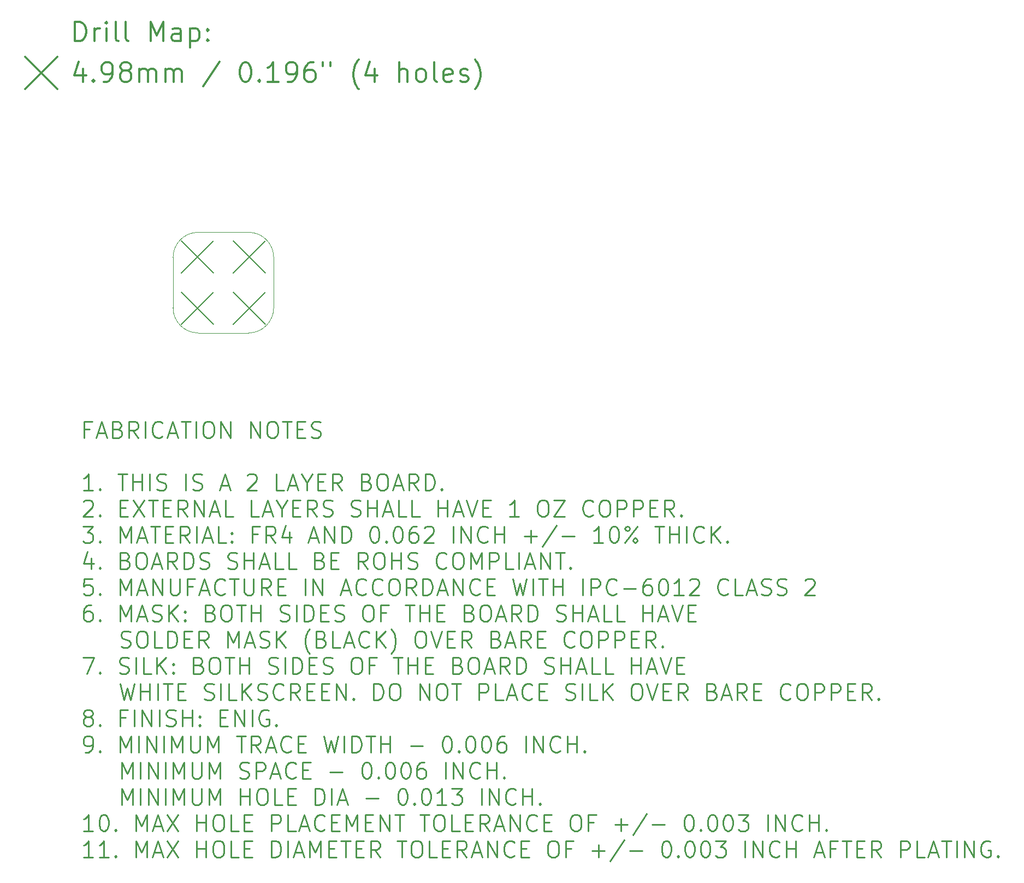
<source format=gbr>
G04 This is an RS-274x file exported by *
G04 gerbv version 2.6.0 *
G04 More information is available about gerbv at *
G04 http://gerbv.gpleda.org/ *
G04 --End of header info--*
%MOIN*%
%FSLAX34Y34*%
%IPPOS*%
G04 --Define apertures--*
%ADD10C,0.0050*%
%ADD11C,0.0079*%
%ADD12C,0.0118*%
%ADD13C,0.0138*%
%ADD14C,0.0016*%
%ADD15C,0.0100*%
G04 --Start main section--*
G54D11*
G01X0007570Y-014020D02*
G01X0009531Y-015980D01*
G01X0009531Y-014020D02*
G01X0007570Y-015980D01*
G01X0007570Y-017169D02*
G01X0009531Y-019130D01*
G01X0009531Y-017169D02*
G01X0007570Y-019130D01*
G01X0010720Y-014020D02*
G01X0012680Y-015980D01*
G01X0012680Y-014020D02*
G01X0010720Y-015980D01*
G01X0010720Y-017169D02*
G01X0012680Y-019130D01*
G01X0012680Y-017169D02*
G01X0010720Y-019130D01*
G54D12*
G01X0001069Y-001834D02*
G01X0001069Y-000652D01*
G01X0001069Y-000652D02*
G01X0001350Y-000652D01*
G01X0001350Y-000652D02*
G01X0001519Y-000709D01*
G01X0001519Y-000709D02*
G01X0001631Y-000821D01*
G01X0001631Y-000821D02*
G01X0001687Y-000934D01*
G01X0001687Y-000934D02*
G01X0001744Y-001159D01*
G01X0001744Y-001159D02*
G01X0001744Y-001327D01*
G01X0001744Y-001327D02*
G01X0001687Y-001552D01*
G01X0001687Y-001552D02*
G01X0001631Y-001665D01*
G01X0001631Y-001665D02*
G01X0001519Y-001777D01*
G01X0001519Y-001777D02*
G01X0001350Y-001834D01*
G01X0001350Y-001834D02*
G01X0001069Y-001834D01*
G01X0002250Y-001834D02*
G01X0002250Y-001046D01*
G01X0002250Y-001271D02*
G01X0002306Y-001159D01*
G01X0002306Y-001159D02*
G01X0002362Y-001102D01*
G01X0002362Y-001102D02*
G01X0002475Y-001046D01*
G01X0002475Y-001046D02*
G01X0002587Y-001046D01*
G01X0002981Y-001834D02*
G01X0002981Y-001046D01*
G01X0002981Y-000652D02*
G01X0002925Y-000709D01*
G01X0002925Y-000709D02*
G01X0002981Y-000765D01*
G01X0002981Y-000765D02*
G01X0003037Y-000709D01*
G01X0003037Y-000709D02*
G01X0002981Y-000652D01*
G01X0002981Y-000652D02*
G01X0002981Y-000765D01*
G01X0003712Y-001834D02*
G01X0003600Y-001777D01*
G01X0003600Y-001777D02*
G01X0003543Y-001665D01*
G01X0003543Y-001665D02*
G01X0003543Y-000652D01*
G01X0004331Y-001834D02*
G01X0004218Y-001777D01*
G01X0004218Y-001777D02*
G01X0004162Y-001665D01*
G01X0004162Y-001665D02*
G01X0004162Y-000652D01*
G01X0005681Y-001834D02*
G01X0005681Y-000652D01*
G01X0005681Y-000652D02*
G01X0006074Y-001496D01*
G01X0006074Y-001496D02*
G01X0006468Y-000652D01*
G01X0006468Y-000652D02*
G01X0006468Y-001834D01*
G01X0007537Y-001834D02*
G01X0007537Y-001215D01*
G01X0007537Y-001215D02*
G01X0007480Y-001102D01*
G01X0007480Y-001102D02*
G01X0007368Y-001046D01*
G01X0007368Y-001046D02*
G01X0007143Y-001046D01*
G01X0007143Y-001046D02*
G01X0007030Y-001102D01*
G01X0007537Y-001777D02*
G01X0007424Y-001834D01*
G01X0007424Y-001834D02*
G01X0007143Y-001834D01*
G01X0007143Y-001834D02*
G01X0007030Y-001777D01*
G01X0007030Y-001777D02*
G01X0006974Y-001665D01*
G01X0006974Y-001665D02*
G01X0006974Y-001552D01*
G01X0006974Y-001552D02*
G01X0007030Y-001440D01*
G01X0007030Y-001440D02*
G01X0007143Y-001384D01*
G01X0007143Y-001384D02*
G01X0007424Y-001384D01*
G01X0007424Y-001384D02*
G01X0007537Y-001327D01*
G01X0008099Y-001046D02*
G01X0008099Y-002227D01*
G01X0008099Y-001102D02*
G01X0008211Y-001046D01*
G01X0008211Y-001046D02*
G01X0008436Y-001046D01*
G01X0008436Y-001046D02*
G01X0008549Y-001102D01*
G01X0008549Y-001102D02*
G01X0008605Y-001159D01*
G01X0008605Y-001159D02*
G01X0008661Y-001271D01*
G01X0008661Y-001271D02*
G01X0008661Y-001609D01*
G01X0008661Y-001609D02*
G01X0008605Y-001721D01*
G01X0008605Y-001721D02*
G01X0008549Y-001777D01*
G01X0008549Y-001777D02*
G01X0008436Y-001834D01*
G01X0008436Y-001834D02*
G01X0008211Y-001834D01*
G01X0008211Y-001834D02*
G01X0008099Y-001777D01*
G01X0009168Y-001721D02*
G01X0009224Y-001777D01*
G01X0009224Y-001777D02*
G01X0009168Y-001834D01*
G01X0009168Y-001834D02*
G01X0009111Y-001777D01*
G01X0009111Y-001777D02*
G01X0009168Y-001721D01*
G01X0009168Y-001721D02*
G01X0009168Y-001834D01*
G01X0009168Y-001102D02*
G01X0009224Y-001159D01*
G01X0009224Y-001159D02*
G01X0009168Y-001215D01*
G01X0009168Y-001215D02*
G01X0009111Y-001159D01*
G01X0009111Y-001159D02*
G01X0009168Y-001102D01*
G01X0009168Y-001102D02*
G01X0009168Y-001215D01*
G01X-001961Y-002799D02*
G01X0000000Y-004760D01*
G01X0000000Y-002799D02*
G01X-001961Y-004760D01*
G01X0001575Y-003526D02*
G01X0001575Y-004314D01*
G01X0001294Y-003076D02*
G01X0001012Y-003920D01*
G01X0001012Y-003920D02*
G01X0001744Y-003920D01*
G01X0002193Y-004201D02*
G01X0002250Y-004258D01*
G01X0002250Y-004258D02*
G01X0002193Y-004314D01*
G01X0002193Y-004314D02*
G01X0002137Y-004258D01*
G01X0002137Y-004258D02*
G01X0002193Y-004201D01*
G01X0002193Y-004201D02*
G01X0002193Y-004314D01*
G01X0002812Y-004314D02*
G01X0003037Y-004314D01*
G01X0003037Y-004314D02*
G01X0003150Y-004258D01*
G01X0003150Y-004258D02*
G01X0003206Y-004201D01*
G01X0003206Y-004201D02*
G01X0003318Y-004033D01*
G01X0003318Y-004033D02*
G01X0003375Y-003808D01*
G01X0003375Y-003808D02*
G01X0003375Y-003358D01*
G01X0003375Y-003358D02*
G01X0003318Y-003245D01*
G01X0003318Y-003245D02*
G01X0003262Y-003189D01*
G01X0003262Y-003189D02*
G01X0003150Y-003133D01*
G01X0003150Y-003133D02*
G01X0002925Y-003133D01*
G01X0002925Y-003133D02*
G01X0002812Y-003189D01*
G01X0002812Y-003189D02*
G01X0002756Y-003245D01*
G01X0002756Y-003245D02*
G01X0002700Y-003358D01*
G01X0002700Y-003358D02*
G01X0002700Y-003639D01*
G01X0002700Y-003639D02*
G01X0002756Y-003751D01*
G01X0002756Y-003751D02*
G01X0002812Y-003808D01*
G01X0002812Y-003808D02*
G01X0002925Y-003864D01*
G01X0002925Y-003864D02*
G01X0003150Y-003864D01*
G01X0003150Y-003864D02*
G01X0003262Y-003808D01*
G01X0003262Y-003808D02*
G01X0003318Y-003751D01*
G01X0003318Y-003751D02*
G01X0003375Y-003639D01*
G01X0004049Y-003639D02*
G01X0003937Y-003583D01*
G01X0003937Y-003583D02*
G01X0003881Y-003526D01*
G01X0003881Y-003526D02*
G01X0003825Y-003414D01*
G01X0003825Y-003414D02*
G01X0003825Y-003358D01*
G01X0003825Y-003358D02*
G01X0003881Y-003245D01*
G01X0003881Y-003245D02*
G01X0003937Y-003189D01*
G01X0003937Y-003189D02*
G01X0004049Y-003133D01*
G01X0004049Y-003133D02*
G01X0004274Y-003133D01*
G01X0004274Y-003133D02*
G01X0004387Y-003189D01*
G01X0004387Y-003189D02*
G01X0004443Y-003245D01*
G01X0004443Y-003245D02*
G01X0004499Y-003358D01*
G01X0004499Y-003358D02*
G01X0004499Y-003414D01*
G01X0004499Y-003414D02*
G01X0004443Y-003526D01*
G01X0004443Y-003526D02*
G01X0004387Y-003583D01*
G01X0004387Y-003583D02*
G01X0004274Y-003639D01*
G01X0004274Y-003639D02*
G01X0004049Y-003639D01*
G01X0004049Y-003639D02*
G01X0003937Y-003695D01*
G01X0003937Y-003695D02*
G01X0003881Y-003751D01*
G01X0003881Y-003751D02*
G01X0003825Y-003864D01*
G01X0003825Y-003864D02*
G01X0003825Y-004089D01*
G01X0003825Y-004089D02*
G01X0003881Y-004201D01*
G01X0003881Y-004201D02*
G01X0003937Y-004258D01*
G01X0003937Y-004258D02*
G01X0004049Y-004314D01*
G01X0004049Y-004314D02*
G01X0004274Y-004314D01*
G01X0004274Y-004314D02*
G01X0004387Y-004258D01*
G01X0004387Y-004258D02*
G01X0004443Y-004201D01*
G01X0004443Y-004201D02*
G01X0004499Y-004089D01*
G01X0004499Y-004089D02*
G01X0004499Y-003864D01*
G01X0004499Y-003864D02*
G01X0004443Y-003751D01*
G01X0004443Y-003751D02*
G01X0004387Y-003695D01*
G01X0004387Y-003695D02*
G01X0004274Y-003639D01*
G01X0005006Y-004314D02*
G01X0005006Y-003526D01*
G01X0005006Y-003639D02*
G01X0005062Y-003583D01*
G01X0005062Y-003583D02*
G01X0005174Y-003526D01*
G01X0005174Y-003526D02*
G01X0005343Y-003526D01*
G01X0005343Y-003526D02*
G01X0005456Y-003583D01*
G01X0005456Y-003583D02*
G01X0005512Y-003695D01*
G01X0005512Y-003695D02*
G01X0005512Y-004314D01*
G01X0005512Y-003695D02*
G01X0005568Y-003583D01*
G01X0005568Y-003583D02*
G01X0005681Y-003526D01*
G01X0005681Y-003526D02*
G01X0005849Y-003526D01*
G01X0005849Y-003526D02*
G01X0005962Y-003583D01*
G01X0005962Y-003583D02*
G01X0006018Y-003695D01*
G01X0006018Y-003695D02*
G01X0006018Y-004314D01*
G01X0006580Y-004314D02*
G01X0006580Y-003526D01*
G01X0006580Y-003639D02*
G01X0006637Y-003583D01*
G01X0006637Y-003583D02*
G01X0006749Y-003526D01*
G01X0006749Y-003526D02*
G01X0006918Y-003526D01*
G01X0006918Y-003526D02*
G01X0007030Y-003583D01*
G01X0007030Y-003583D02*
G01X0007087Y-003695D01*
G01X0007087Y-003695D02*
G01X0007087Y-004314D01*
G01X0007087Y-003695D02*
G01X0007143Y-003583D01*
G01X0007143Y-003583D02*
G01X0007255Y-003526D01*
G01X0007255Y-003526D02*
G01X0007424Y-003526D01*
G01X0007424Y-003526D02*
G01X0007537Y-003583D01*
G01X0007537Y-003583D02*
G01X0007593Y-003695D01*
G01X0007593Y-003695D02*
G01X0007593Y-004314D01*
G01X0009899Y-003076D02*
G01X0008886Y-004595D01*
G01X0011417Y-003133D02*
G01X0011530Y-003133D01*
G01X0011530Y-003133D02*
G01X0011642Y-003189D01*
G01X0011642Y-003189D02*
G01X0011699Y-003245D01*
G01X0011699Y-003245D02*
G01X0011755Y-003358D01*
G01X0011755Y-003358D02*
G01X0011811Y-003583D01*
G01X0011811Y-003583D02*
G01X0011811Y-003864D01*
G01X0011811Y-003864D02*
G01X0011755Y-004089D01*
G01X0011755Y-004089D02*
G01X0011699Y-004201D01*
G01X0011699Y-004201D02*
G01X0011642Y-004258D01*
G01X0011642Y-004258D02*
G01X0011530Y-004314D01*
G01X0011530Y-004314D02*
G01X0011417Y-004314D01*
G01X0011417Y-004314D02*
G01X0011305Y-004258D01*
G01X0011305Y-004258D02*
G01X0011249Y-004201D01*
G01X0011249Y-004201D02*
G01X0011192Y-004089D01*
G01X0011192Y-004089D02*
G01X0011136Y-003864D01*
G01X0011136Y-003864D02*
G01X0011136Y-003583D01*
G01X0011136Y-003583D02*
G01X0011192Y-003358D01*
G01X0011192Y-003358D02*
G01X0011249Y-003245D01*
G01X0011249Y-003245D02*
G01X0011305Y-003189D01*
G01X0011305Y-003189D02*
G01X0011417Y-003133D01*
G01X0012317Y-004201D02*
G01X0012373Y-004258D01*
G01X0012373Y-004258D02*
G01X0012317Y-004314D01*
G01X0012317Y-004314D02*
G01X0012261Y-004258D01*
G01X0012261Y-004258D02*
G01X0012317Y-004201D01*
G01X0012317Y-004201D02*
G01X0012317Y-004314D01*
G01X0013498Y-004314D02*
G01X0012823Y-004314D01*
G01X0013161Y-004314D02*
G01X0013161Y-003133D01*
G01X0013161Y-003133D02*
G01X0013048Y-003301D01*
G01X0013048Y-003301D02*
G01X0012936Y-003414D01*
G01X0012936Y-003414D02*
G01X0012823Y-003470D01*
G01X0014061Y-004314D02*
G01X0014286Y-004314D01*
G01X0014286Y-004314D02*
G01X0014398Y-004258D01*
G01X0014398Y-004258D02*
G01X0014454Y-004201D01*
G01X0014454Y-004201D02*
G01X0014567Y-004033D01*
G01X0014567Y-004033D02*
G01X0014623Y-003808D01*
G01X0014623Y-003808D02*
G01X0014623Y-003358D01*
G01X0014623Y-003358D02*
G01X0014567Y-003245D01*
G01X0014567Y-003245D02*
G01X0014511Y-003189D01*
G01X0014511Y-003189D02*
G01X0014398Y-003133D01*
G01X0014398Y-003133D02*
G01X0014173Y-003133D01*
G01X0014173Y-003133D02*
G01X0014061Y-003189D01*
G01X0014061Y-003189D02*
G01X0014005Y-003245D01*
G01X0014005Y-003245D02*
G01X0013948Y-003358D01*
G01X0013948Y-003358D02*
G01X0013948Y-003639D01*
G01X0013948Y-003639D02*
G01X0014005Y-003751D01*
G01X0014005Y-003751D02*
G01X0014061Y-003808D01*
G01X0014061Y-003808D02*
G01X0014173Y-003864D01*
G01X0014173Y-003864D02*
G01X0014398Y-003864D01*
G01X0014398Y-003864D02*
G01X0014511Y-003808D01*
G01X0014511Y-003808D02*
G01X0014567Y-003751D01*
G01X0014567Y-003751D02*
G01X0014623Y-003639D01*
G01X0015636Y-003133D02*
G01X0015411Y-003133D01*
G01X0015411Y-003133D02*
G01X0015298Y-003189D01*
G01X0015298Y-003189D02*
G01X0015242Y-003245D01*
G01X0015242Y-003245D02*
G01X0015129Y-003414D01*
G01X0015129Y-003414D02*
G01X0015073Y-003639D01*
G01X0015073Y-003639D02*
G01X0015073Y-004089D01*
G01X0015073Y-004089D02*
G01X0015129Y-004201D01*
G01X0015129Y-004201D02*
G01X0015186Y-004258D01*
G01X0015186Y-004258D02*
G01X0015298Y-004314D01*
G01X0015298Y-004314D02*
G01X0015523Y-004314D01*
G01X0015523Y-004314D02*
G01X0015636Y-004258D01*
G01X0015636Y-004258D02*
G01X0015692Y-004201D01*
G01X0015692Y-004201D02*
G01X0015748Y-004089D01*
G01X0015748Y-004089D02*
G01X0015748Y-003808D01*
G01X0015748Y-003808D02*
G01X0015692Y-003695D01*
G01X0015692Y-003695D02*
G01X0015636Y-003639D01*
G01X0015636Y-003639D02*
G01X0015523Y-003583D01*
G01X0015523Y-003583D02*
G01X0015298Y-003583D01*
G01X0015298Y-003583D02*
G01X0015186Y-003639D01*
G01X0015186Y-003639D02*
G01X0015129Y-003695D01*
G01X0015129Y-003695D02*
G01X0015073Y-003808D01*
G01X0016198Y-003133D02*
G01X0016198Y-003358D01*
G01X0016648Y-003133D02*
G01X0016648Y-003358D01*
G01X0018391Y-004764D02*
G01X0018335Y-004708D01*
G01X0018335Y-004708D02*
G01X0018223Y-004539D01*
G01X0018223Y-004539D02*
G01X0018166Y-004426D01*
G01X0018166Y-004426D02*
G01X0018110Y-004258D01*
G01X0018110Y-004258D02*
G01X0018054Y-003976D01*
G01X0018054Y-003976D02*
G01X0018054Y-003751D01*
G01X0018054Y-003751D02*
G01X0018110Y-003470D01*
G01X0018110Y-003470D02*
G01X0018166Y-003301D01*
G01X0018166Y-003301D02*
G01X0018223Y-003189D01*
G01X0018223Y-003189D02*
G01X0018335Y-003020D01*
G01X0018335Y-003020D02*
G01X0018391Y-002964D01*
G01X0019348Y-003526D02*
G01X0019348Y-004314D01*
G01X0019066Y-003076D02*
G01X0018785Y-003920D01*
G01X0018785Y-003920D02*
G01X0019516Y-003920D01*
G01X0020866Y-004314D02*
G01X0020866Y-003133D01*
G01X0021372Y-004314D02*
G01X0021372Y-003695D01*
G01X0021372Y-003695D02*
G01X0021316Y-003583D01*
G01X0021316Y-003583D02*
G01X0021204Y-003526D01*
G01X0021204Y-003526D02*
G01X0021035Y-003526D01*
G01X0021035Y-003526D02*
G01X0020922Y-003583D01*
G01X0020922Y-003583D02*
G01X0020866Y-003639D01*
G01X0022103Y-004314D02*
G01X0021991Y-004258D01*
G01X0021991Y-004258D02*
G01X0021935Y-004201D01*
G01X0021935Y-004201D02*
G01X0021879Y-004089D01*
G01X0021879Y-004089D02*
G01X0021879Y-003751D01*
G01X0021879Y-003751D02*
G01X0021935Y-003639D01*
G01X0021935Y-003639D02*
G01X0021991Y-003583D01*
G01X0021991Y-003583D02*
G01X0022103Y-003526D01*
G01X0022103Y-003526D02*
G01X0022272Y-003526D01*
G01X0022272Y-003526D02*
G01X0022385Y-003583D01*
G01X0022385Y-003583D02*
G01X0022441Y-003639D01*
G01X0022441Y-003639D02*
G01X0022497Y-003751D01*
G01X0022497Y-003751D02*
G01X0022497Y-004089D01*
G01X0022497Y-004089D02*
G01X0022441Y-004201D01*
G01X0022441Y-004201D02*
G01X0022385Y-004258D01*
G01X0022385Y-004258D02*
G01X0022272Y-004314D01*
G01X0022272Y-004314D02*
G01X0022103Y-004314D01*
G01X0023172Y-004314D02*
G01X0023060Y-004258D01*
G01X0023060Y-004258D02*
G01X0023003Y-004145D01*
G01X0023003Y-004145D02*
G01X0023003Y-003133D01*
G01X0024072Y-004258D02*
G01X0023960Y-004314D01*
G01X0023960Y-004314D02*
G01X0023735Y-004314D01*
G01X0023735Y-004314D02*
G01X0023622Y-004258D01*
G01X0023622Y-004258D02*
G01X0023566Y-004145D01*
G01X0023566Y-004145D02*
G01X0023566Y-003695D01*
G01X0023566Y-003695D02*
G01X0023622Y-003583D01*
G01X0023622Y-003583D02*
G01X0023735Y-003526D01*
G01X0023735Y-003526D02*
G01X0023960Y-003526D01*
G01X0023960Y-003526D02*
G01X0024072Y-003583D01*
G01X0024072Y-003583D02*
G01X0024128Y-003695D01*
G01X0024128Y-003695D02*
G01X0024128Y-003808D01*
G01X0024128Y-003808D02*
G01X0023566Y-003920D01*
G01X0024578Y-004258D02*
G01X0024691Y-004314D01*
G01X0024691Y-004314D02*
G01X0024916Y-004314D01*
G01X0024916Y-004314D02*
G01X0025028Y-004258D01*
G01X0025028Y-004258D02*
G01X0025084Y-004145D01*
G01X0025084Y-004145D02*
G01X0025084Y-004089D01*
G01X0025084Y-004089D02*
G01X0025028Y-003976D01*
G01X0025028Y-003976D02*
G01X0024916Y-003920D01*
G01X0024916Y-003920D02*
G01X0024747Y-003920D01*
G01X0024747Y-003920D02*
G01X0024634Y-003864D01*
G01X0024634Y-003864D02*
G01X0024578Y-003751D01*
G01X0024578Y-003751D02*
G01X0024578Y-003695D01*
G01X0024578Y-003695D02*
G01X0024634Y-003583D01*
G01X0024634Y-003583D02*
G01X0024747Y-003526D01*
G01X0024747Y-003526D02*
G01X0024916Y-003526D01*
G01X0024916Y-003526D02*
G01X0025028Y-003583D01*
G01X0025478Y-004764D02*
G01X0025534Y-004708D01*
G01X0025534Y-004708D02*
G01X0025647Y-004539D01*
G01X0025647Y-004539D02*
G01X0025703Y-004426D01*
G01X0025703Y-004426D02*
G01X0025759Y-004258D01*
G01X0025759Y-004258D02*
G01X0025816Y-003976D01*
G01X0025816Y-003976D02*
G01X0025816Y-003751D01*
G01X0025816Y-003751D02*
G01X0025759Y-003470D01*
G01X0025759Y-003470D02*
G01X0025703Y-003301D01*
G01X0025703Y-003301D02*
G01X0025647Y-003189D01*
G01X0025647Y-003189D02*
G01X0025534Y-003020D01*
G01X0025534Y-003020D02*
G01X0025478Y-002964D01*
G01X0000000Y0000000D02*
G54D14*
G01X0011661Y-013504D02*
G01X0008590Y-013504D01*
G01X0011661Y-019646D02*
G01X0008590Y-019646D01*
G01X0013196Y-018110D02*
G01X0013196Y-015039D01*
G01X0007054Y-018110D02*
G01X0007054Y-015039D01*
G01X0013196Y-015039D02*
G75*
G03X0011661Y-013504I-001535J0000000D01*
G01X0011661Y-019646D02*
G75*
G03X0013196Y-018110I0000000J0001535D01*
G01X0007054Y-018110D02*
G75*
G03X0008590Y-019646I0001535J0000000D01*
G01X0008590Y-013504D02*
G75*
G03X0007054Y-015039I0000000J-001535D01*
G01X0000000Y0000000D02*
G54D15*
G01X0001971Y-025529D02*
G01X0001638Y-025529D01*
G01X0001638Y-026052D02*
G01X0001638Y-025052D01*
G01X0001638Y-025052D02*
G01X0002114Y-025052D01*
G01X0002448Y-025767D02*
G01X0002924Y-025767D01*
G01X0002352Y-026052D02*
G01X0002686Y-025052D01*
G01X0002686Y-025052D02*
G01X0003019Y-026052D01*
G01X0003686Y-025529D02*
G01X0003829Y-025576D01*
G01X0003829Y-025576D02*
G01X0003876Y-025624D01*
G01X0003876Y-025624D02*
G01X0003924Y-025719D01*
G01X0003924Y-025719D02*
G01X0003924Y-025862D01*
G01X0003924Y-025862D02*
G01X0003876Y-025957D01*
G01X0003876Y-025957D02*
G01X0003829Y-026005D01*
G01X0003829Y-026005D02*
G01X0003733Y-026052D01*
G01X0003733Y-026052D02*
G01X0003352Y-026052D01*
G01X0003352Y-026052D02*
G01X0003352Y-025052D01*
G01X0003352Y-025052D02*
G01X0003686Y-025052D01*
G01X0003686Y-025052D02*
G01X0003781Y-025100D01*
G01X0003781Y-025100D02*
G01X0003829Y-025148D01*
G01X0003829Y-025148D02*
G01X0003876Y-025243D01*
G01X0003876Y-025243D02*
G01X0003876Y-025338D01*
G01X0003876Y-025338D02*
G01X0003829Y-025433D01*
G01X0003829Y-025433D02*
G01X0003781Y-025481D01*
G01X0003781Y-025481D02*
G01X0003686Y-025529D01*
G01X0003686Y-025529D02*
G01X0003352Y-025529D01*
G01X0004924Y-026052D02*
G01X0004590Y-025576D01*
G01X0004352Y-026052D02*
G01X0004352Y-025052D01*
G01X0004352Y-025052D02*
G01X0004733Y-025052D01*
G01X0004733Y-025052D02*
G01X0004829Y-025100D01*
G01X0004829Y-025100D02*
G01X0004876Y-025148D01*
G01X0004876Y-025148D02*
G01X0004924Y-025243D01*
G01X0004924Y-025243D02*
G01X0004924Y-025386D01*
G01X0004924Y-025386D02*
G01X0004876Y-025481D01*
G01X0004876Y-025481D02*
G01X0004829Y-025529D01*
G01X0004829Y-025529D02*
G01X0004733Y-025576D01*
G01X0004733Y-025576D02*
G01X0004352Y-025576D01*
G01X0005352Y-026052D02*
G01X0005352Y-025052D01*
G01X0006400Y-025957D02*
G01X0006352Y-026005D01*
G01X0006352Y-026005D02*
G01X0006210Y-026052D01*
G01X0006210Y-026052D02*
G01X0006114Y-026052D01*
G01X0006114Y-026052D02*
G01X0005971Y-026005D01*
G01X0005971Y-026005D02*
G01X0005876Y-025910D01*
G01X0005876Y-025910D02*
G01X0005829Y-025814D01*
G01X0005829Y-025814D02*
G01X0005781Y-025624D01*
G01X0005781Y-025624D02*
G01X0005781Y-025481D01*
G01X0005781Y-025481D02*
G01X0005829Y-025290D01*
G01X0005829Y-025290D02*
G01X0005876Y-025195D01*
G01X0005876Y-025195D02*
G01X0005971Y-025100D01*
G01X0005971Y-025100D02*
G01X0006114Y-025052D01*
G01X0006114Y-025052D02*
G01X0006210Y-025052D01*
G01X0006210Y-025052D02*
G01X0006352Y-025100D01*
G01X0006352Y-025100D02*
G01X0006400Y-025148D01*
G01X0006781Y-025767D02*
G01X0007257Y-025767D01*
G01X0006686Y-026052D02*
G01X0007019Y-025052D01*
G01X0007019Y-025052D02*
G01X0007352Y-026052D01*
G01X0007543Y-025052D02*
G01X0008114Y-025052D01*
G01X0007829Y-026052D02*
G01X0007829Y-025052D01*
G01X0008448Y-026052D02*
G01X0008448Y-025052D01*
G01X0009114Y-025052D02*
G01X0009305Y-025052D01*
G01X0009305Y-025052D02*
G01X0009400Y-025100D01*
G01X0009400Y-025100D02*
G01X0009495Y-025195D01*
G01X0009495Y-025195D02*
G01X0009543Y-025386D01*
G01X0009543Y-025386D02*
G01X0009543Y-025719D01*
G01X0009543Y-025719D02*
G01X0009495Y-025910D01*
G01X0009495Y-025910D02*
G01X0009400Y-026005D01*
G01X0009400Y-026005D02*
G01X0009305Y-026052D01*
G01X0009305Y-026052D02*
G01X0009114Y-026052D01*
G01X0009114Y-026052D02*
G01X0009019Y-026005D01*
G01X0009019Y-026005D02*
G01X0008924Y-025910D01*
G01X0008924Y-025910D02*
G01X0008876Y-025719D01*
G01X0008876Y-025719D02*
G01X0008876Y-025386D01*
G01X0008876Y-025386D02*
G01X0008924Y-025195D01*
G01X0008924Y-025195D02*
G01X0009019Y-025100D01*
G01X0009019Y-025100D02*
G01X0009114Y-025052D01*
G01X0009971Y-026052D02*
G01X0009971Y-025052D01*
G01X0009971Y-025052D02*
G01X0010543Y-026052D01*
G01X0010543Y-026052D02*
G01X0010543Y-025052D01*
G01X0011781Y-026052D02*
G01X0011781Y-025052D01*
G01X0011781Y-025052D02*
G01X0012352Y-026052D01*
G01X0012352Y-026052D02*
G01X0012352Y-025052D01*
G01X0013019Y-025052D02*
G01X0013210Y-025052D01*
G01X0013210Y-025052D02*
G01X0013305Y-025100D01*
G01X0013305Y-025100D02*
G01X0013400Y-025195D01*
G01X0013400Y-025195D02*
G01X0013448Y-025386D01*
G01X0013448Y-025386D02*
G01X0013448Y-025719D01*
G01X0013448Y-025719D02*
G01X0013400Y-025910D01*
G01X0013400Y-025910D02*
G01X0013305Y-026005D01*
G01X0013305Y-026005D02*
G01X0013210Y-026052D01*
G01X0013210Y-026052D02*
G01X0013019Y-026052D01*
G01X0013019Y-026052D02*
G01X0012924Y-026005D01*
G01X0012924Y-026005D02*
G01X0012829Y-025910D01*
G01X0012829Y-025910D02*
G01X0012781Y-025719D01*
G01X0012781Y-025719D02*
G01X0012781Y-025386D01*
G01X0012781Y-025386D02*
G01X0012829Y-025195D01*
G01X0012829Y-025195D02*
G01X0012924Y-025100D01*
G01X0012924Y-025100D02*
G01X0013019Y-025052D01*
G01X0013733Y-025052D02*
G01X0014305Y-025052D01*
G01X0014019Y-026052D02*
G01X0014019Y-025052D01*
G01X0014638Y-025529D02*
G01X0014971Y-025529D01*
G01X0015114Y-026052D02*
G01X0014638Y-026052D01*
G01X0014638Y-026052D02*
G01X0014638Y-025052D01*
G01X0014638Y-025052D02*
G01X0015114Y-025052D01*
G01X0015495Y-026005D02*
G01X0015638Y-026052D01*
G01X0015638Y-026052D02*
G01X0015876Y-026052D01*
G01X0015876Y-026052D02*
G01X0015971Y-026005D01*
G01X0015971Y-026005D02*
G01X0016019Y-025957D01*
G01X0016019Y-025957D02*
G01X0016067Y-025862D01*
G01X0016067Y-025862D02*
G01X0016067Y-025767D01*
G01X0016067Y-025767D02*
G01X0016019Y-025671D01*
G01X0016019Y-025671D02*
G01X0015971Y-025624D01*
G01X0015971Y-025624D02*
G01X0015876Y-025576D01*
G01X0015876Y-025576D02*
G01X0015686Y-025529D01*
G01X0015686Y-025529D02*
G01X0015590Y-025481D01*
G01X0015590Y-025481D02*
G01X0015543Y-025433D01*
G01X0015543Y-025433D02*
G01X0015495Y-025338D01*
G01X0015495Y-025338D02*
G01X0015495Y-025243D01*
G01X0015495Y-025243D02*
G01X0015543Y-025148D01*
G01X0015543Y-025148D02*
G01X0015590Y-025100D01*
G01X0015590Y-025100D02*
G01X0015686Y-025052D01*
G01X0015686Y-025052D02*
G01X0015924Y-025052D01*
G01X0015924Y-025052D02*
G01X0016067Y-025100D01*
G01X0002162Y-029252D02*
G01X0001590Y-029252D01*
G01X0001876Y-029252D02*
G01X0001876Y-028252D01*
G01X0001876Y-028252D02*
G01X0001781Y-028395D01*
G01X0001781Y-028395D02*
G01X0001686Y-028490D01*
G01X0001686Y-028490D02*
G01X0001590Y-028538D01*
G01X0002590Y-029157D02*
G01X0002638Y-029205D01*
G01X0002638Y-029205D02*
G01X0002590Y-029252D01*
G01X0002590Y-029252D02*
G01X0002543Y-029205D01*
G01X0002543Y-029205D02*
G01X0002590Y-029157D01*
G01X0002590Y-029157D02*
G01X0002590Y-029252D01*
G01X0003686Y-028252D02*
G01X0004257Y-028252D01*
G01X0003971Y-029252D02*
G01X0003971Y-028252D01*
G01X0004590Y-029252D02*
G01X0004590Y-028252D01*
G01X0004590Y-028729D02*
G01X0005162Y-028729D01*
G01X0005162Y-029252D02*
G01X0005162Y-028252D01*
G01X0005638Y-029252D02*
G01X0005638Y-028252D01*
G01X0006067Y-029205D02*
G01X0006210Y-029252D01*
G01X0006210Y-029252D02*
G01X0006448Y-029252D01*
G01X0006448Y-029252D02*
G01X0006543Y-029205D01*
G01X0006543Y-029205D02*
G01X0006590Y-029157D01*
G01X0006590Y-029157D02*
G01X0006638Y-029062D01*
G01X0006638Y-029062D02*
G01X0006638Y-028967D01*
G01X0006638Y-028967D02*
G01X0006590Y-028871D01*
G01X0006590Y-028871D02*
G01X0006543Y-028824D01*
G01X0006543Y-028824D02*
G01X0006448Y-028776D01*
G01X0006448Y-028776D02*
G01X0006257Y-028729D01*
G01X0006257Y-028729D02*
G01X0006162Y-028681D01*
G01X0006162Y-028681D02*
G01X0006114Y-028633D01*
G01X0006114Y-028633D02*
G01X0006067Y-028538D01*
G01X0006067Y-028538D02*
G01X0006067Y-028443D01*
G01X0006067Y-028443D02*
G01X0006114Y-028348D01*
G01X0006114Y-028348D02*
G01X0006162Y-028300D01*
G01X0006162Y-028300D02*
G01X0006257Y-028252D01*
G01X0006257Y-028252D02*
G01X0006495Y-028252D01*
G01X0006495Y-028252D02*
G01X0006638Y-028300D01*
G01X0007829Y-029252D02*
G01X0007829Y-028252D01*
G01X0008257Y-029205D02*
G01X0008400Y-029252D01*
G01X0008400Y-029252D02*
G01X0008638Y-029252D01*
G01X0008638Y-029252D02*
G01X0008733Y-029205D01*
G01X0008733Y-029205D02*
G01X0008781Y-029157D01*
G01X0008781Y-029157D02*
G01X0008829Y-029062D01*
G01X0008829Y-029062D02*
G01X0008829Y-028967D01*
G01X0008829Y-028967D02*
G01X0008781Y-028871D01*
G01X0008781Y-028871D02*
G01X0008733Y-028824D01*
G01X0008733Y-028824D02*
G01X0008638Y-028776D01*
G01X0008638Y-028776D02*
G01X0008448Y-028729D01*
G01X0008448Y-028729D02*
G01X0008352Y-028681D01*
G01X0008352Y-028681D02*
G01X0008305Y-028633D01*
G01X0008305Y-028633D02*
G01X0008257Y-028538D01*
G01X0008257Y-028538D02*
G01X0008257Y-028443D01*
G01X0008257Y-028443D02*
G01X0008305Y-028348D01*
G01X0008305Y-028348D02*
G01X0008352Y-028300D01*
G01X0008352Y-028300D02*
G01X0008448Y-028252D01*
G01X0008448Y-028252D02*
G01X0008686Y-028252D01*
G01X0008686Y-028252D02*
G01X0008829Y-028300D01*
G01X0009971Y-028967D02*
G01X0010448Y-028967D01*
G01X0009876Y-029252D02*
G01X0010210Y-028252D01*
G01X0010210Y-028252D02*
G01X0010543Y-029252D01*
G01X0011590Y-028348D02*
G01X0011638Y-028300D01*
G01X0011638Y-028300D02*
G01X0011733Y-028252D01*
G01X0011733Y-028252D02*
G01X0011971Y-028252D01*
G01X0011971Y-028252D02*
G01X0012067Y-028300D01*
G01X0012067Y-028300D02*
G01X0012114Y-028348D01*
G01X0012114Y-028348D02*
G01X0012162Y-028443D01*
G01X0012162Y-028443D02*
G01X0012162Y-028538D01*
G01X0012162Y-028538D02*
G01X0012114Y-028681D01*
G01X0012114Y-028681D02*
G01X0011543Y-029252D01*
G01X0011543Y-029252D02*
G01X0012162Y-029252D01*
G01X0013829Y-029252D02*
G01X0013352Y-029252D01*
G01X0013352Y-029252D02*
G01X0013352Y-028252D01*
G01X0014114Y-028967D02*
G01X0014590Y-028967D01*
G01X0014019Y-029252D02*
G01X0014352Y-028252D01*
G01X0014352Y-028252D02*
G01X0014686Y-029252D01*
G01X0015210Y-028776D02*
G01X0015210Y-029252D01*
G01X0014876Y-028252D02*
G01X0015210Y-028776D01*
G01X0015210Y-028776D02*
G01X0015543Y-028252D01*
G01X0015876Y-028729D02*
G01X0016210Y-028729D01*
G01X0016352Y-029252D02*
G01X0015876Y-029252D01*
G01X0015876Y-029252D02*
G01X0015876Y-028252D01*
G01X0015876Y-028252D02*
G01X0016352Y-028252D01*
G01X0017352Y-029252D02*
G01X0017019Y-028776D01*
G01X0016781Y-029252D02*
G01X0016781Y-028252D01*
G01X0016781Y-028252D02*
G01X0017162Y-028252D01*
G01X0017162Y-028252D02*
G01X0017257Y-028300D01*
G01X0017257Y-028300D02*
G01X0017305Y-028348D01*
G01X0017305Y-028348D02*
G01X0017352Y-028443D01*
G01X0017352Y-028443D02*
G01X0017352Y-028586D01*
G01X0017352Y-028586D02*
G01X0017305Y-028681D01*
G01X0017305Y-028681D02*
G01X0017257Y-028729D01*
G01X0017257Y-028729D02*
G01X0017162Y-028776D01*
G01X0017162Y-028776D02*
G01X0016781Y-028776D01*
G01X0018876Y-028729D02*
G01X0019019Y-028776D01*
G01X0019019Y-028776D02*
G01X0019067Y-028824D01*
G01X0019067Y-028824D02*
G01X0019114Y-028919D01*
G01X0019114Y-028919D02*
G01X0019114Y-029062D01*
G01X0019114Y-029062D02*
G01X0019067Y-029157D01*
G01X0019067Y-029157D02*
G01X0019019Y-029205D01*
G01X0019019Y-029205D02*
G01X0018924Y-029252D01*
G01X0018924Y-029252D02*
G01X0018543Y-029252D01*
G01X0018543Y-029252D02*
G01X0018543Y-028252D01*
G01X0018543Y-028252D02*
G01X0018876Y-028252D01*
G01X0018876Y-028252D02*
G01X0018971Y-028300D01*
G01X0018971Y-028300D02*
G01X0019019Y-028348D01*
G01X0019019Y-028348D02*
G01X0019067Y-028443D01*
G01X0019067Y-028443D02*
G01X0019067Y-028538D01*
G01X0019067Y-028538D02*
G01X0019019Y-028633D01*
G01X0019019Y-028633D02*
G01X0018971Y-028681D01*
G01X0018971Y-028681D02*
G01X0018876Y-028729D01*
G01X0018876Y-028729D02*
G01X0018543Y-028729D01*
G01X0019733Y-028252D02*
G01X0019924Y-028252D01*
G01X0019924Y-028252D02*
G01X0020019Y-028300D01*
G01X0020019Y-028300D02*
G01X0020114Y-028395D01*
G01X0020114Y-028395D02*
G01X0020162Y-028586D01*
G01X0020162Y-028586D02*
G01X0020162Y-028919D01*
G01X0020162Y-028919D02*
G01X0020114Y-029110D01*
G01X0020114Y-029110D02*
G01X0020019Y-029205D01*
G01X0020019Y-029205D02*
G01X0019924Y-029252D01*
G01X0019924Y-029252D02*
G01X0019733Y-029252D01*
G01X0019733Y-029252D02*
G01X0019638Y-029205D01*
G01X0019638Y-029205D02*
G01X0019543Y-029110D01*
G01X0019543Y-029110D02*
G01X0019495Y-028919D01*
G01X0019495Y-028919D02*
G01X0019495Y-028586D01*
G01X0019495Y-028586D02*
G01X0019543Y-028395D01*
G01X0019543Y-028395D02*
G01X0019638Y-028300D01*
G01X0019638Y-028300D02*
G01X0019733Y-028252D01*
G01X0020543Y-028967D02*
G01X0021019Y-028967D01*
G01X0020448Y-029252D02*
G01X0020781Y-028252D01*
G01X0020781Y-028252D02*
G01X0021114Y-029252D01*
G01X0022019Y-029252D02*
G01X0021686Y-028776D01*
G01X0021448Y-029252D02*
G01X0021448Y-028252D01*
G01X0021448Y-028252D02*
G01X0021829Y-028252D01*
G01X0021829Y-028252D02*
G01X0021924Y-028300D01*
G01X0021924Y-028300D02*
G01X0021971Y-028348D01*
G01X0021971Y-028348D02*
G01X0022019Y-028443D01*
G01X0022019Y-028443D02*
G01X0022019Y-028586D01*
G01X0022019Y-028586D02*
G01X0021971Y-028681D01*
G01X0021971Y-028681D02*
G01X0021924Y-028729D01*
G01X0021924Y-028729D02*
G01X0021829Y-028776D01*
G01X0021829Y-028776D02*
G01X0021448Y-028776D01*
G01X0022448Y-029252D02*
G01X0022448Y-028252D01*
G01X0022448Y-028252D02*
G01X0022686Y-028252D01*
G01X0022686Y-028252D02*
G01X0022829Y-028300D01*
G01X0022829Y-028300D02*
G01X0022924Y-028395D01*
G01X0022924Y-028395D02*
G01X0022971Y-028490D01*
G01X0022971Y-028490D02*
G01X0023019Y-028681D01*
G01X0023019Y-028681D02*
G01X0023019Y-028824D01*
G01X0023019Y-028824D02*
G01X0022971Y-029014D01*
G01X0022971Y-029014D02*
G01X0022924Y-029110D01*
G01X0022924Y-029110D02*
G01X0022829Y-029205D01*
G01X0022829Y-029205D02*
G01X0022686Y-029252D01*
G01X0022686Y-029252D02*
G01X0022448Y-029252D01*
G01X0023448Y-029157D02*
G01X0023495Y-029205D01*
G01X0023495Y-029205D02*
G01X0023448Y-029252D01*
G01X0023448Y-029252D02*
G01X0023400Y-029205D01*
G01X0023400Y-029205D02*
G01X0023448Y-029157D01*
G01X0023448Y-029157D02*
G01X0023448Y-029252D01*
G01X0001590Y-029948D02*
G01X0001638Y-029900D01*
G01X0001638Y-029900D02*
G01X0001733Y-029852D01*
G01X0001733Y-029852D02*
G01X0001971Y-029852D01*
G01X0001971Y-029852D02*
G01X0002067Y-029900D01*
G01X0002067Y-029900D02*
G01X0002114Y-029948D01*
G01X0002114Y-029948D02*
G01X0002162Y-030043D01*
G01X0002162Y-030043D02*
G01X0002162Y-030138D01*
G01X0002162Y-030138D02*
G01X0002114Y-030281D01*
G01X0002114Y-030281D02*
G01X0001543Y-030852D01*
G01X0001543Y-030852D02*
G01X0002162Y-030852D01*
G01X0002590Y-030757D02*
G01X0002638Y-030805D01*
G01X0002638Y-030805D02*
G01X0002590Y-030852D01*
G01X0002590Y-030852D02*
G01X0002543Y-030805D01*
G01X0002543Y-030805D02*
G01X0002590Y-030757D01*
G01X0002590Y-030757D02*
G01X0002590Y-030852D01*
G01X0003829Y-030329D02*
G01X0004162Y-030329D01*
G01X0004305Y-030852D02*
G01X0003829Y-030852D01*
G01X0003829Y-030852D02*
G01X0003829Y-029852D01*
G01X0003829Y-029852D02*
G01X0004305Y-029852D01*
G01X0004638Y-029852D02*
G01X0005305Y-030852D01*
G01X0005305Y-029852D02*
G01X0004638Y-030852D01*
G01X0005543Y-029852D02*
G01X0006114Y-029852D01*
G01X0005829Y-030852D02*
G01X0005829Y-029852D01*
G01X0006448Y-030329D02*
G01X0006781Y-030329D01*
G01X0006924Y-030852D02*
G01X0006448Y-030852D01*
G01X0006448Y-030852D02*
G01X0006448Y-029852D01*
G01X0006448Y-029852D02*
G01X0006924Y-029852D01*
G01X0007924Y-030852D02*
G01X0007590Y-030376D01*
G01X0007352Y-030852D02*
G01X0007352Y-029852D01*
G01X0007352Y-029852D02*
G01X0007733Y-029852D01*
G01X0007733Y-029852D02*
G01X0007829Y-029900D01*
G01X0007829Y-029900D02*
G01X0007876Y-029948D01*
G01X0007876Y-029948D02*
G01X0007924Y-030043D01*
G01X0007924Y-030043D02*
G01X0007924Y-030186D01*
G01X0007924Y-030186D02*
G01X0007876Y-030281D01*
G01X0007876Y-030281D02*
G01X0007829Y-030329D01*
G01X0007829Y-030329D02*
G01X0007733Y-030376D01*
G01X0007733Y-030376D02*
G01X0007352Y-030376D01*
G01X0008352Y-030852D02*
G01X0008352Y-029852D01*
G01X0008352Y-029852D02*
G01X0008924Y-030852D01*
G01X0008924Y-030852D02*
G01X0008924Y-029852D01*
G01X0009352Y-030567D02*
G01X0009829Y-030567D01*
G01X0009257Y-030852D02*
G01X0009590Y-029852D01*
G01X0009590Y-029852D02*
G01X0009924Y-030852D01*
G01X0010733Y-030852D02*
G01X0010257Y-030852D01*
G01X0010257Y-030852D02*
G01X0010257Y-029852D01*
G01X0012305Y-030852D02*
G01X0011829Y-030852D01*
G01X0011829Y-030852D02*
G01X0011829Y-029852D01*
G01X0012590Y-030567D02*
G01X0013067Y-030567D01*
G01X0012495Y-030852D02*
G01X0012829Y-029852D01*
G01X0012829Y-029852D02*
G01X0013162Y-030852D01*
G01X0013686Y-030376D02*
G01X0013686Y-030852D01*
G01X0013352Y-029852D02*
G01X0013686Y-030376D01*
G01X0013686Y-030376D02*
G01X0014019Y-029852D01*
G01X0014352Y-030329D02*
G01X0014686Y-030329D01*
G01X0014829Y-030852D02*
G01X0014352Y-030852D01*
G01X0014352Y-030852D02*
G01X0014352Y-029852D01*
G01X0014352Y-029852D02*
G01X0014829Y-029852D01*
G01X0015829Y-030852D02*
G01X0015495Y-030376D01*
G01X0015257Y-030852D02*
G01X0015257Y-029852D01*
G01X0015257Y-029852D02*
G01X0015638Y-029852D01*
G01X0015638Y-029852D02*
G01X0015733Y-029900D01*
G01X0015733Y-029900D02*
G01X0015781Y-029948D01*
G01X0015781Y-029948D02*
G01X0015829Y-030043D01*
G01X0015829Y-030043D02*
G01X0015829Y-030186D01*
G01X0015829Y-030186D02*
G01X0015781Y-030281D01*
G01X0015781Y-030281D02*
G01X0015733Y-030329D01*
G01X0015733Y-030329D02*
G01X0015638Y-030376D01*
G01X0015638Y-030376D02*
G01X0015257Y-030376D01*
G01X0016210Y-030805D02*
G01X0016352Y-030852D01*
G01X0016352Y-030852D02*
G01X0016590Y-030852D01*
G01X0016590Y-030852D02*
G01X0016686Y-030805D01*
G01X0016686Y-030805D02*
G01X0016733Y-030757D01*
G01X0016733Y-030757D02*
G01X0016781Y-030662D01*
G01X0016781Y-030662D02*
G01X0016781Y-030567D01*
G01X0016781Y-030567D02*
G01X0016733Y-030471D01*
G01X0016733Y-030471D02*
G01X0016686Y-030424D01*
G01X0016686Y-030424D02*
G01X0016590Y-030376D01*
G01X0016590Y-030376D02*
G01X0016400Y-030329D01*
G01X0016400Y-030329D02*
G01X0016305Y-030281D01*
G01X0016305Y-030281D02*
G01X0016257Y-030233D01*
G01X0016257Y-030233D02*
G01X0016210Y-030138D01*
G01X0016210Y-030138D02*
G01X0016210Y-030043D01*
G01X0016210Y-030043D02*
G01X0016257Y-029948D01*
G01X0016257Y-029948D02*
G01X0016305Y-029900D01*
G01X0016305Y-029900D02*
G01X0016400Y-029852D01*
G01X0016400Y-029852D02*
G01X0016638Y-029852D01*
G01X0016638Y-029852D02*
G01X0016781Y-029900D01*
G01X0017924Y-030805D02*
G01X0018067Y-030852D01*
G01X0018067Y-030852D02*
G01X0018305Y-030852D01*
G01X0018305Y-030852D02*
G01X0018400Y-030805D01*
G01X0018400Y-030805D02*
G01X0018448Y-030757D01*
G01X0018448Y-030757D02*
G01X0018495Y-030662D01*
G01X0018495Y-030662D02*
G01X0018495Y-030567D01*
G01X0018495Y-030567D02*
G01X0018448Y-030471D01*
G01X0018448Y-030471D02*
G01X0018400Y-030424D01*
G01X0018400Y-030424D02*
G01X0018305Y-030376D01*
G01X0018305Y-030376D02*
G01X0018114Y-030329D01*
G01X0018114Y-030329D02*
G01X0018019Y-030281D01*
G01X0018019Y-030281D02*
G01X0017971Y-030233D01*
G01X0017971Y-030233D02*
G01X0017924Y-030138D01*
G01X0017924Y-030138D02*
G01X0017924Y-030043D01*
G01X0017924Y-030043D02*
G01X0017971Y-029948D01*
G01X0017971Y-029948D02*
G01X0018019Y-029900D01*
G01X0018019Y-029900D02*
G01X0018114Y-029852D01*
G01X0018114Y-029852D02*
G01X0018352Y-029852D01*
G01X0018352Y-029852D02*
G01X0018495Y-029900D01*
G01X0018924Y-030852D02*
G01X0018924Y-029852D01*
G01X0018924Y-030329D02*
G01X0019495Y-030329D01*
G01X0019495Y-030852D02*
G01X0019495Y-029852D01*
G01X0019924Y-030567D02*
G01X0020400Y-030567D01*
G01X0019829Y-030852D02*
G01X0020162Y-029852D01*
G01X0020162Y-029852D02*
G01X0020495Y-030852D01*
G01X0021305Y-030852D02*
G01X0020829Y-030852D01*
G01X0020829Y-030852D02*
G01X0020829Y-029852D01*
G01X0022114Y-030852D02*
G01X0021638Y-030852D01*
G01X0021638Y-030852D02*
G01X0021638Y-029852D01*
G01X0023210Y-030852D02*
G01X0023210Y-029852D01*
G01X0023210Y-030329D02*
G01X0023781Y-030329D01*
G01X0023781Y-030852D02*
G01X0023781Y-029852D01*
G01X0024210Y-030567D02*
G01X0024686Y-030567D01*
G01X0024114Y-030852D02*
G01X0024448Y-029852D01*
G01X0024448Y-029852D02*
G01X0024781Y-030852D01*
G01X0024971Y-029852D02*
G01X0025305Y-030852D01*
G01X0025305Y-030852D02*
G01X0025638Y-029852D01*
G01X0025971Y-030329D02*
G01X0026305Y-030329D01*
G01X0026448Y-030852D02*
G01X0025971Y-030852D01*
G01X0025971Y-030852D02*
G01X0025971Y-029852D01*
G01X0025971Y-029852D02*
G01X0026448Y-029852D01*
G01X0028162Y-030852D02*
G01X0027590Y-030852D01*
G01X0027876Y-030852D02*
G01X0027876Y-029852D01*
G01X0027876Y-029852D02*
G01X0027781Y-029995D01*
G01X0027781Y-029995D02*
G01X0027686Y-030090D01*
G01X0027686Y-030090D02*
G01X0027590Y-030138D01*
G01X0029543Y-029852D02*
G01X0029733Y-029852D01*
G01X0029733Y-029852D02*
G01X0029829Y-029900D01*
G01X0029829Y-029900D02*
G01X0029924Y-029995D01*
G01X0029924Y-029995D02*
G01X0029971Y-030186D01*
G01X0029971Y-030186D02*
G01X0029971Y-030519D01*
G01X0029971Y-030519D02*
G01X0029924Y-030710D01*
G01X0029924Y-030710D02*
G01X0029829Y-030805D01*
G01X0029829Y-030805D02*
G01X0029733Y-030852D01*
G01X0029733Y-030852D02*
G01X0029543Y-030852D01*
G01X0029543Y-030852D02*
G01X0029448Y-030805D01*
G01X0029448Y-030805D02*
G01X0029352Y-030710D01*
G01X0029352Y-030710D02*
G01X0029305Y-030519D01*
G01X0029305Y-030519D02*
G01X0029305Y-030186D01*
G01X0029305Y-030186D02*
G01X0029352Y-029995D01*
G01X0029352Y-029995D02*
G01X0029448Y-029900D01*
G01X0029448Y-029900D02*
G01X0029543Y-029852D01*
G01X0030305Y-029852D02*
G01X0030971Y-029852D01*
G01X0030971Y-029852D02*
G01X0030305Y-030852D01*
G01X0030305Y-030852D02*
G01X0030971Y-030852D01*
G01X0032686Y-030757D02*
G01X0032638Y-030805D01*
G01X0032638Y-030805D02*
G01X0032495Y-030852D01*
G01X0032495Y-030852D02*
G01X0032400Y-030852D01*
G01X0032400Y-030852D02*
G01X0032257Y-030805D01*
G01X0032257Y-030805D02*
G01X0032162Y-030710D01*
G01X0032162Y-030710D02*
G01X0032114Y-030614D01*
G01X0032114Y-030614D02*
G01X0032067Y-030424D01*
G01X0032067Y-030424D02*
G01X0032067Y-030281D01*
G01X0032067Y-030281D02*
G01X0032114Y-030090D01*
G01X0032114Y-030090D02*
G01X0032162Y-029995D01*
G01X0032162Y-029995D02*
G01X0032257Y-029900D01*
G01X0032257Y-029900D02*
G01X0032400Y-029852D01*
G01X0032400Y-029852D02*
G01X0032495Y-029852D01*
G01X0032495Y-029852D02*
G01X0032638Y-029900D01*
G01X0032638Y-029900D02*
G01X0032686Y-029948D01*
G01X0033305Y-029852D02*
G01X0033495Y-029852D01*
G01X0033495Y-029852D02*
G01X0033590Y-029900D01*
G01X0033590Y-029900D02*
G01X0033686Y-029995D01*
G01X0033686Y-029995D02*
G01X0033733Y-030186D01*
G01X0033733Y-030186D02*
G01X0033733Y-030519D01*
G01X0033733Y-030519D02*
G01X0033686Y-030710D01*
G01X0033686Y-030710D02*
G01X0033590Y-030805D01*
G01X0033590Y-030805D02*
G01X0033495Y-030852D01*
G01X0033495Y-030852D02*
G01X0033305Y-030852D01*
G01X0033305Y-030852D02*
G01X0033210Y-030805D01*
G01X0033210Y-030805D02*
G01X0033114Y-030710D01*
G01X0033114Y-030710D02*
G01X0033067Y-030519D01*
G01X0033067Y-030519D02*
G01X0033067Y-030186D01*
G01X0033067Y-030186D02*
G01X0033114Y-029995D01*
G01X0033114Y-029995D02*
G01X0033210Y-029900D01*
G01X0033210Y-029900D02*
G01X0033305Y-029852D01*
G01X0034162Y-030852D02*
G01X0034162Y-029852D01*
G01X0034162Y-029852D02*
G01X0034543Y-029852D01*
G01X0034543Y-029852D02*
G01X0034638Y-029900D01*
G01X0034638Y-029900D02*
G01X0034686Y-029948D01*
G01X0034686Y-029948D02*
G01X0034733Y-030043D01*
G01X0034733Y-030043D02*
G01X0034733Y-030186D01*
G01X0034733Y-030186D02*
G01X0034686Y-030281D01*
G01X0034686Y-030281D02*
G01X0034638Y-030329D01*
G01X0034638Y-030329D02*
G01X0034543Y-030376D01*
G01X0034543Y-030376D02*
G01X0034162Y-030376D01*
G01X0035162Y-030852D02*
G01X0035162Y-029852D01*
G01X0035162Y-029852D02*
G01X0035543Y-029852D01*
G01X0035543Y-029852D02*
G01X0035638Y-029900D01*
G01X0035638Y-029900D02*
G01X0035686Y-029948D01*
G01X0035686Y-029948D02*
G01X0035733Y-030043D01*
G01X0035733Y-030043D02*
G01X0035733Y-030186D01*
G01X0035733Y-030186D02*
G01X0035686Y-030281D01*
G01X0035686Y-030281D02*
G01X0035638Y-030329D01*
G01X0035638Y-030329D02*
G01X0035543Y-030376D01*
G01X0035543Y-030376D02*
G01X0035162Y-030376D01*
G01X0036162Y-030329D02*
G01X0036495Y-030329D01*
G01X0036638Y-030852D02*
G01X0036162Y-030852D01*
G01X0036162Y-030852D02*
G01X0036162Y-029852D01*
G01X0036162Y-029852D02*
G01X0036638Y-029852D01*
G01X0037638Y-030852D02*
G01X0037305Y-030376D01*
G01X0037067Y-030852D02*
G01X0037067Y-029852D01*
G01X0037067Y-029852D02*
G01X0037448Y-029852D01*
G01X0037448Y-029852D02*
G01X0037543Y-029900D01*
G01X0037543Y-029900D02*
G01X0037590Y-029948D01*
G01X0037590Y-029948D02*
G01X0037638Y-030043D01*
G01X0037638Y-030043D02*
G01X0037638Y-030186D01*
G01X0037638Y-030186D02*
G01X0037590Y-030281D01*
G01X0037590Y-030281D02*
G01X0037543Y-030329D01*
G01X0037543Y-030329D02*
G01X0037448Y-030376D01*
G01X0037448Y-030376D02*
G01X0037067Y-030376D01*
G01X0038067Y-030757D02*
G01X0038114Y-030805D01*
G01X0038114Y-030805D02*
G01X0038067Y-030852D01*
G01X0038067Y-030852D02*
G01X0038019Y-030805D01*
G01X0038019Y-030805D02*
G01X0038067Y-030757D01*
G01X0038067Y-030757D02*
G01X0038067Y-030852D01*
G01X0001543Y-031452D02*
G01X0002162Y-031452D01*
G01X0002162Y-031452D02*
G01X0001829Y-031833D01*
G01X0001829Y-031833D02*
G01X0001971Y-031833D01*
G01X0001971Y-031833D02*
G01X0002067Y-031881D01*
G01X0002067Y-031881D02*
G01X0002114Y-031929D01*
G01X0002114Y-031929D02*
G01X0002162Y-032024D01*
G01X0002162Y-032024D02*
G01X0002162Y-032262D01*
G01X0002162Y-032262D02*
G01X0002114Y-032357D01*
G01X0002114Y-032357D02*
G01X0002067Y-032405D01*
G01X0002067Y-032405D02*
G01X0001971Y-032452D01*
G01X0001971Y-032452D02*
G01X0001686Y-032452D01*
G01X0001686Y-032452D02*
G01X0001590Y-032405D01*
G01X0001590Y-032405D02*
G01X0001543Y-032357D01*
G01X0002590Y-032357D02*
G01X0002638Y-032405D01*
G01X0002638Y-032405D02*
G01X0002590Y-032452D01*
G01X0002590Y-032452D02*
G01X0002543Y-032405D01*
G01X0002543Y-032405D02*
G01X0002590Y-032357D01*
G01X0002590Y-032357D02*
G01X0002590Y-032452D01*
G01X0003829Y-032452D02*
G01X0003829Y-031452D01*
G01X0003829Y-031452D02*
G01X0004162Y-032167D01*
G01X0004162Y-032167D02*
G01X0004495Y-031452D01*
G01X0004495Y-031452D02*
G01X0004495Y-032452D01*
G01X0004924Y-032167D02*
G01X0005400Y-032167D01*
G01X0004829Y-032452D02*
G01X0005162Y-031452D01*
G01X0005162Y-031452D02*
G01X0005495Y-032452D01*
G01X0005686Y-031452D02*
G01X0006257Y-031452D01*
G01X0005971Y-032452D02*
G01X0005971Y-031452D01*
G01X0006590Y-031929D02*
G01X0006924Y-031929D01*
G01X0007067Y-032452D02*
G01X0006590Y-032452D01*
G01X0006590Y-032452D02*
G01X0006590Y-031452D01*
G01X0006590Y-031452D02*
G01X0007067Y-031452D01*
G01X0008067Y-032452D02*
G01X0007733Y-031976D01*
G01X0007495Y-032452D02*
G01X0007495Y-031452D01*
G01X0007495Y-031452D02*
G01X0007876Y-031452D01*
G01X0007876Y-031452D02*
G01X0007971Y-031500D01*
G01X0007971Y-031500D02*
G01X0008019Y-031548D01*
G01X0008019Y-031548D02*
G01X0008067Y-031643D01*
G01X0008067Y-031643D02*
G01X0008067Y-031786D01*
G01X0008067Y-031786D02*
G01X0008019Y-031881D01*
G01X0008019Y-031881D02*
G01X0007971Y-031929D01*
G01X0007971Y-031929D02*
G01X0007876Y-031976D01*
G01X0007876Y-031976D02*
G01X0007495Y-031976D01*
G01X0008495Y-032452D02*
G01X0008495Y-031452D01*
G01X0008924Y-032167D02*
G01X0009400Y-032167D01*
G01X0008829Y-032452D02*
G01X0009162Y-031452D01*
G01X0009162Y-031452D02*
G01X0009495Y-032452D01*
G01X0010305Y-032452D02*
G01X0009829Y-032452D01*
G01X0009829Y-032452D02*
G01X0009829Y-031452D01*
G01X0010638Y-032357D02*
G01X0010686Y-032405D01*
G01X0010686Y-032405D02*
G01X0010638Y-032452D01*
G01X0010638Y-032452D02*
G01X0010590Y-032405D01*
G01X0010590Y-032405D02*
G01X0010638Y-032357D01*
G01X0010638Y-032357D02*
G01X0010638Y-032452D01*
G01X0010638Y-031833D02*
G01X0010686Y-031881D01*
G01X0010686Y-031881D02*
G01X0010638Y-031929D01*
G01X0010638Y-031929D02*
G01X0010590Y-031881D01*
G01X0010590Y-031881D02*
G01X0010638Y-031833D01*
G01X0010638Y-031833D02*
G01X0010638Y-031929D01*
G01X0012210Y-031929D02*
G01X0011876Y-031929D01*
G01X0011876Y-032452D02*
G01X0011876Y-031452D01*
G01X0011876Y-031452D02*
G01X0012352Y-031452D01*
G01X0013305Y-032452D02*
G01X0012971Y-031976D01*
G01X0012733Y-032452D02*
G01X0012733Y-031452D01*
G01X0012733Y-031452D02*
G01X0013114Y-031452D01*
G01X0013114Y-031452D02*
G01X0013210Y-031500D01*
G01X0013210Y-031500D02*
G01X0013257Y-031548D01*
G01X0013257Y-031548D02*
G01X0013305Y-031643D01*
G01X0013305Y-031643D02*
G01X0013305Y-031786D01*
G01X0013305Y-031786D02*
G01X0013257Y-031881D01*
G01X0013257Y-031881D02*
G01X0013210Y-031929D01*
G01X0013210Y-031929D02*
G01X0013114Y-031976D01*
G01X0013114Y-031976D02*
G01X0012733Y-031976D01*
G01X0014162Y-031786D02*
G01X0014162Y-032452D01*
G01X0013924Y-031405D02*
G01X0013686Y-032119D01*
G01X0013686Y-032119D02*
G01X0014305Y-032119D01*
G01X0015400Y-032167D02*
G01X0015876Y-032167D01*
G01X0015305Y-032452D02*
G01X0015638Y-031452D01*
G01X0015638Y-031452D02*
G01X0015971Y-032452D01*
G01X0016305Y-032452D02*
G01X0016305Y-031452D01*
G01X0016305Y-031452D02*
G01X0016876Y-032452D01*
G01X0016876Y-032452D02*
G01X0016876Y-031452D01*
G01X0017352Y-032452D02*
G01X0017352Y-031452D01*
G01X0017352Y-031452D02*
G01X0017590Y-031452D01*
G01X0017590Y-031452D02*
G01X0017733Y-031500D01*
G01X0017733Y-031500D02*
G01X0017829Y-031595D01*
G01X0017829Y-031595D02*
G01X0017876Y-031690D01*
G01X0017876Y-031690D02*
G01X0017924Y-031881D01*
G01X0017924Y-031881D02*
G01X0017924Y-032024D01*
G01X0017924Y-032024D02*
G01X0017876Y-032214D01*
G01X0017876Y-032214D02*
G01X0017829Y-032310D01*
G01X0017829Y-032310D02*
G01X0017733Y-032405D01*
G01X0017733Y-032405D02*
G01X0017590Y-032452D01*
G01X0017590Y-032452D02*
G01X0017352Y-032452D01*
G01X0019305Y-031452D02*
G01X0019400Y-031452D01*
G01X0019400Y-031452D02*
G01X0019495Y-031500D01*
G01X0019495Y-031500D02*
G01X0019543Y-031548D01*
G01X0019543Y-031548D02*
G01X0019590Y-031643D01*
G01X0019590Y-031643D02*
G01X0019638Y-031833D01*
G01X0019638Y-031833D02*
G01X0019638Y-032071D01*
G01X0019638Y-032071D02*
G01X0019590Y-032262D01*
G01X0019590Y-032262D02*
G01X0019543Y-032357D01*
G01X0019543Y-032357D02*
G01X0019495Y-032405D01*
G01X0019495Y-032405D02*
G01X0019400Y-032452D01*
G01X0019400Y-032452D02*
G01X0019305Y-032452D01*
G01X0019305Y-032452D02*
G01X0019210Y-032405D01*
G01X0019210Y-032405D02*
G01X0019162Y-032357D01*
G01X0019162Y-032357D02*
G01X0019114Y-032262D01*
G01X0019114Y-032262D02*
G01X0019067Y-032071D01*
G01X0019067Y-032071D02*
G01X0019067Y-031833D01*
G01X0019067Y-031833D02*
G01X0019114Y-031643D01*
G01X0019114Y-031643D02*
G01X0019162Y-031548D01*
G01X0019162Y-031548D02*
G01X0019210Y-031500D01*
G01X0019210Y-031500D02*
G01X0019305Y-031452D01*
G01X0020067Y-032357D02*
G01X0020114Y-032405D01*
G01X0020114Y-032405D02*
G01X0020067Y-032452D01*
G01X0020067Y-032452D02*
G01X0020019Y-032405D01*
G01X0020019Y-032405D02*
G01X0020067Y-032357D01*
G01X0020067Y-032357D02*
G01X0020067Y-032452D01*
G01X0020733Y-031452D02*
G01X0020829Y-031452D01*
G01X0020829Y-031452D02*
G01X0020924Y-031500D01*
G01X0020924Y-031500D02*
G01X0020971Y-031548D01*
G01X0020971Y-031548D02*
G01X0021019Y-031643D01*
G01X0021019Y-031643D02*
G01X0021067Y-031833D01*
G01X0021067Y-031833D02*
G01X0021067Y-032071D01*
G01X0021067Y-032071D02*
G01X0021019Y-032262D01*
G01X0021019Y-032262D02*
G01X0020971Y-032357D01*
G01X0020971Y-032357D02*
G01X0020924Y-032405D01*
G01X0020924Y-032405D02*
G01X0020829Y-032452D01*
G01X0020829Y-032452D02*
G01X0020733Y-032452D01*
G01X0020733Y-032452D02*
G01X0020638Y-032405D01*
G01X0020638Y-032405D02*
G01X0020590Y-032357D01*
G01X0020590Y-032357D02*
G01X0020543Y-032262D01*
G01X0020543Y-032262D02*
G01X0020495Y-032071D01*
G01X0020495Y-032071D02*
G01X0020495Y-031833D01*
G01X0020495Y-031833D02*
G01X0020543Y-031643D01*
G01X0020543Y-031643D02*
G01X0020590Y-031548D01*
G01X0020590Y-031548D02*
G01X0020638Y-031500D01*
G01X0020638Y-031500D02*
G01X0020733Y-031452D01*
G01X0021924Y-031452D02*
G01X0021733Y-031452D01*
G01X0021733Y-031452D02*
G01X0021638Y-031500D01*
G01X0021638Y-031500D02*
G01X0021590Y-031548D01*
G01X0021590Y-031548D02*
G01X0021495Y-031690D01*
G01X0021495Y-031690D02*
G01X0021448Y-031881D01*
G01X0021448Y-031881D02*
G01X0021448Y-032262D01*
G01X0021448Y-032262D02*
G01X0021495Y-032357D01*
G01X0021495Y-032357D02*
G01X0021543Y-032405D01*
G01X0021543Y-032405D02*
G01X0021638Y-032452D01*
G01X0021638Y-032452D02*
G01X0021829Y-032452D01*
G01X0021829Y-032452D02*
G01X0021924Y-032405D01*
G01X0021924Y-032405D02*
G01X0021971Y-032357D01*
G01X0021971Y-032357D02*
G01X0022019Y-032262D01*
G01X0022019Y-032262D02*
G01X0022019Y-032024D01*
G01X0022019Y-032024D02*
G01X0021971Y-031929D01*
G01X0021971Y-031929D02*
G01X0021924Y-031881D01*
G01X0021924Y-031881D02*
G01X0021829Y-031833D01*
G01X0021829Y-031833D02*
G01X0021638Y-031833D01*
G01X0021638Y-031833D02*
G01X0021543Y-031881D01*
G01X0021543Y-031881D02*
G01X0021495Y-031929D01*
G01X0021495Y-031929D02*
G01X0021448Y-032024D01*
G01X0022400Y-031548D02*
G01X0022448Y-031500D01*
G01X0022448Y-031500D02*
G01X0022543Y-031452D01*
G01X0022543Y-031452D02*
G01X0022781Y-031452D01*
G01X0022781Y-031452D02*
G01X0022876Y-031500D01*
G01X0022876Y-031500D02*
G01X0022924Y-031548D01*
G01X0022924Y-031548D02*
G01X0022971Y-031643D01*
G01X0022971Y-031643D02*
G01X0022971Y-031738D01*
G01X0022971Y-031738D02*
G01X0022924Y-031881D01*
G01X0022924Y-031881D02*
G01X0022352Y-032452D01*
G01X0022352Y-032452D02*
G01X0022971Y-032452D01*
G01X0024162Y-032452D02*
G01X0024162Y-031452D01*
G01X0024638Y-032452D02*
G01X0024638Y-031452D01*
G01X0024638Y-031452D02*
G01X0025210Y-032452D01*
G01X0025210Y-032452D02*
G01X0025210Y-031452D01*
G01X0026257Y-032357D02*
G01X0026210Y-032405D01*
G01X0026210Y-032405D02*
G01X0026067Y-032452D01*
G01X0026067Y-032452D02*
G01X0025971Y-032452D01*
G01X0025971Y-032452D02*
G01X0025829Y-032405D01*
G01X0025829Y-032405D02*
G01X0025733Y-032310D01*
G01X0025733Y-032310D02*
G01X0025686Y-032214D01*
G01X0025686Y-032214D02*
G01X0025638Y-032024D01*
G01X0025638Y-032024D02*
G01X0025638Y-031881D01*
G01X0025638Y-031881D02*
G01X0025686Y-031690D01*
G01X0025686Y-031690D02*
G01X0025733Y-031595D01*
G01X0025733Y-031595D02*
G01X0025829Y-031500D01*
G01X0025829Y-031500D02*
G01X0025971Y-031452D01*
G01X0025971Y-031452D02*
G01X0026067Y-031452D01*
G01X0026067Y-031452D02*
G01X0026210Y-031500D01*
G01X0026210Y-031500D02*
G01X0026257Y-031548D01*
G01X0026686Y-032452D02*
G01X0026686Y-031452D01*
G01X0026686Y-031929D02*
G01X0027257Y-031929D01*
G01X0027257Y-032452D02*
G01X0027257Y-031452D01*
G01X0028495Y-032071D02*
G01X0029257Y-032071D01*
G01X0028876Y-032452D02*
G01X0028876Y-031690D01*
G01X0030448Y-031405D02*
G01X0029590Y-032690D01*
G01X0030781Y-032071D02*
G01X0031543Y-032071D01*
G01X0033305Y-032452D02*
G01X0032733Y-032452D01*
G01X0033019Y-032452D02*
G01X0033019Y-031452D01*
G01X0033019Y-031452D02*
G01X0032924Y-031595D01*
G01X0032924Y-031595D02*
G01X0032829Y-031690D01*
G01X0032829Y-031690D02*
G01X0032733Y-031738D01*
G01X0033924Y-031452D02*
G01X0034019Y-031452D01*
G01X0034019Y-031452D02*
G01X0034114Y-031500D01*
G01X0034114Y-031500D02*
G01X0034162Y-031548D01*
G01X0034162Y-031548D02*
G01X0034210Y-031643D01*
G01X0034210Y-031643D02*
G01X0034257Y-031833D01*
G01X0034257Y-031833D02*
G01X0034257Y-032071D01*
G01X0034257Y-032071D02*
G01X0034210Y-032262D01*
G01X0034210Y-032262D02*
G01X0034162Y-032357D01*
G01X0034162Y-032357D02*
G01X0034114Y-032405D01*
G01X0034114Y-032405D02*
G01X0034019Y-032452D01*
G01X0034019Y-032452D02*
G01X0033924Y-032452D01*
G01X0033924Y-032452D02*
G01X0033829Y-032405D01*
G01X0033829Y-032405D02*
G01X0033781Y-032357D01*
G01X0033781Y-032357D02*
G01X0033733Y-032262D01*
G01X0033733Y-032262D02*
G01X0033686Y-032071D01*
G01X0033686Y-032071D02*
G01X0033686Y-031833D01*
G01X0033686Y-031833D02*
G01X0033733Y-031643D01*
G01X0033733Y-031643D02*
G01X0033781Y-031548D01*
G01X0033781Y-031548D02*
G01X0033829Y-031500D01*
G01X0033829Y-031500D02*
G01X0033924Y-031452D01*
G01X0034638Y-032452D02*
G01X0035400Y-031452D01*
G01X0034781Y-031452D02*
G01X0034876Y-031500D01*
G01X0034876Y-031500D02*
G01X0034924Y-031595D01*
G01X0034924Y-031595D02*
G01X0034876Y-031690D01*
G01X0034876Y-031690D02*
G01X0034781Y-031738D01*
G01X0034781Y-031738D02*
G01X0034686Y-031690D01*
G01X0034686Y-031690D02*
G01X0034638Y-031595D01*
G01X0034638Y-031595D02*
G01X0034686Y-031500D01*
G01X0034686Y-031500D02*
G01X0034781Y-031452D01*
G01X0035352Y-032405D02*
G01X0035400Y-032310D01*
G01X0035400Y-032310D02*
G01X0035352Y-032214D01*
G01X0035352Y-032214D02*
G01X0035257Y-032167D01*
G01X0035257Y-032167D02*
G01X0035162Y-032214D01*
G01X0035162Y-032214D02*
G01X0035114Y-032310D01*
G01X0035114Y-032310D02*
G01X0035162Y-032405D01*
G01X0035162Y-032405D02*
G01X0035257Y-032452D01*
G01X0035257Y-032452D02*
G01X0035352Y-032405D01*
G01X0036448Y-031452D02*
G01X0037019Y-031452D01*
G01X0036733Y-032452D02*
G01X0036733Y-031452D01*
G01X0037352Y-032452D02*
G01X0037352Y-031452D01*
G01X0037352Y-031929D02*
G01X0037924Y-031929D01*
G01X0037924Y-032452D02*
G01X0037924Y-031452D01*
G01X0038400Y-032452D02*
G01X0038400Y-031452D01*
G01X0039448Y-032357D02*
G01X0039400Y-032405D01*
G01X0039400Y-032405D02*
G01X0039257Y-032452D01*
G01X0039257Y-032452D02*
G01X0039162Y-032452D01*
G01X0039162Y-032452D02*
G01X0039019Y-032405D01*
G01X0039019Y-032405D02*
G01X0038924Y-032310D01*
G01X0038924Y-032310D02*
G01X0038876Y-032214D01*
G01X0038876Y-032214D02*
G01X0038829Y-032024D01*
G01X0038829Y-032024D02*
G01X0038829Y-031881D01*
G01X0038829Y-031881D02*
G01X0038876Y-031690D01*
G01X0038876Y-031690D02*
G01X0038924Y-031595D01*
G01X0038924Y-031595D02*
G01X0039019Y-031500D01*
G01X0039019Y-031500D02*
G01X0039162Y-031452D01*
G01X0039162Y-031452D02*
G01X0039257Y-031452D01*
G01X0039257Y-031452D02*
G01X0039400Y-031500D01*
G01X0039400Y-031500D02*
G01X0039448Y-031548D01*
G01X0039876Y-032452D02*
G01X0039876Y-031452D01*
G01X0040448Y-032452D02*
G01X0040019Y-031881D01*
G01X0040448Y-031452D02*
G01X0039876Y-032024D01*
G01X0040876Y-032357D02*
G01X0040924Y-032405D01*
G01X0040924Y-032405D02*
G01X0040876Y-032452D01*
G01X0040876Y-032452D02*
G01X0040829Y-032405D01*
G01X0040829Y-032405D02*
G01X0040876Y-032357D01*
G01X0040876Y-032357D02*
G01X0040876Y-032452D01*
G01X0002067Y-033386D02*
G01X0002067Y-034052D01*
G01X0001829Y-033005D02*
G01X0001590Y-033719D01*
G01X0001590Y-033719D02*
G01X0002210Y-033719D01*
G01X0002590Y-033957D02*
G01X0002638Y-034005D01*
G01X0002638Y-034005D02*
G01X0002590Y-034052D01*
G01X0002590Y-034052D02*
G01X0002543Y-034005D01*
G01X0002543Y-034005D02*
G01X0002590Y-033957D01*
G01X0002590Y-033957D02*
G01X0002590Y-034052D01*
G01X0004162Y-033529D02*
G01X0004305Y-033576D01*
G01X0004305Y-033576D02*
G01X0004352Y-033624D01*
G01X0004352Y-033624D02*
G01X0004400Y-033719D01*
G01X0004400Y-033719D02*
G01X0004400Y-033862D01*
G01X0004400Y-033862D02*
G01X0004352Y-033957D01*
G01X0004352Y-033957D02*
G01X0004305Y-034005D01*
G01X0004305Y-034005D02*
G01X0004210Y-034052D01*
G01X0004210Y-034052D02*
G01X0003829Y-034052D01*
G01X0003829Y-034052D02*
G01X0003829Y-033052D01*
G01X0003829Y-033052D02*
G01X0004162Y-033052D01*
G01X0004162Y-033052D02*
G01X0004257Y-033100D01*
G01X0004257Y-033100D02*
G01X0004305Y-033148D01*
G01X0004305Y-033148D02*
G01X0004352Y-033243D01*
G01X0004352Y-033243D02*
G01X0004352Y-033338D01*
G01X0004352Y-033338D02*
G01X0004305Y-033433D01*
G01X0004305Y-033433D02*
G01X0004257Y-033481D01*
G01X0004257Y-033481D02*
G01X0004162Y-033529D01*
G01X0004162Y-033529D02*
G01X0003829Y-033529D01*
G01X0005019Y-033052D02*
G01X0005210Y-033052D01*
G01X0005210Y-033052D02*
G01X0005305Y-033100D01*
G01X0005305Y-033100D02*
G01X0005400Y-033195D01*
G01X0005400Y-033195D02*
G01X0005448Y-033386D01*
G01X0005448Y-033386D02*
G01X0005448Y-033719D01*
G01X0005448Y-033719D02*
G01X0005400Y-033910D01*
G01X0005400Y-033910D02*
G01X0005305Y-034005D01*
G01X0005305Y-034005D02*
G01X0005210Y-034052D01*
G01X0005210Y-034052D02*
G01X0005019Y-034052D01*
G01X0005019Y-034052D02*
G01X0004924Y-034005D01*
G01X0004924Y-034005D02*
G01X0004829Y-033910D01*
G01X0004829Y-033910D02*
G01X0004781Y-033719D01*
G01X0004781Y-033719D02*
G01X0004781Y-033386D01*
G01X0004781Y-033386D02*
G01X0004829Y-033195D01*
G01X0004829Y-033195D02*
G01X0004924Y-033100D01*
G01X0004924Y-033100D02*
G01X0005019Y-033052D01*
G01X0005829Y-033767D02*
G01X0006305Y-033767D01*
G01X0005733Y-034052D02*
G01X0006067Y-033052D01*
G01X0006067Y-033052D02*
G01X0006400Y-034052D01*
G01X0007305Y-034052D02*
G01X0006971Y-033576D01*
G01X0006733Y-034052D02*
G01X0006733Y-033052D01*
G01X0006733Y-033052D02*
G01X0007114Y-033052D01*
G01X0007114Y-033052D02*
G01X0007210Y-033100D01*
G01X0007210Y-033100D02*
G01X0007257Y-033148D01*
G01X0007257Y-033148D02*
G01X0007305Y-033243D01*
G01X0007305Y-033243D02*
G01X0007305Y-033386D01*
G01X0007305Y-033386D02*
G01X0007257Y-033481D01*
G01X0007257Y-033481D02*
G01X0007210Y-033529D01*
G01X0007210Y-033529D02*
G01X0007114Y-033576D01*
G01X0007114Y-033576D02*
G01X0006733Y-033576D01*
G01X0007733Y-034052D02*
G01X0007733Y-033052D01*
G01X0007733Y-033052D02*
G01X0007971Y-033052D01*
G01X0007971Y-033052D02*
G01X0008114Y-033100D01*
G01X0008114Y-033100D02*
G01X0008210Y-033195D01*
G01X0008210Y-033195D02*
G01X0008257Y-033290D01*
G01X0008257Y-033290D02*
G01X0008305Y-033481D01*
G01X0008305Y-033481D02*
G01X0008305Y-033624D01*
G01X0008305Y-033624D02*
G01X0008257Y-033814D01*
G01X0008257Y-033814D02*
G01X0008210Y-033910D01*
G01X0008210Y-033910D02*
G01X0008114Y-034005D01*
G01X0008114Y-034005D02*
G01X0007971Y-034052D01*
G01X0007971Y-034052D02*
G01X0007733Y-034052D01*
G01X0008686Y-034005D02*
G01X0008829Y-034052D01*
G01X0008829Y-034052D02*
G01X0009067Y-034052D01*
G01X0009067Y-034052D02*
G01X0009162Y-034005D01*
G01X0009162Y-034005D02*
G01X0009210Y-033957D01*
G01X0009210Y-033957D02*
G01X0009257Y-033862D01*
G01X0009257Y-033862D02*
G01X0009257Y-033767D01*
G01X0009257Y-033767D02*
G01X0009210Y-033671D01*
G01X0009210Y-033671D02*
G01X0009162Y-033624D01*
G01X0009162Y-033624D02*
G01X0009067Y-033576D01*
G01X0009067Y-033576D02*
G01X0008876Y-033529D01*
G01X0008876Y-033529D02*
G01X0008781Y-033481D01*
G01X0008781Y-033481D02*
G01X0008733Y-033433D01*
G01X0008733Y-033433D02*
G01X0008686Y-033338D01*
G01X0008686Y-033338D02*
G01X0008686Y-033243D01*
G01X0008686Y-033243D02*
G01X0008733Y-033148D01*
G01X0008733Y-033148D02*
G01X0008781Y-033100D01*
G01X0008781Y-033100D02*
G01X0008876Y-033052D01*
G01X0008876Y-033052D02*
G01X0009114Y-033052D01*
G01X0009114Y-033052D02*
G01X0009257Y-033100D01*
G01X0010400Y-034005D02*
G01X0010543Y-034052D01*
G01X0010543Y-034052D02*
G01X0010781Y-034052D01*
G01X0010781Y-034052D02*
G01X0010876Y-034005D01*
G01X0010876Y-034005D02*
G01X0010924Y-033957D01*
G01X0010924Y-033957D02*
G01X0010971Y-033862D01*
G01X0010971Y-033862D02*
G01X0010971Y-033767D01*
G01X0010971Y-033767D02*
G01X0010924Y-033671D01*
G01X0010924Y-033671D02*
G01X0010876Y-033624D01*
G01X0010876Y-033624D02*
G01X0010781Y-033576D01*
G01X0010781Y-033576D02*
G01X0010590Y-033529D01*
G01X0010590Y-033529D02*
G01X0010495Y-033481D01*
G01X0010495Y-033481D02*
G01X0010448Y-033433D01*
G01X0010448Y-033433D02*
G01X0010400Y-033338D01*
G01X0010400Y-033338D02*
G01X0010400Y-033243D01*
G01X0010400Y-033243D02*
G01X0010448Y-033148D01*
G01X0010448Y-033148D02*
G01X0010495Y-033100D01*
G01X0010495Y-033100D02*
G01X0010590Y-033052D01*
G01X0010590Y-033052D02*
G01X0010829Y-033052D01*
G01X0010829Y-033052D02*
G01X0010971Y-033100D01*
G01X0011400Y-034052D02*
G01X0011400Y-033052D01*
G01X0011400Y-033529D02*
G01X0011971Y-033529D01*
G01X0011971Y-034052D02*
G01X0011971Y-033052D01*
G01X0012400Y-033767D02*
G01X0012876Y-033767D01*
G01X0012305Y-034052D02*
G01X0012638Y-033052D01*
G01X0012638Y-033052D02*
G01X0012971Y-034052D01*
G01X0013781Y-034052D02*
G01X0013305Y-034052D01*
G01X0013305Y-034052D02*
G01X0013305Y-033052D01*
G01X0014590Y-034052D02*
G01X0014114Y-034052D01*
G01X0014114Y-034052D02*
G01X0014114Y-033052D01*
G01X0016019Y-033529D02*
G01X0016162Y-033576D01*
G01X0016162Y-033576D02*
G01X0016210Y-033624D01*
G01X0016210Y-033624D02*
G01X0016257Y-033719D01*
G01X0016257Y-033719D02*
G01X0016257Y-033862D01*
G01X0016257Y-033862D02*
G01X0016210Y-033957D01*
G01X0016210Y-033957D02*
G01X0016162Y-034005D01*
G01X0016162Y-034005D02*
G01X0016067Y-034052D01*
G01X0016067Y-034052D02*
G01X0015686Y-034052D01*
G01X0015686Y-034052D02*
G01X0015686Y-033052D01*
G01X0015686Y-033052D02*
G01X0016019Y-033052D01*
G01X0016019Y-033052D02*
G01X0016114Y-033100D01*
G01X0016114Y-033100D02*
G01X0016162Y-033148D01*
G01X0016162Y-033148D02*
G01X0016210Y-033243D01*
G01X0016210Y-033243D02*
G01X0016210Y-033338D01*
G01X0016210Y-033338D02*
G01X0016162Y-033433D01*
G01X0016162Y-033433D02*
G01X0016114Y-033481D01*
G01X0016114Y-033481D02*
G01X0016019Y-033529D01*
G01X0016019Y-033529D02*
G01X0015686Y-033529D01*
G01X0016686Y-033529D02*
G01X0017019Y-033529D01*
G01X0017162Y-034052D02*
G01X0016686Y-034052D01*
G01X0016686Y-034052D02*
G01X0016686Y-033052D01*
G01X0016686Y-033052D02*
G01X0017162Y-033052D01*
G01X0018924Y-034052D02*
G01X0018590Y-033576D01*
G01X0018352Y-034052D02*
G01X0018352Y-033052D01*
G01X0018352Y-033052D02*
G01X0018733Y-033052D01*
G01X0018733Y-033052D02*
G01X0018829Y-033100D01*
G01X0018829Y-033100D02*
G01X0018876Y-033148D01*
G01X0018876Y-033148D02*
G01X0018924Y-033243D01*
G01X0018924Y-033243D02*
G01X0018924Y-033386D01*
G01X0018924Y-033386D02*
G01X0018876Y-033481D01*
G01X0018876Y-033481D02*
G01X0018829Y-033529D01*
G01X0018829Y-033529D02*
G01X0018733Y-033576D01*
G01X0018733Y-033576D02*
G01X0018352Y-033576D01*
G01X0019543Y-033052D02*
G01X0019733Y-033052D01*
G01X0019733Y-033052D02*
G01X0019829Y-033100D01*
G01X0019829Y-033100D02*
G01X0019924Y-033195D01*
G01X0019924Y-033195D02*
G01X0019971Y-033386D01*
G01X0019971Y-033386D02*
G01X0019971Y-033719D01*
G01X0019971Y-033719D02*
G01X0019924Y-033910D01*
G01X0019924Y-033910D02*
G01X0019829Y-034005D01*
G01X0019829Y-034005D02*
G01X0019733Y-034052D01*
G01X0019733Y-034052D02*
G01X0019543Y-034052D01*
G01X0019543Y-034052D02*
G01X0019448Y-034005D01*
G01X0019448Y-034005D02*
G01X0019352Y-033910D01*
G01X0019352Y-033910D02*
G01X0019305Y-033719D01*
G01X0019305Y-033719D02*
G01X0019305Y-033386D01*
G01X0019305Y-033386D02*
G01X0019352Y-033195D01*
G01X0019352Y-033195D02*
G01X0019448Y-033100D01*
G01X0019448Y-033100D02*
G01X0019543Y-033052D01*
G01X0020400Y-034052D02*
G01X0020400Y-033052D01*
G01X0020400Y-033529D02*
G01X0020971Y-033529D01*
G01X0020971Y-034052D02*
G01X0020971Y-033052D01*
G01X0021400Y-034005D02*
G01X0021543Y-034052D01*
G01X0021543Y-034052D02*
G01X0021781Y-034052D01*
G01X0021781Y-034052D02*
G01X0021876Y-034005D01*
G01X0021876Y-034005D02*
G01X0021924Y-033957D01*
G01X0021924Y-033957D02*
G01X0021971Y-033862D01*
G01X0021971Y-033862D02*
G01X0021971Y-033767D01*
G01X0021971Y-033767D02*
G01X0021924Y-033671D01*
G01X0021924Y-033671D02*
G01X0021876Y-033624D01*
G01X0021876Y-033624D02*
G01X0021781Y-033576D01*
G01X0021781Y-033576D02*
G01X0021590Y-033529D01*
G01X0021590Y-033529D02*
G01X0021495Y-033481D01*
G01X0021495Y-033481D02*
G01X0021448Y-033433D01*
G01X0021448Y-033433D02*
G01X0021400Y-033338D01*
G01X0021400Y-033338D02*
G01X0021400Y-033243D01*
G01X0021400Y-033243D02*
G01X0021448Y-033148D01*
G01X0021448Y-033148D02*
G01X0021495Y-033100D01*
G01X0021495Y-033100D02*
G01X0021590Y-033052D01*
G01X0021590Y-033052D02*
G01X0021829Y-033052D01*
G01X0021829Y-033052D02*
G01X0021971Y-033100D01*
G01X0023733Y-033957D02*
G01X0023686Y-034005D01*
G01X0023686Y-034005D02*
G01X0023543Y-034052D01*
G01X0023543Y-034052D02*
G01X0023448Y-034052D01*
G01X0023448Y-034052D02*
G01X0023305Y-034005D01*
G01X0023305Y-034005D02*
G01X0023210Y-033910D01*
G01X0023210Y-033910D02*
G01X0023162Y-033814D01*
G01X0023162Y-033814D02*
G01X0023114Y-033624D01*
G01X0023114Y-033624D02*
G01X0023114Y-033481D01*
G01X0023114Y-033481D02*
G01X0023162Y-033290D01*
G01X0023162Y-033290D02*
G01X0023210Y-033195D01*
G01X0023210Y-033195D02*
G01X0023305Y-033100D01*
G01X0023305Y-033100D02*
G01X0023448Y-033052D01*
G01X0023448Y-033052D02*
G01X0023543Y-033052D01*
G01X0023543Y-033052D02*
G01X0023686Y-033100D01*
G01X0023686Y-033100D02*
G01X0023733Y-033148D01*
G01X0024352Y-033052D02*
G01X0024543Y-033052D01*
G01X0024543Y-033052D02*
G01X0024638Y-033100D01*
G01X0024638Y-033100D02*
G01X0024733Y-033195D01*
G01X0024733Y-033195D02*
G01X0024781Y-033386D01*
G01X0024781Y-033386D02*
G01X0024781Y-033719D01*
G01X0024781Y-033719D02*
G01X0024733Y-033910D01*
G01X0024733Y-033910D02*
G01X0024638Y-034005D01*
G01X0024638Y-034005D02*
G01X0024543Y-034052D01*
G01X0024543Y-034052D02*
G01X0024352Y-034052D01*
G01X0024352Y-034052D02*
G01X0024257Y-034005D01*
G01X0024257Y-034005D02*
G01X0024162Y-033910D01*
G01X0024162Y-033910D02*
G01X0024114Y-033719D01*
G01X0024114Y-033719D02*
G01X0024114Y-033386D01*
G01X0024114Y-033386D02*
G01X0024162Y-033195D01*
G01X0024162Y-033195D02*
G01X0024257Y-033100D01*
G01X0024257Y-033100D02*
G01X0024352Y-033052D01*
G01X0025210Y-034052D02*
G01X0025210Y-033052D01*
G01X0025210Y-033052D02*
G01X0025543Y-033767D01*
G01X0025543Y-033767D02*
G01X0025876Y-033052D01*
G01X0025876Y-033052D02*
G01X0025876Y-034052D01*
G01X0026352Y-034052D02*
G01X0026352Y-033052D01*
G01X0026352Y-033052D02*
G01X0026733Y-033052D01*
G01X0026733Y-033052D02*
G01X0026829Y-033100D01*
G01X0026829Y-033100D02*
G01X0026876Y-033148D01*
G01X0026876Y-033148D02*
G01X0026924Y-033243D01*
G01X0026924Y-033243D02*
G01X0026924Y-033386D01*
G01X0026924Y-033386D02*
G01X0026876Y-033481D01*
G01X0026876Y-033481D02*
G01X0026829Y-033529D01*
G01X0026829Y-033529D02*
G01X0026733Y-033576D01*
G01X0026733Y-033576D02*
G01X0026352Y-033576D01*
G01X0027829Y-034052D02*
G01X0027352Y-034052D01*
G01X0027352Y-034052D02*
G01X0027352Y-033052D01*
G01X0028162Y-034052D02*
G01X0028162Y-033052D01*
G01X0028590Y-033767D02*
G01X0029067Y-033767D01*
G01X0028495Y-034052D02*
G01X0028829Y-033052D01*
G01X0028829Y-033052D02*
G01X0029162Y-034052D01*
G01X0029495Y-034052D02*
G01X0029495Y-033052D01*
G01X0029495Y-033052D02*
G01X0030067Y-034052D01*
G01X0030067Y-034052D02*
G01X0030067Y-033052D01*
G01X0030400Y-033052D02*
G01X0030971Y-033052D01*
G01X0030686Y-034052D02*
G01X0030686Y-033052D01*
G01X0031305Y-033957D02*
G01X0031352Y-034005D01*
G01X0031352Y-034005D02*
G01X0031305Y-034052D01*
G01X0031305Y-034052D02*
G01X0031257Y-034005D01*
G01X0031257Y-034005D02*
G01X0031305Y-033957D01*
G01X0031305Y-033957D02*
G01X0031305Y-034052D01*
G01X0002114Y-034652D02*
G01X0001638Y-034652D01*
G01X0001638Y-034652D02*
G01X0001590Y-035129D01*
G01X0001590Y-035129D02*
G01X0001638Y-035081D01*
G01X0001638Y-035081D02*
G01X0001733Y-035033D01*
G01X0001733Y-035033D02*
G01X0001971Y-035033D01*
G01X0001971Y-035033D02*
G01X0002067Y-035081D01*
G01X0002067Y-035081D02*
G01X0002114Y-035129D01*
G01X0002114Y-035129D02*
G01X0002162Y-035224D01*
G01X0002162Y-035224D02*
G01X0002162Y-035462D01*
G01X0002162Y-035462D02*
G01X0002114Y-035557D01*
G01X0002114Y-035557D02*
G01X0002067Y-035605D01*
G01X0002067Y-035605D02*
G01X0001971Y-035652D01*
G01X0001971Y-035652D02*
G01X0001733Y-035652D01*
G01X0001733Y-035652D02*
G01X0001638Y-035605D01*
G01X0001638Y-035605D02*
G01X0001590Y-035557D01*
G01X0002590Y-035557D02*
G01X0002638Y-035605D01*
G01X0002638Y-035605D02*
G01X0002590Y-035652D01*
G01X0002590Y-035652D02*
G01X0002543Y-035605D01*
G01X0002543Y-035605D02*
G01X0002590Y-035557D01*
G01X0002590Y-035557D02*
G01X0002590Y-035652D01*
G01X0003829Y-035652D02*
G01X0003829Y-034652D01*
G01X0003829Y-034652D02*
G01X0004162Y-035367D01*
G01X0004162Y-035367D02*
G01X0004495Y-034652D01*
G01X0004495Y-034652D02*
G01X0004495Y-035652D01*
G01X0004924Y-035367D02*
G01X0005400Y-035367D01*
G01X0004829Y-035652D02*
G01X0005162Y-034652D01*
G01X0005162Y-034652D02*
G01X0005495Y-035652D01*
G01X0005829Y-035652D02*
G01X0005829Y-034652D01*
G01X0005829Y-034652D02*
G01X0006400Y-035652D01*
G01X0006400Y-035652D02*
G01X0006400Y-034652D01*
G01X0006876Y-034652D02*
G01X0006876Y-035462D01*
G01X0006876Y-035462D02*
G01X0006924Y-035557D01*
G01X0006924Y-035557D02*
G01X0006971Y-035605D01*
G01X0006971Y-035605D02*
G01X0007067Y-035652D01*
G01X0007067Y-035652D02*
G01X0007257Y-035652D01*
G01X0007257Y-035652D02*
G01X0007352Y-035605D01*
G01X0007352Y-035605D02*
G01X0007400Y-035557D01*
G01X0007400Y-035557D02*
G01X0007448Y-035462D01*
G01X0007448Y-035462D02*
G01X0007448Y-034652D01*
G01X0008257Y-035129D02*
G01X0007924Y-035129D01*
G01X0007924Y-035652D02*
G01X0007924Y-034652D01*
G01X0007924Y-034652D02*
G01X0008400Y-034652D01*
G01X0008733Y-035367D02*
G01X0009210Y-035367D01*
G01X0008638Y-035652D02*
G01X0008971Y-034652D01*
G01X0008971Y-034652D02*
G01X0009305Y-035652D01*
G01X0010210Y-035557D02*
G01X0010162Y-035605D01*
G01X0010162Y-035605D02*
G01X0010019Y-035652D01*
G01X0010019Y-035652D02*
G01X0009924Y-035652D01*
G01X0009924Y-035652D02*
G01X0009781Y-035605D01*
G01X0009781Y-035605D02*
G01X0009686Y-035510D01*
G01X0009686Y-035510D02*
G01X0009638Y-035414D01*
G01X0009638Y-035414D02*
G01X0009590Y-035224D01*
G01X0009590Y-035224D02*
G01X0009590Y-035081D01*
G01X0009590Y-035081D02*
G01X0009638Y-034890D01*
G01X0009638Y-034890D02*
G01X0009686Y-034795D01*
G01X0009686Y-034795D02*
G01X0009781Y-034700D01*
G01X0009781Y-034700D02*
G01X0009924Y-034652D01*
G01X0009924Y-034652D02*
G01X0010019Y-034652D01*
G01X0010019Y-034652D02*
G01X0010162Y-034700D01*
G01X0010162Y-034700D02*
G01X0010210Y-034748D01*
G01X0010495Y-034652D02*
G01X0011067Y-034652D01*
G01X0010781Y-035652D02*
G01X0010781Y-034652D01*
G01X0011400Y-034652D02*
G01X0011400Y-035462D01*
G01X0011400Y-035462D02*
G01X0011448Y-035557D01*
G01X0011448Y-035557D02*
G01X0011495Y-035605D01*
G01X0011495Y-035605D02*
G01X0011590Y-035652D01*
G01X0011590Y-035652D02*
G01X0011781Y-035652D01*
G01X0011781Y-035652D02*
G01X0011876Y-035605D01*
G01X0011876Y-035605D02*
G01X0011924Y-035557D01*
G01X0011924Y-035557D02*
G01X0011971Y-035462D01*
G01X0011971Y-035462D02*
G01X0011971Y-034652D01*
G01X0013019Y-035652D02*
G01X0012686Y-035176D01*
G01X0012448Y-035652D02*
G01X0012448Y-034652D01*
G01X0012448Y-034652D02*
G01X0012829Y-034652D01*
G01X0012829Y-034652D02*
G01X0012924Y-034700D01*
G01X0012924Y-034700D02*
G01X0012971Y-034748D01*
G01X0012971Y-034748D02*
G01X0013019Y-034843D01*
G01X0013019Y-034843D02*
G01X0013019Y-034986D01*
G01X0013019Y-034986D02*
G01X0012971Y-035081D01*
G01X0012971Y-035081D02*
G01X0012924Y-035129D01*
G01X0012924Y-035129D02*
G01X0012829Y-035176D01*
G01X0012829Y-035176D02*
G01X0012448Y-035176D01*
G01X0013448Y-035129D02*
G01X0013781Y-035129D01*
G01X0013924Y-035652D02*
G01X0013448Y-035652D01*
G01X0013448Y-035652D02*
G01X0013448Y-034652D01*
G01X0013448Y-034652D02*
G01X0013924Y-034652D01*
G01X0015114Y-035652D02*
G01X0015114Y-034652D01*
G01X0015590Y-035652D02*
G01X0015590Y-034652D01*
G01X0015590Y-034652D02*
G01X0016162Y-035652D01*
G01X0016162Y-035652D02*
G01X0016162Y-034652D01*
G01X0017352Y-035367D02*
G01X0017829Y-035367D01*
G01X0017257Y-035652D02*
G01X0017590Y-034652D01*
G01X0017590Y-034652D02*
G01X0017924Y-035652D01*
G01X0018829Y-035557D02*
G01X0018781Y-035605D01*
G01X0018781Y-035605D02*
G01X0018638Y-035652D01*
G01X0018638Y-035652D02*
G01X0018543Y-035652D01*
G01X0018543Y-035652D02*
G01X0018400Y-035605D01*
G01X0018400Y-035605D02*
G01X0018305Y-035510D01*
G01X0018305Y-035510D02*
G01X0018257Y-035414D01*
G01X0018257Y-035414D02*
G01X0018210Y-035224D01*
G01X0018210Y-035224D02*
G01X0018210Y-035081D01*
G01X0018210Y-035081D02*
G01X0018257Y-034890D01*
G01X0018257Y-034890D02*
G01X0018305Y-034795D01*
G01X0018305Y-034795D02*
G01X0018400Y-034700D01*
G01X0018400Y-034700D02*
G01X0018543Y-034652D01*
G01X0018543Y-034652D02*
G01X0018638Y-034652D01*
G01X0018638Y-034652D02*
G01X0018781Y-034700D01*
G01X0018781Y-034700D02*
G01X0018829Y-034748D01*
G01X0019829Y-035557D02*
G01X0019781Y-035605D01*
G01X0019781Y-035605D02*
G01X0019638Y-035652D01*
G01X0019638Y-035652D02*
G01X0019543Y-035652D01*
G01X0019543Y-035652D02*
G01X0019400Y-035605D01*
G01X0019400Y-035605D02*
G01X0019305Y-035510D01*
G01X0019305Y-035510D02*
G01X0019257Y-035414D01*
G01X0019257Y-035414D02*
G01X0019210Y-035224D01*
G01X0019210Y-035224D02*
G01X0019210Y-035081D01*
G01X0019210Y-035081D02*
G01X0019257Y-034890D01*
G01X0019257Y-034890D02*
G01X0019305Y-034795D01*
G01X0019305Y-034795D02*
G01X0019400Y-034700D01*
G01X0019400Y-034700D02*
G01X0019543Y-034652D01*
G01X0019543Y-034652D02*
G01X0019638Y-034652D01*
G01X0019638Y-034652D02*
G01X0019781Y-034700D01*
G01X0019781Y-034700D02*
G01X0019829Y-034748D01*
G01X0020448Y-034652D02*
G01X0020638Y-034652D01*
G01X0020638Y-034652D02*
G01X0020733Y-034700D01*
G01X0020733Y-034700D02*
G01X0020829Y-034795D01*
G01X0020829Y-034795D02*
G01X0020876Y-034986D01*
G01X0020876Y-034986D02*
G01X0020876Y-035319D01*
G01X0020876Y-035319D02*
G01X0020829Y-035510D01*
G01X0020829Y-035510D02*
G01X0020733Y-035605D01*
G01X0020733Y-035605D02*
G01X0020638Y-035652D01*
G01X0020638Y-035652D02*
G01X0020448Y-035652D01*
G01X0020448Y-035652D02*
G01X0020352Y-035605D01*
G01X0020352Y-035605D02*
G01X0020257Y-035510D01*
G01X0020257Y-035510D02*
G01X0020210Y-035319D01*
G01X0020210Y-035319D02*
G01X0020210Y-034986D01*
G01X0020210Y-034986D02*
G01X0020257Y-034795D01*
G01X0020257Y-034795D02*
G01X0020352Y-034700D01*
G01X0020352Y-034700D02*
G01X0020448Y-034652D01*
G01X0021876Y-035652D02*
G01X0021543Y-035176D01*
G01X0021305Y-035652D02*
G01X0021305Y-034652D01*
G01X0021305Y-034652D02*
G01X0021686Y-034652D01*
G01X0021686Y-034652D02*
G01X0021781Y-034700D01*
G01X0021781Y-034700D02*
G01X0021829Y-034748D01*
G01X0021829Y-034748D02*
G01X0021876Y-034843D01*
G01X0021876Y-034843D02*
G01X0021876Y-034986D01*
G01X0021876Y-034986D02*
G01X0021829Y-035081D01*
G01X0021829Y-035081D02*
G01X0021781Y-035129D01*
G01X0021781Y-035129D02*
G01X0021686Y-035176D01*
G01X0021686Y-035176D02*
G01X0021305Y-035176D01*
G01X0022305Y-035652D02*
G01X0022305Y-034652D01*
G01X0022305Y-034652D02*
G01X0022543Y-034652D01*
G01X0022543Y-034652D02*
G01X0022686Y-034700D01*
G01X0022686Y-034700D02*
G01X0022781Y-034795D01*
G01X0022781Y-034795D02*
G01X0022829Y-034890D01*
G01X0022829Y-034890D02*
G01X0022876Y-035081D01*
G01X0022876Y-035081D02*
G01X0022876Y-035224D01*
G01X0022876Y-035224D02*
G01X0022829Y-035414D01*
G01X0022829Y-035414D02*
G01X0022781Y-035510D01*
G01X0022781Y-035510D02*
G01X0022686Y-035605D01*
G01X0022686Y-035605D02*
G01X0022543Y-035652D01*
G01X0022543Y-035652D02*
G01X0022305Y-035652D01*
G01X0023257Y-035367D02*
G01X0023733Y-035367D01*
G01X0023162Y-035652D02*
G01X0023495Y-034652D01*
G01X0023495Y-034652D02*
G01X0023829Y-035652D01*
G01X0024162Y-035652D02*
G01X0024162Y-034652D01*
G01X0024162Y-034652D02*
G01X0024733Y-035652D01*
G01X0024733Y-035652D02*
G01X0024733Y-034652D01*
G01X0025781Y-035557D02*
G01X0025733Y-035605D01*
G01X0025733Y-035605D02*
G01X0025590Y-035652D01*
G01X0025590Y-035652D02*
G01X0025495Y-035652D01*
G01X0025495Y-035652D02*
G01X0025352Y-035605D01*
G01X0025352Y-035605D02*
G01X0025257Y-035510D01*
G01X0025257Y-035510D02*
G01X0025210Y-035414D01*
G01X0025210Y-035414D02*
G01X0025162Y-035224D01*
G01X0025162Y-035224D02*
G01X0025162Y-035081D01*
G01X0025162Y-035081D02*
G01X0025210Y-034890D01*
G01X0025210Y-034890D02*
G01X0025257Y-034795D01*
G01X0025257Y-034795D02*
G01X0025352Y-034700D01*
G01X0025352Y-034700D02*
G01X0025495Y-034652D01*
G01X0025495Y-034652D02*
G01X0025590Y-034652D01*
G01X0025590Y-034652D02*
G01X0025733Y-034700D01*
G01X0025733Y-034700D02*
G01X0025781Y-034748D01*
G01X0026210Y-035129D02*
G01X0026543Y-035129D01*
G01X0026686Y-035652D02*
G01X0026210Y-035652D01*
G01X0026210Y-035652D02*
G01X0026210Y-034652D01*
G01X0026210Y-034652D02*
G01X0026686Y-034652D01*
G01X0027781Y-034652D02*
G01X0028019Y-035652D01*
G01X0028019Y-035652D02*
G01X0028210Y-034938D01*
G01X0028210Y-034938D02*
G01X0028400Y-035652D01*
G01X0028400Y-035652D02*
G01X0028638Y-034652D01*
G01X0029019Y-035652D02*
G01X0029019Y-034652D01*
G01X0029352Y-034652D02*
G01X0029924Y-034652D01*
G01X0029638Y-035652D02*
G01X0029638Y-034652D01*
G01X0030257Y-035652D02*
G01X0030257Y-034652D01*
G01X0030257Y-035129D02*
G01X0030829Y-035129D01*
G01X0030829Y-035652D02*
G01X0030829Y-034652D01*
G01X0032067Y-035652D02*
G01X0032067Y-034652D01*
G01X0032543Y-035652D02*
G01X0032543Y-034652D01*
G01X0032543Y-034652D02*
G01X0032924Y-034652D01*
G01X0032924Y-034652D02*
G01X0033019Y-034700D01*
G01X0033019Y-034700D02*
G01X0033067Y-034748D01*
G01X0033067Y-034748D02*
G01X0033114Y-034843D01*
G01X0033114Y-034843D02*
G01X0033114Y-034986D01*
G01X0033114Y-034986D02*
G01X0033067Y-035081D01*
G01X0033067Y-035081D02*
G01X0033019Y-035129D01*
G01X0033019Y-035129D02*
G01X0032924Y-035176D01*
G01X0032924Y-035176D02*
G01X0032543Y-035176D01*
G01X0034114Y-035557D02*
G01X0034067Y-035605D01*
G01X0034067Y-035605D02*
G01X0033924Y-035652D01*
G01X0033924Y-035652D02*
G01X0033829Y-035652D01*
G01X0033829Y-035652D02*
G01X0033686Y-035605D01*
G01X0033686Y-035605D02*
G01X0033590Y-035510D01*
G01X0033590Y-035510D02*
G01X0033543Y-035414D01*
G01X0033543Y-035414D02*
G01X0033495Y-035224D01*
G01X0033495Y-035224D02*
G01X0033495Y-035081D01*
G01X0033495Y-035081D02*
G01X0033543Y-034890D01*
G01X0033543Y-034890D02*
G01X0033590Y-034795D01*
G01X0033590Y-034795D02*
G01X0033686Y-034700D01*
G01X0033686Y-034700D02*
G01X0033829Y-034652D01*
G01X0033829Y-034652D02*
G01X0033924Y-034652D01*
G01X0033924Y-034652D02*
G01X0034067Y-034700D01*
G01X0034067Y-034700D02*
G01X0034114Y-034748D01*
G01X0034543Y-035271D02*
G01X0035305Y-035271D01*
G01X0036210Y-034652D02*
G01X0036019Y-034652D01*
G01X0036019Y-034652D02*
G01X0035924Y-034700D01*
G01X0035924Y-034700D02*
G01X0035876Y-034748D01*
G01X0035876Y-034748D02*
G01X0035781Y-034890D01*
G01X0035781Y-034890D02*
G01X0035733Y-035081D01*
G01X0035733Y-035081D02*
G01X0035733Y-035462D01*
G01X0035733Y-035462D02*
G01X0035781Y-035557D01*
G01X0035781Y-035557D02*
G01X0035829Y-035605D01*
G01X0035829Y-035605D02*
G01X0035924Y-035652D01*
G01X0035924Y-035652D02*
G01X0036114Y-035652D01*
G01X0036114Y-035652D02*
G01X0036210Y-035605D01*
G01X0036210Y-035605D02*
G01X0036257Y-035557D01*
G01X0036257Y-035557D02*
G01X0036305Y-035462D01*
G01X0036305Y-035462D02*
G01X0036305Y-035224D01*
G01X0036305Y-035224D02*
G01X0036257Y-035129D01*
G01X0036257Y-035129D02*
G01X0036210Y-035081D01*
G01X0036210Y-035081D02*
G01X0036114Y-035033D01*
G01X0036114Y-035033D02*
G01X0035924Y-035033D01*
G01X0035924Y-035033D02*
G01X0035829Y-035081D01*
G01X0035829Y-035081D02*
G01X0035781Y-035129D01*
G01X0035781Y-035129D02*
G01X0035733Y-035224D01*
G01X0036924Y-034652D02*
G01X0037019Y-034652D01*
G01X0037019Y-034652D02*
G01X0037114Y-034700D01*
G01X0037114Y-034700D02*
G01X0037162Y-034748D01*
G01X0037162Y-034748D02*
G01X0037210Y-034843D01*
G01X0037210Y-034843D02*
G01X0037257Y-035033D01*
G01X0037257Y-035033D02*
G01X0037257Y-035271D01*
G01X0037257Y-035271D02*
G01X0037210Y-035462D01*
G01X0037210Y-035462D02*
G01X0037162Y-035557D01*
G01X0037162Y-035557D02*
G01X0037114Y-035605D01*
G01X0037114Y-035605D02*
G01X0037019Y-035652D01*
G01X0037019Y-035652D02*
G01X0036924Y-035652D01*
G01X0036924Y-035652D02*
G01X0036829Y-035605D01*
G01X0036829Y-035605D02*
G01X0036781Y-035557D01*
G01X0036781Y-035557D02*
G01X0036733Y-035462D01*
G01X0036733Y-035462D02*
G01X0036686Y-035271D01*
G01X0036686Y-035271D02*
G01X0036686Y-035033D01*
G01X0036686Y-035033D02*
G01X0036733Y-034843D01*
G01X0036733Y-034843D02*
G01X0036781Y-034748D01*
G01X0036781Y-034748D02*
G01X0036829Y-034700D01*
G01X0036829Y-034700D02*
G01X0036924Y-034652D01*
G01X0038210Y-035652D02*
G01X0037638Y-035652D01*
G01X0037924Y-035652D02*
G01X0037924Y-034652D01*
G01X0037924Y-034652D02*
G01X0037829Y-034795D01*
G01X0037829Y-034795D02*
G01X0037733Y-034890D01*
G01X0037733Y-034890D02*
G01X0037638Y-034938D01*
G01X0038590Y-034748D02*
G01X0038638Y-034700D01*
G01X0038638Y-034700D02*
G01X0038733Y-034652D01*
G01X0038733Y-034652D02*
G01X0038971Y-034652D01*
G01X0038971Y-034652D02*
G01X0039067Y-034700D01*
G01X0039067Y-034700D02*
G01X0039114Y-034748D01*
G01X0039114Y-034748D02*
G01X0039162Y-034843D01*
G01X0039162Y-034843D02*
G01X0039162Y-034938D01*
G01X0039162Y-034938D02*
G01X0039114Y-035081D01*
G01X0039114Y-035081D02*
G01X0038543Y-035652D01*
G01X0038543Y-035652D02*
G01X0039162Y-035652D01*
G01X0040924Y-035557D02*
G01X0040876Y-035605D01*
G01X0040876Y-035605D02*
G01X0040733Y-035652D01*
G01X0040733Y-035652D02*
G01X0040638Y-035652D01*
G01X0040638Y-035652D02*
G01X0040495Y-035605D01*
G01X0040495Y-035605D02*
G01X0040400Y-035510D01*
G01X0040400Y-035510D02*
G01X0040352Y-035414D01*
G01X0040352Y-035414D02*
G01X0040305Y-035224D01*
G01X0040305Y-035224D02*
G01X0040305Y-035081D01*
G01X0040305Y-035081D02*
G01X0040352Y-034890D01*
G01X0040352Y-034890D02*
G01X0040400Y-034795D01*
G01X0040400Y-034795D02*
G01X0040495Y-034700D01*
G01X0040495Y-034700D02*
G01X0040638Y-034652D01*
G01X0040638Y-034652D02*
G01X0040733Y-034652D01*
G01X0040733Y-034652D02*
G01X0040876Y-034700D01*
G01X0040876Y-034700D02*
G01X0040924Y-034748D01*
G01X0041829Y-035652D02*
G01X0041352Y-035652D01*
G01X0041352Y-035652D02*
G01X0041352Y-034652D01*
G01X0042114Y-035367D02*
G01X0042590Y-035367D01*
G01X0042019Y-035652D02*
G01X0042352Y-034652D01*
G01X0042352Y-034652D02*
G01X0042686Y-035652D01*
G01X0042971Y-035605D02*
G01X0043114Y-035652D01*
G01X0043114Y-035652D02*
G01X0043352Y-035652D01*
G01X0043352Y-035652D02*
G01X0043448Y-035605D01*
G01X0043448Y-035605D02*
G01X0043495Y-035557D01*
G01X0043495Y-035557D02*
G01X0043543Y-035462D01*
G01X0043543Y-035462D02*
G01X0043543Y-035367D01*
G01X0043543Y-035367D02*
G01X0043495Y-035271D01*
G01X0043495Y-035271D02*
G01X0043448Y-035224D01*
G01X0043448Y-035224D02*
G01X0043352Y-035176D01*
G01X0043352Y-035176D02*
G01X0043162Y-035129D01*
G01X0043162Y-035129D02*
G01X0043067Y-035081D01*
G01X0043067Y-035081D02*
G01X0043019Y-035033D01*
G01X0043019Y-035033D02*
G01X0042971Y-034938D01*
G01X0042971Y-034938D02*
G01X0042971Y-034843D01*
G01X0042971Y-034843D02*
G01X0043019Y-034748D01*
G01X0043019Y-034748D02*
G01X0043067Y-034700D01*
G01X0043067Y-034700D02*
G01X0043162Y-034652D01*
G01X0043162Y-034652D02*
G01X0043400Y-034652D01*
G01X0043400Y-034652D02*
G01X0043543Y-034700D01*
G01X0043924Y-035605D02*
G01X0044067Y-035652D01*
G01X0044067Y-035652D02*
G01X0044305Y-035652D01*
G01X0044305Y-035652D02*
G01X0044400Y-035605D01*
G01X0044400Y-035605D02*
G01X0044448Y-035557D01*
G01X0044448Y-035557D02*
G01X0044495Y-035462D01*
G01X0044495Y-035462D02*
G01X0044495Y-035367D01*
G01X0044495Y-035367D02*
G01X0044448Y-035271D01*
G01X0044448Y-035271D02*
G01X0044400Y-035224D01*
G01X0044400Y-035224D02*
G01X0044305Y-035176D01*
G01X0044305Y-035176D02*
G01X0044114Y-035129D01*
G01X0044114Y-035129D02*
G01X0044019Y-035081D01*
G01X0044019Y-035081D02*
G01X0043971Y-035033D01*
G01X0043971Y-035033D02*
G01X0043924Y-034938D01*
G01X0043924Y-034938D02*
G01X0043924Y-034843D01*
G01X0043924Y-034843D02*
G01X0043971Y-034748D01*
G01X0043971Y-034748D02*
G01X0044019Y-034700D01*
G01X0044019Y-034700D02*
G01X0044114Y-034652D01*
G01X0044114Y-034652D02*
G01X0044352Y-034652D01*
G01X0044352Y-034652D02*
G01X0044495Y-034700D01*
G01X0045638Y-034748D02*
G01X0045686Y-034700D01*
G01X0045686Y-034700D02*
G01X0045781Y-034652D01*
G01X0045781Y-034652D02*
G01X0046019Y-034652D01*
G01X0046019Y-034652D02*
G01X0046114Y-034700D01*
G01X0046114Y-034700D02*
G01X0046162Y-034748D01*
G01X0046162Y-034748D02*
G01X0046210Y-034843D01*
G01X0046210Y-034843D02*
G01X0046210Y-034938D01*
G01X0046210Y-034938D02*
G01X0046162Y-035081D01*
G01X0046162Y-035081D02*
G01X0045590Y-035652D01*
G01X0045590Y-035652D02*
G01X0046210Y-035652D01*
G01X0002067Y-036252D02*
G01X0001876Y-036252D01*
G01X0001876Y-036252D02*
G01X0001781Y-036300D01*
G01X0001781Y-036300D02*
G01X0001733Y-036348D01*
G01X0001733Y-036348D02*
G01X0001638Y-036490D01*
G01X0001638Y-036490D02*
G01X0001590Y-036681D01*
G01X0001590Y-036681D02*
G01X0001590Y-037062D01*
G01X0001590Y-037062D02*
G01X0001638Y-037157D01*
G01X0001638Y-037157D02*
G01X0001686Y-037205D01*
G01X0001686Y-037205D02*
G01X0001781Y-037252D01*
G01X0001781Y-037252D02*
G01X0001971Y-037252D01*
G01X0001971Y-037252D02*
G01X0002067Y-037205D01*
G01X0002067Y-037205D02*
G01X0002114Y-037157D01*
G01X0002114Y-037157D02*
G01X0002162Y-037062D01*
G01X0002162Y-037062D02*
G01X0002162Y-036824D01*
G01X0002162Y-036824D02*
G01X0002114Y-036729D01*
G01X0002114Y-036729D02*
G01X0002067Y-036681D01*
G01X0002067Y-036681D02*
G01X0001971Y-036633D01*
G01X0001971Y-036633D02*
G01X0001781Y-036633D01*
G01X0001781Y-036633D02*
G01X0001686Y-036681D01*
G01X0001686Y-036681D02*
G01X0001638Y-036729D01*
G01X0001638Y-036729D02*
G01X0001590Y-036824D01*
G01X0002590Y-037157D02*
G01X0002638Y-037205D01*
G01X0002638Y-037205D02*
G01X0002590Y-037252D01*
G01X0002590Y-037252D02*
G01X0002543Y-037205D01*
G01X0002543Y-037205D02*
G01X0002590Y-037157D01*
G01X0002590Y-037157D02*
G01X0002590Y-037252D01*
G01X0003829Y-037252D02*
G01X0003829Y-036252D01*
G01X0003829Y-036252D02*
G01X0004162Y-036967D01*
G01X0004162Y-036967D02*
G01X0004495Y-036252D01*
G01X0004495Y-036252D02*
G01X0004495Y-037252D01*
G01X0004924Y-036967D02*
G01X0005400Y-036967D01*
G01X0004829Y-037252D02*
G01X0005162Y-036252D01*
G01X0005162Y-036252D02*
G01X0005495Y-037252D01*
G01X0005781Y-037205D02*
G01X0005924Y-037252D01*
G01X0005924Y-037252D02*
G01X0006162Y-037252D01*
G01X0006162Y-037252D02*
G01X0006257Y-037205D01*
G01X0006257Y-037205D02*
G01X0006305Y-037157D01*
G01X0006305Y-037157D02*
G01X0006352Y-037062D01*
G01X0006352Y-037062D02*
G01X0006352Y-036967D01*
G01X0006352Y-036967D02*
G01X0006305Y-036871D01*
G01X0006305Y-036871D02*
G01X0006257Y-036824D01*
G01X0006257Y-036824D02*
G01X0006162Y-036776D01*
G01X0006162Y-036776D02*
G01X0005971Y-036729D01*
G01X0005971Y-036729D02*
G01X0005876Y-036681D01*
G01X0005876Y-036681D02*
G01X0005829Y-036633D01*
G01X0005829Y-036633D02*
G01X0005781Y-036538D01*
G01X0005781Y-036538D02*
G01X0005781Y-036443D01*
G01X0005781Y-036443D02*
G01X0005829Y-036348D01*
G01X0005829Y-036348D02*
G01X0005876Y-036300D01*
G01X0005876Y-036300D02*
G01X0005971Y-036252D01*
G01X0005971Y-036252D02*
G01X0006210Y-036252D01*
G01X0006210Y-036252D02*
G01X0006352Y-036300D01*
G01X0006781Y-037252D02*
G01X0006781Y-036252D01*
G01X0007352Y-037252D02*
G01X0006924Y-036681D01*
G01X0007352Y-036252D02*
G01X0006781Y-036824D01*
G01X0007781Y-037157D02*
G01X0007829Y-037205D01*
G01X0007829Y-037205D02*
G01X0007781Y-037252D01*
G01X0007781Y-037252D02*
G01X0007733Y-037205D01*
G01X0007733Y-037205D02*
G01X0007781Y-037157D01*
G01X0007781Y-037157D02*
G01X0007781Y-037252D01*
G01X0007781Y-036633D02*
G01X0007829Y-036681D01*
G01X0007829Y-036681D02*
G01X0007781Y-036729D01*
G01X0007781Y-036729D02*
G01X0007733Y-036681D01*
G01X0007733Y-036681D02*
G01X0007781Y-036633D01*
G01X0007781Y-036633D02*
G01X0007781Y-036729D01*
G01X0009352Y-036729D02*
G01X0009495Y-036776D01*
G01X0009495Y-036776D02*
G01X0009543Y-036824D01*
G01X0009543Y-036824D02*
G01X0009590Y-036919D01*
G01X0009590Y-036919D02*
G01X0009590Y-037062D01*
G01X0009590Y-037062D02*
G01X0009543Y-037157D01*
G01X0009543Y-037157D02*
G01X0009495Y-037205D01*
G01X0009495Y-037205D02*
G01X0009400Y-037252D01*
G01X0009400Y-037252D02*
G01X0009019Y-037252D01*
G01X0009019Y-037252D02*
G01X0009019Y-036252D01*
G01X0009019Y-036252D02*
G01X0009352Y-036252D01*
G01X0009352Y-036252D02*
G01X0009448Y-036300D01*
G01X0009448Y-036300D02*
G01X0009495Y-036348D01*
G01X0009495Y-036348D02*
G01X0009543Y-036443D01*
G01X0009543Y-036443D02*
G01X0009543Y-036538D01*
G01X0009543Y-036538D02*
G01X0009495Y-036633D01*
G01X0009495Y-036633D02*
G01X0009448Y-036681D01*
G01X0009448Y-036681D02*
G01X0009352Y-036729D01*
G01X0009352Y-036729D02*
G01X0009019Y-036729D01*
G01X0010210Y-036252D02*
G01X0010400Y-036252D01*
G01X0010400Y-036252D02*
G01X0010495Y-036300D01*
G01X0010495Y-036300D02*
G01X0010590Y-036395D01*
G01X0010590Y-036395D02*
G01X0010638Y-036586D01*
G01X0010638Y-036586D02*
G01X0010638Y-036919D01*
G01X0010638Y-036919D02*
G01X0010590Y-037110D01*
G01X0010590Y-037110D02*
G01X0010495Y-037205D01*
G01X0010495Y-037205D02*
G01X0010400Y-037252D01*
G01X0010400Y-037252D02*
G01X0010210Y-037252D01*
G01X0010210Y-037252D02*
G01X0010114Y-037205D01*
G01X0010114Y-037205D02*
G01X0010019Y-037110D01*
G01X0010019Y-037110D02*
G01X0009971Y-036919D01*
G01X0009971Y-036919D02*
G01X0009971Y-036586D01*
G01X0009971Y-036586D02*
G01X0010019Y-036395D01*
G01X0010019Y-036395D02*
G01X0010114Y-036300D01*
G01X0010114Y-036300D02*
G01X0010210Y-036252D01*
G01X0010924Y-036252D02*
G01X0011495Y-036252D01*
G01X0011210Y-037252D02*
G01X0011210Y-036252D01*
G01X0011829Y-037252D02*
G01X0011829Y-036252D01*
G01X0011829Y-036729D02*
G01X0012400Y-036729D01*
G01X0012400Y-037252D02*
G01X0012400Y-036252D01*
G01X0013590Y-037205D02*
G01X0013733Y-037252D01*
G01X0013733Y-037252D02*
G01X0013971Y-037252D01*
G01X0013971Y-037252D02*
G01X0014067Y-037205D01*
G01X0014067Y-037205D02*
G01X0014114Y-037157D01*
G01X0014114Y-037157D02*
G01X0014162Y-037062D01*
G01X0014162Y-037062D02*
G01X0014162Y-036967D01*
G01X0014162Y-036967D02*
G01X0014114Y-036871D01*
G01X0014114Y-036871D02*
G01X0014067Y-036824D01*
G01X0014067Y-036824D02*
G01X0013971Y-036776D01*
G01X0013971Y-036776D02*
G01X0013781Y-036729D01*
G01X0013781Y-036729D02*
G01X0013686Y-036681D01*
G01X0013686Y-036681D02*
G01X0013638Y-036633D01*
G01X0013638Y-036633D02*
G01X0013590Y-036538D01*
G01X0013590Y-036538D02*
G01X0013590Y-036443D01*
G01X0013590Y-036443D02*
G01X0013638Y-036348D01*
G01X0013638Y-036348D02*
G01X0013686Y-036300D01*
G01X0013686Y-036300D02*
G01X0013781Y-036252D01*
G01X0013781Y-036252D02*
G01X0014019Y-036252D01*
G01X0014019Y-036252D02*
G01X0014162Y-036300D01*
G01X0014590Y-037252D02*
G01X0014590Y-036252D01*
G01X0015067Y-037252D02*
G01X0015067Y-036252D01*
G01X0015067Y-036252D02*
G01X0015305Y-036252D01*
G01X0015305Y-036252D02*
G01X0015448Y-036300D01*
G01X0015448Y-036300D02*
G01X0015543Y-036395D01*
G01X0015543Y-036395D02*
G01X0015590Y-036490D01*
G01X0015590Y-036490D02*
G01X0015638Y-036681D01*
G01X0015638Y-036681D02*
G01X0015638Y-036824D01*
G01X0015638Y-036824D02*
G01X0015590Y-037014D01*
G01X0015590Y-037014D02*
G01X0015543Y-037110D01*
G01X0015543Y-037110D02*
G01X0015448Y-037205D01*
G01X0015448Y-037205D02*
G01X0015305Y-037252D01*
G01X0015305Y-037252D02*
G01X0015067Y-037252D01*
G01X0016067Y-036729D02*
G01X0016400Y-036729D01*
G01X0016543Y-037252D02*
G01X0016067Y-037252D01*
G01X0016067Y-037252D02*
G01X0016067Y-036252D01*
G01X0016067Y-036252D02*
G01X0016543Y-036252D01*
G01X0016924Y-037205D02*
G01X0017067Y-037252D01*
G01X0017067Y-037252D02*
G01X0017305Y-037252D01*
G01X0017305Y-037252D02*
G01X0017400Y-037205D01*
G01X0017400Y-037205D02*
G01X0017448Y-037157D01*
G01X0017448Y-037157D02*
G01X0017495Y-037062D01*
G01X0017495Y-037062D02*
G01X0017495Y-036967D01*
G01X0017495Y-036967D02*
G01X0017448Y-036871D01*
G01X0017448Y-036871D02*
G01X0017400Y-036824D01*
G01X0017400Y-036824D02*
G01X0017305Y-036776D01*
G01X0017305Y-036776D02*
G01X0017114Y-036729D01*
G01X0017114Y-036729D02*
G01X0017019Y-036681D01*
G01X0017019Y-036681D02*
G01X0016971Y-036633D01*
G01X0016971Y-036633D02*
G01X0016924Y-036538D01*
G01X0016924Y-036538D02*
G01X0016924Y-036443D01*
G01X0016924Y-036443D02*
G01X0016971Y-036348D01*
G01X0016971Y-036348D02*
G01X0017019Y-036300D01*
G01X0017019Y-036300D02*
G01X0017114Y-036252D01*
G01X0017114Y-036252D02*
G01X0017352Y-036252D01*
G01X0017352Y-036252D02*
G01X0017495Y-036300D01*
G01X0018876Y-036252D02*
G01X0019067Y-036252D01*
G01X0019067Y-036252D02*
G01X0019162Y-036300D01*
G01X0019162Y-036300D02*
G01X0019257Y-036395D01*
G01X0019257Y-036395D02*
G01X0019305Y-036586D01*
G01X0019305Y-036586D02*
G01X0019305Y-036919D01*
G01X0019305Y-036919D02*
G01X0019257Y-037110D01*
G01X0019257Y-037110D02*
G01X0019162Y-037205D01*
G01X0019162Y-037205D02*
G01X0019067Y-037252D01*
G01X0019067Y-037252D02*
G01X0018876Y-037252D01*
G01X0018876Y-037252D02*
G01X0018781Y-037205D01*
G01X0018781Y-037205D02*
G01X0018686Y-037110D01*
G01X0018686Y-037110D02*
G01X0018638Y-036919D01*
G01X0018638Y-036919D02*
G01X0018638Y-036586D01*
G01X0018638Y-036586D02*
G01X0018686Y-036395D01*
G01X0018686Y-036395D02*
G01X0018781Y-036300D01*
G01X0018781Y-036300D02*
G01X0018876Y-036252D01*
G01X0020067Y-036729D02*
G01X0019733Y-036729D01*
G01X0019733Y-037252D02*
G01X0019733Y-036252D01*
G01X0019733Y-036252D02*
G01X0020210Y-036252D01*
G01X0021210Y-036252D02*
G01X0021781Y-036252D01*
G01X0021495Y-037252D02*
G01X0021495Y-036252D01*
G01X0022114Y-037252D02*
G01X0022114Y-036252D01*
G01X0022114Y-036729D02*
G01X0022686Y-036729D01*
G01X0022686Y-037252D02*
G01X0022686Y-036252D01*
G01X0023162Y-036729D02*
G01X0023495Y-036729D01*
G01X0023638Y-037252D02*
G01X0023162Y-037252D01*
G01X0023162Y-037252D02*
G01X0023162Y-036252D01*
G01X0023162Y-036252D02*
G01X0023638Y-036252D01*
G01X0025162Y-036729D02*
G01X0025305Y-036776D01*
G01X0025305Y-036776D02*
G01X0025352Y-036824D01*
G01X0025352Y-036824D02*
G01X0025400Y-036919D01*
G01X0025400Y-036919D02*
G01X0025400Y-037062D01*
G01X0025400Y-037062D02*
G01X0025352Y-037157D01*
G01X0025352Y-037157D02*
G01X0025305Y-037205D01*
G01X0025305Y-037205D02*
G01X0025210Y-037252D01*
G01X0025210Y-037252D02*
G01X0024829Y-037252D01*
G01X0024829Y-037252D02*
G01X0024829Y-036252D01*
G01X0024829Y-036252D02*
G01X0025162Y-036252D01*
G01X0025162Y-036252D02*
G01X0025257Y-036300D01*
G01X0025257Y-036300D02*
G01X0025305Y-036348D01*
G01X0025305Y-036348D02*
G01X0025352Y-036443D01*
G01X0025352Y-036443D02*
G01X0025352Y-036538D01*
G01X0025352Y-036538D02*
G01X0025305Y-036633D01*
G01X0025305Y-036633D02*
G01X0025257Y-036681D01*
G01X0025257Y-036681D02*
G01X0025162Y-036729D01*
G01X0025162Y-036729D02*
G01X0024829Y-036729D01*
G01X0026019Y-036252D02*
G01X0026210Y-036252D01*
G01X0026210Y-036252D02*
G01X0026305Y-036300D01*
G01X0026305Y-036300D02*
G01X0026400Y-036395D01*
G01X0026400Y-036395D02*
G01X0026448Y-036586D01*
G01X0026448Y-036586D02*
G01X0026448Y-036919D01*
G01X0026448Y-036919D02*
G01X0026400Y-037110D01*
G01X0026400Y-037110D02*
G01X0026305Y-037205D01*
G01X0026305Y-037205D02*
G01X0026210Y-037252D01*
G01X0026210Y-037252D02*
G01X0026019Y-037252D01*
G01X0026019Y-037252D02*
G01X0025924Y-037205D01*
G01X0025924Y-037205D02*
G01X0025829Y-037110D01*
G01X0025829Y-037110D02*
G01X0025781Y-036919D01*
G01X0025781Y-036919D02*
G01X0025781Y-036586D01*
G01X0025781Y-036586D02*
G01X0025829Y-036395D01*
G01X0025829Y-036395D02*
G01X0025924Y-036300D01*
G01X0025924Y-036300D02*
G01X0026019Y-036252D01*
G01X0026829Y-036967D02*
G01X0027305Y-036967D01*
G01X0026733Y-037252D02*
G01X0027067Y-036252D01*
G01X0027067Y-036252D02*
G01X0027400Y-037252D01*
G01X0028305Y-037252D02*
G01X0027971Y-036776D01*
G01X0027733Y-037252D02*
G01X0027733Y-036252D01*
G01X0027733Y-036252D02*
G01X0028114Y-036252D01*
G01X0028114Y-036252D02*
G01X0028210Y-036300D01*
G01X0028210Y-036300D02*
G01X0028257Y-036348D01*
G01X0028257Y-036348D02*
G01X0028305Y-036443D01*
G01X0028305Y-036443D02*
G01X0028305Y-036586D01*
G01X0028305Y-036586D02*
G01X0028257Y-036681D01*
G01X0028257Y-036681D02*
G01X0028210Y-036729D01*
G01X0028210Y-036729D02*
G01X0028114Y-036776D01*
G01X0028114Y-036776D02*
G01X0027733Y-036776D01*
G01X0028733Y-037252D02*
G01X0028733Y-036252D01*
G01X0028733Y-036252D02*
G01X0028971Y-036252D01*
G01X0028971Y-036252D02*
G01X0029114Y-036300D01*
G01X0029114Y-036300D02*
G01X0029210Y-036395D01*
G01X0029210Y-036395D02*
G01X0029257Y-036490D01*
G01X0029257Y-036490D02*
G01X0029305Y-036681D01*
G01X0029305Y-036681D02*
G01X0029305Y-036824D01*
G01X0029305Y-036824D02*
G01X0029257Y-037014D01*
G01X0029257Y-037014D02*
G01X0029210Y-037110D01*
G01X0029210Y-037110D02*
G01X0029114Y-037205D01*
G01X0029114Y-037205D02*
G01X0028971Y-037252D01*
G01X0028971Y-037252D02*
G01X0028733Y-037252D01*
G01X0030448Y-037205D02*
G01X0030590Y-037252D01*
G01X0030590Y-037252D02*
G01X0030829Y-037252D01*
G01X0030829Y-037252D02*
G01X0030924Y-037205D01*
G01X0030924Y-037205D02*
G01X0030971Y-037157D01*
G01X0030971Y-037157D02*
G01X0031019Y-037062D01*
G01X0031019Y-037062D02*
G01X0031019Y-036967D01*
G01X0031019Y-036967D02*
G01X0030971Y-036871D01*
G01X0030971Y-036871D02*
G01X0030924Y-036824D01*
G01X0030924Y-036824D02*
G01X0030829Y-036776D01*
G01X0030829Y-036776D02*
G01X0030638Y-036729D01*
G01X0030638Y-036729D02*
G01X0030543Y-036681D01*
G01X0030543Y-036681D02*
G01X0030495Y-036633D01*
G01X0030495Y-036633D02*
G01X0030448Y-036538D01*
G01X0030448Y-036538D02*
G01X0030448Y-036443D01*
G01X0030448Y-036443D02*
G01X0030495Y-036348D01*
G01X0030495Y-036348D02*
G01X0030543Y-036300D01*
G01X0030543Y-036300D02*
G01X0030638Y-036252D01*
G01X0030638Y-036252D02*
G01X0030876Y-036252D01*
G01X0030876Y-036252D02*
G01X0031019Y-036300D01*
G01X0031448Y-037252D02*
G01X0031448Y-036252D01*
G01X0031448Y-036729D02*
G01X0032019Y-036729D01*
G01X0032019Y-037252D02*
G01X0032019Y-036252D01*
G01X0032448Y-036967D02*
G01X0032924Y-036967D01*
G01X0032352Y-037252D02*
G01X0032686Y-036252D01*
G01X0032686Y-036252D02*
G01X0033019Y-037252D01*
G01X0033829Y-037252D02*
G01X0033352Y-037252D01*
G01X0033352Y-037252D02*
G01X0033352Y-036252D01*
G01X0034638Y-037252D02*
G01X0034162Y-037252D01*
G01X0034162Y-037252D02*
G01X0034162Y-036252D01*
G01X0035733Y-037252D02*
G01X0035733Y-036252D01*
G01X0035733Y-036729D02*
G01X0036305Y-036729D01*
G01X0036305Y-037252D02*
G01X0036305Y-036252D01*
G01X0036733Y-036967D02*
G01X0037210Y-036967D01*
G01X0036638Y-037252D02*
G01X0036971Y-036252D01*
G01X0036971Y-036252D02*
G01X0037305Y-037252D01*
G01X0037495Y-036252D02*
G01X0037829Y-037252D01*
G01X0037829Y-037252D02*
G01X0038162Y-036252D01*
G01X0038495Y-036729D02*
G01X0038829Y-036729D01*
G01X0038971Y-037252D02*
G01X0038495Y-037252D01*
G01X0038495Y-037252D02*
G01X0038495Y-036252D01*
G01X0038495Y-036252D02*
G01X0038971Y-036252D01*
G01X0003876Y-038805D02*
G01X0004019Y-038852D01*
G01X0004019Y-038852D02*
G01X0004257Y-038852D01*
G01X0004257Y-038852D02*
G01X0004352Y-038805D01*
G01X0004352Y-038805D02*
G01X0004400Y-038757D01*
G01X0004400Y-038757D02*
G01X0004448Y-038662D01*
G01X0004448Y-038662D02*
G01X0004448Y-038567D01*
G01X0004448Y-038567D02*
G01X0004400Y-038471D01*
G01X0004400Y-038471D02*
G01X0004352Y-038424D01*
G01X0004352Y-038424D02*
G01X0004257Y-038376D01*
G01X0004257Y-038376D02*
G01X0004067Y-038329D01*
G01X0004067Y-038329D02*
G01X0003971Y-038281D01*
G01X0003971Y-038281D02*
G01X0003924Y-038233D01*
G01X0003924Y-038233D02*
G01X0003876Y-038138D01*
G01X0003876Y-038138D02*
G01X0003876Y-038043D01*
G01X0003876Y-038043D02*
G01X0003924Y-037948D01*
G01X0003924Y-037948D02*
G01X0003971Y-037900D01*
G01X0003971Y-037900D02*
G01X0004067Y-037852D01*
G01X0004067Y-037852D02*
G01X0004305Y-037852D01*
G01X0004305Y-037852D02*
G01X0004448Y-037900D01*
G01X0005067Y-037852D02*
G01X0005257Y-037852D01*
G01X0005257Y-037852D02*
G01X0005352Y-037900D01*
G01X0005352Y-037900D02*
G01X0005448Y-037995D01*
G01X0005448Y-037995D02*
G01X0005495Y-038186D01*
G01X0005495Y-038186D02*
G01X0005495Y-038519D01*
G01X0005495Y-038519D02*
G01X0005448Y-038710D01*
G01X0005448Y-038710D02*
G01X0005352Y-038805D01*
G01X0005352Y-038805D02*
G01X0005257Y-038852D01*
G01X0005257Y-038852D02*
G01X0005067Y-038852D01*
G01X0005067Y-038852D02*
G01X0004971Y-038805D01*
G01X0004971Y-038805D02*
G01X0004876Y-038710D01*
G01X0004876Y-038710D02*
G01X0004829Y-038519D01*
G01X0004829Y-038519D02*
G01X0004829Y-038186D01*
G01X0004829Y-038186D02*
G01X0004876Y-037995D01*
G01X0004876Y-037995D02*
G01X0004971Y-037900D01*
G01X0004971Y-037900D02*
G01X0005067Y-037852D01*
G01X0006400Y-038852D02*
G01X0005924Y-038852D01*
G01X0005924Y-038852D02*
G01X0005924Y-037852D01*
G01X0006733Y-038852D02*
G01X0006733Y-037852D01*
G01X0006733Y-037852D02*
G01X0006971Y-037852D01*
G01X0006971Y-037852D02*
G01X0007114Y-037900D01*
G01X0007114Y-037900D02*
G01X0007210Y-037995D01*
G01X0007210Y-037995D02*
G01X0007257Y-038090D01*
G01X0007257Y-038090D02*
G01X0007305Y-038281D01*
G01X0007305Y-038281D02*
G01X0007305Y-038424D01*
G01X0007305Y-038424D02*
G01X0007257Y-038614D01*
G01X0007257Y-038614D02*
G01X0007210Y-038710D01*
G01X0007210Y-038710D02*
G01X0007114Y-038805D01*
G01X0007114Y-038805D02*
G01X0006971Y-038852D01*
G01X0006971Y-038852D02*
G01X0006733Y-038852D01*
G01X0007733Y-038329D02*
G01X0008067Y-038329D01*
G01X0008210Y-038852D02*
G01X0007733Y-038852D01*
G01X0007733Y-038852D02*
G01X0007733Y-037852D01*
G01X0007733Y-037852D02*
G01X0008210Y-037852D01*
G01X0009210Y-038852D02*
G01X0008876Y-038376D01*
G01X0008638Y-038852D02*
G01X0008638Y-037852D01*
G01X0008638Y-037852D02*
G01X0009019Y-037852D01*
G01X0009019Y-037852D02*
G01X0009114Y-037900D01*
G01X0009114Y-037900D02*
G01X0009162Y-037948D01*
G01X0009162Y-037948D02*
G01X0009210Y-038043D01*
G01X0009210Y-038043D02*
G01X0009210Y-038186D01*
G01X0009210Y-038186D02*
G01X0009162Y-038281D01*
G01X0009162Y-038281D02*
G01X0009114Y-038329D01*
G01X0009114Y-038329D02*
G01X0009019Y-038376D01*
G01X0009019Y-038376D02*
G01X0008638Y-038376D01*
G01X0010400Y-038852D02*
G01X0010400Y-037852D01*
G01X0010400Y-037852D02*
G01X0010733Y-038567D01*
G01X0010733Y-038567D02*
G01X0011067Y-037852D01*
G01X0011067Y-037852D02*
G01X0011067Y-038852D01*
G01X0011495Y-038567D02*
G01X0011971Y-038567D01*
G01X0011400Y-038852D02*
G01X0011733Y-037852D01*
G01X0011733Y-037852D02*
G01X0012067Y-038852D01*
G01X0012352Y-038805D02*
G01X0012495Y-038852D01*
G01X0012495Y-038852D02*
G01X0012733Y-038852D01*
G01X0012733Y-038852D02*
G01X0012829Y-038805D01*
G01X0012829Y-038805D02*
G01X0012876Y-038757D01*
G01X0012876Y-038757D02*
G01X0012924Y-038662D01*
G01X0012924Y-038662D02*
G01X0012924Y-038567D01*
G01X0012924Y-038567D02*
G01X0012876Y-038471D01*
G01X0012876Y-038471D02*
G01X0012829Y-038424D01*
G01X0012829Y-038424D02*
G01X0012733Y-038376D01*
G01X0012733Y-038376D02*
G01X0012543Y-038329D01*
G01X0012543Y-038329D02*
G01X0012448Y-038281D01*
G01X0012448Y-038281D02*
G01X0012400Y-038233D01*
G01X0012400Y-038233D02*
G01X0012352Y-038138D01*
G01X0012352Y-038138D02*
G01X0012352Y-038043D01*
G01X0012352Y-038043D02*
G01X0012400Y-037948D01*
G01X0012400Y-037948D02*
G01X0012448Y-037900D01*
G01X0012448Y-037900D02*
G01X0012543Y-037852D01*
G01X0012543Y-037852D02*
G01X0012781Y-037852D01*
G01X0012781Y-037852D02*
G01X0012924Y-037900D01*
G01X0013352Y-038852D02*
G01X0013352Y-037852D01*
G01X0013924Y-038852D02*
G01X0013495Y-038281D01*
G01X0013924Y-037852D02*
G01X0013352Y-038424D01*
G01X0015400Y-039233D02*
G01X0015352Y-039186D01*
G01X0015352Y-039186D02*
G01X0015257Y-039043D01*
G01X0015257Y-039043D02*
G01X0015210Y-038948D01*
G01X0015210Y-038948D02*
G01X0015162Y-038805D01*
G01X0015162Y-038805D02*
G01X0015114Y-038567D01*
G01X0015114Y-038567D02*
G01X0015114Y-038376D01*
G01X0015114Y-038376D02*
G01X0015162Y-038138D01*
G01X0015162Y-038138D02*
G01X0015210Y-037995D01*
G01X0015210Y-037995D02*
G01X0015257Y-037900D01*
G01X0015257Y-037900D02*
G01X0015352Y-037757D01*
G01X0015352Y-037757D02*
G01X0015400Y-037710D01*
G01X0016114Y-038329D02*
G01X0016257Y-038376D01*
G01X0016257Y-038376D02*
G01X0016305Y-038424D01*
G01X0016305Y-038424D02*
G01X0016352Y-038519D01*
G01X0016352Y-038519D02*
G01X0016352Y-038662D01*
G01X0016352Y-038662D02*
G01X0016305Y-038757D01*
G01X0016305Y-038757D02*
G01X0016257Y-038805D01*
G01X0016257Y-038805D02*
G01X0016162Y-038852D01*
G01X0016162Y-038852D02*
G01X0015781Y-038852D01*
G01X0015781Y-038852D02*
G01X0015781Y-037852D01*
G01X0015781Y-037852D02*
G01X0016114Y-037852D01*
G01X0016114Y-037852D02*
G01X0016210Y-037900D01*
G01X0016210Y-037900D02*
G01X0016257Y-037948D01*
G01X0016257Y-037948D02*
G01X0016305Y-038043D01*
G01X0016305Y-038043D02*
G01X0016305Y-038138D01*
G01X0016305Y-038138D02*
G01X0016257Y-038233D01*
G01X0016257Y-038233D02*
G01X0016210Y-038281D01*
G01X0016210Y-038281D02*
G01X0016114Y-038329D01*
G01X0016114Y-038329D02*
G01X0015781Y-038329D01*
G01X0017257Y-038852D02*
G01X0016781Y-038852D01*
G01X0016781Y-038852D02*
G01X0016781Y-037852D01*
G01X0017543Y-038567D02*
G01X0018019Y-038567D01*
G01X0017448Y-038852D02*
G01X0017781Y-037852D01*
G01X0017781Y-037852D02*
G01X0018114Y-038852D01*
G01X0019019Y-038757D02*
G01X0018971Y-038805D01*
G01X0018971Y-038805D02*
G01X0018829Y-038852D01*
G01X0018829Y-038852D02*
G01X0018733Y-038852D01*
G01X0018733Y-038852D02*
G01X0018590Y-038805D01*
G01X0018590Y-038805D02*
G01X0018495Y-038710D01*
G01X0018495Y-038710D02*
G01X0018448Y-038614D01*
G01X0018448Y-038614D02*
G01X0018400Y-038424D01*
G01X0018400Y-038424D02*
G01X0018400Y-038281D01*
G01X0018400Y-038281D02*
G01X0018448Y-038090D01*
G01X0018448Y-038090D02*
G01X0018495Y-037995D01*
G01X0018495Y-037995D02*
G01X0018590Y-037900D01*
G01X0018590Y-037900D02*
G01X0018733Y-037852D01*
G01X0018733Y-037852D02*
G01X0018829Y-037852D01*
G01X0018829Y-037852D02*
G01X0018971Y-037900D01*
G01X0018971Y-037900D02*
G01X0019019Y-037948D01*
G01X0019448Y-038852D02*
G01X0019448Y-037852D01*
G01X0020019Y-038852D02*
G01X0019590Y-038281D01*
G01X0020019Y-037852D02*
G01X0019448Y-038424D01*
G01X0020352Y-039233D02*
G01X0020400Y-039186D01*
G01X0020400Y-039186D02*
G01X0020495Y-039043D01*
G01X0020495Y-039043D02*
G01X0020543Y-038948D01*
G01X0020543Y-038948D02*
G01X0020590Y-038805D01*
G01X0020590Y-038805D02*
G01X0020638Y-038567D01*
G01X0020638Y-038567D02*
G01X0020638Y-038376D01*
G01X0020638Y-038376D02*
G01X0020590Y-038138D01*
G01X0020590Y-038138D02*
G01X0020543Y-037995D01*
G01X0020543Y-037995D02*
G01X0020495Y-037900D01*
G01X0020495Y-037900D02*
G01X0020400Y-037757D01*
G01X0020400Y-037757D02*
G01X0020352Y-037710D01*
G01X0022067Y-037852D02*
G01X0022257Y-037852D01*
G01X0022257Y-037852D02*
G01X0022352Y-037900D01*
G01X0022352Y-037900D02*
G01X0022448Y-037995D01*
G01X0022448Y-037995D02*
G01X0022495Y-038186D01*
G01X0022495Y-038186D02*
G01X0022495Y-038519D01*
G01X0022495Y-038519D02*
G01X0022448Y-038710D01*
G01X0022448Y-038710D02*
G01X0022352Y-038805D01*
G01X0022352Y-038805D02*
G01X0022257Y-038852D01*
G01X0022257Y-038852D02*
G01X0022067Y-038852D01*
G01X0022067Y-038852D02*
G01X0021971Y-038805D01*
G01X0021971Y-038805D02*
G01X0021876Y-038710D01*
G01X0021876Y-038710D02*
G01X0021829Y-038519D01*
G01X0021829Y-038519D02*
G01X0021829Y-038186D01*
G01X0021829Y-038186D02*
G01X0021876Y-037995D01*
G01X0021876Y-037995D02*
G01X0021971Y-037900D01*
G01X0021971Y-037900D02*
G01X0022067Y-037852D01*
G01X0022781Y-037852D02*
G01X0023114Y-038852D01*
G01X0023114Y-038852D02*
G01X0023448Y-037852D01*
G01X0023781Y-038329D02*
G01X0024114Y-038329D01*
G01X0024257Y-038852D02*
G01X0023781Y-038852D01*
G01X0023781Y-038852D02*
G01X0023781Y-037852D01*
G01X0023781Y-037852D02*
G01X0024257Y-037852D01*
G01X0025257Y-038852D02*
G01X0024924Y-038376D01*
G01X0024686Y-038852D02*
G01X0024686Y-037852D01*
G01X0024686Y-037852D02*
G01X0025067Y-037852D01*
G01X0025067Y-037852D02*
G01X0025162Y-037900D01*
G01X0025162Y-037900D02*
G01X0025210Y-037948D01*
G01X0025210Y-037948D02*
G01X0025257Y-038043D01*
G01X0025257Y-038043D02*
G01X0025257Y-038186D01*
G01X0025257Y-038186D02*
G01X0025210Y-038281D01*
G01X0025210Y-038281D02*
G01X0025162Y-038329D01*
G01X0025162Y-038329D02*
G01X0025067Y-038376D01*
G01X0025067Y-038376D02*
G01X0024686Y-038376D01*
G01X0026781Y-038329D02*
G01X0026924Y-038376D01*
G01X0026924Y-038376D02*
G01X0026971Y-038424D01*
G01X0026971Y-038424D02*
G01X0027019Y-038519D01*
G01X0027019Y-038519D02*
G01X0027019Y-038662D01*
G01X0027019Y-038662D02*
G01X0026971Y-038757D01*
G01X0026971Y-038757D02*
G01X0026924Y-038805D01*
G01X0026924Y-038805D02*
G01X0026829Y-038852D01*
G01X0026829Y-038852D02*
G01X0026448Y-038852D01*
G01X0026448Y-038852D02*
G01X0026448Y-037852D01*
G01X0026448Y-037852D02*
G01X0026781Y-037852D01*
G01X0026781Y-037852D02*
G01X0026876Y-037900D01*
G01X0026876Y-037900D02*
G01X0026924Y-037948D01*
G01X0026924Y-037948D02*
G01X0026971Y-038043D01*
G01X0026971Y-038043D02*
G01X0026971Y-038138D01*
G01X0026971Y-038138D02*
G01X0026924Y-038233D01*
G01X0026924Y-038233D02*
G01X0026876Y-038281D01*
G01X0026876Y-038281D02*
G01X0026781Y-038329D01*
G01X0026781Y-038329D02*
G01X0026448Y-038329D01*
G01X0027400Y-038567D02*
G01X0027876Y-038567D01*
G01X0027305Y-038852D02*
G01X0027638Y-037852D01*
G01X0027638Y-037852D02*
G01X0027971Y-038852D01*
G01X0028876Y-038852D02*
G01X0028543Y-038376D01*
G01X0028305Y-038852D02*
G01X0028305Y-037852D01*
G01X0028305Y-037852D02*
G01X0028686Y-037852D01*
G01X0028686Y-037852D02*
G01X0028781Y-037900D01*
G01X0028781Y-037900D02*
G01X0028829Y-037948D01*
G01X0028829Y-037948D02*
G01X0028876Y-038043D01*
G01X0028876Y-038043D02*
G01X0028876Y-038186D01*
G01X0028876Y-038186D02*
G01X0028829Y-038281D01*
G01X0028829Y-038281D02*
G01X0028781Y-038329D01*
G01X0028781Y-038329D02*
G01X0028686Y-038376D01*
G01X0028686Y-038376D02*
G01X0028305Y-038376D01*
G01X0029305Y-038329D02*
G01X0029638Y-038329D01*
G01X0029781Y-038852D02*
G01X0029305Y-038852D01*
G01X0029305Y-038852D02*
G01X0029305Y-037852D01*
G01X0029305Y-037852D02*
G01X0029781Y-037852D01*
G01X0031543Y-038757D02*
G01X0031495Y-038805D01*
G01X0031495Y-038805D02*
G01X0031352Y-038852D01*
G01X0031352Y-038852D02*
G01X0031257Y-038852D01*
G01X0031257Y-038852D02*
G01X0031114Y-038805D01*
G01X0031114Y-038805D02*
G01X0031019Y-038710D01*
G01X0031019Y-038710D02*
G01X0030971Y-038614D01*
G01X0030971Y-038614D02*
G01X0030924Y-038424D01*
G01X0030924Y-038424D02*
G01X0030924Y-038281D01*
G01X0030924Y-038281D02*
G01X0030971Y-038090D01*
G01X0030971Y-038090D02*
G01X0031019Y-037995D01*
G01X0031019Y-037995D02*
G01X0031114Y-037900D01*
G01X0031114Y-037900D02*
G01X0031257Y-037852D01*
G01X0031257Y-037852D02*
G01X0031352Y-037852D01*
G01X0031352Y-037852D02*
G01X0031495Y-037900D01*
G01X0031495Y-037900D02*
G01X0031543Y-037948D01*
G01X0032162Y-037852D02*
G01X0032352Y-037852D01*
G01X0032352Y-037852D02*
G01X0032448Y-037900D01*
G01X0032448Y-037900D02*
G01X0032543Y-037995D01*
G01X0032543Y-037995D02*
G01X0032590Y-038186D01*
G01X0032590Y-038186D02*
G01X0032590Y-038519D01*
G01X0032590Y-038519D02*
G01X0032543Y-038710D01*
G01X0032543Y-038710D02*
G01X0032448Y-038805D01*
G01X0032448Y-038805D02*
G01X0032352Y-038852D01*
G01X0032352Y-038852D02*
G01X0032162Y-038852D01*
G01X0032162Y-038852D02*
G01X0032067Y-038805D01*
G01X0032067Y-038805D02*
G01X0031971Y-038710D01*
G01X0031971Y-038710D02*
G01X0031924Y-038519D01*
G01X0031924Y-038519D02*
G01X0031924Y-038186D01*
G01X0031924Y-038186D02*
G01X0031971Y-037995D01*
G01X0031971Y-037995D02*
G01X0032067Y-037900D01*
G01X0032067Y-037900D02*
G01X0032162Y-037852D01*
G01X0033019Y-038852D02*
G01X0033019Y-037852D01*
G01X0033019Y-037852D02*
G01X0033400Y-037852D01*
G01X0033400Y-037852D02*
G01X0033495Y-037900D01*
G01X0033495Y-037900D02*
G01X0033543Y-037948D01*
G01X0033543Y-037948D02*
G01X0033590Y-038043D01*
G01X0033590Y-038043D02*
G01X0033590Y-038186D01*
G01X0033590Y-038186D02*
G01X0033543Y-038281D01*
G01X0033543Y-038281D02*
G01X0033495Y-038329D01*
G01X0033495Y-038329D02*
G01X0033400Y-038376D01*
G01X0033400Y-038376D02*
G01X0033019Y-038376D01*
G01X0034019Y-038852D02*
G01X0034019Y-037852D01*
G01X0034019Y-037852D02*
G01X0034400Y-037852D01*
G01X0034400Y-037852D02*
G01X0034495Y-037900D01*
G01X0034495Y-037900D02*
G01X0034543Y-037948D01*
G01X0034543Y-037948D02*
G01X0034590Y-038043D01*
G01X0034590Y-038043D02*
G01X0034590Y-038186D01*
G01X0034590Y-038186D02*
G01X0034543Y-038281D01*
G01X0034543Y-038281D02*
G01X0034495Y-038329D01*
G01X0034495Y-038329D02*
G01X0034400Y-038376D01*
G01X0034400Y-038376D02*
G01X0034019Y-038376D01*
G01X0035019Y-038329D02*
G01X0035352Y-038329D01*
G01X0035495Y-038852D02*
G01X0035019Y-038852D01*
G01X0035019Y-038852D02*
G01X0035019Y-037852D01*
G01X0035019Y-037852D02*
G01X0035495Y-037852D01*
G01X0036495Y-038852D02*
G01X0036162Y-038376D01*
G01X0035924Y-038852D02*
G01X0035924Y-037852D01*
G01X0035924Y-037852D02*
G01X0036305Y-037852D01*
G01X0036305Y-037852D02*
G01X0036400Y-037900D01*
G01X0036400Y-037900D02*
G01X0036448Y-037948D01*
G01X0036448Y-037948D02*
G01X0036495Y-038043D01*
G01X0036495Y-038043D02*
G01X0036495Y-038186D01*
G01X0036495Y-038186D02*
G01X0036448Y-038281D01*
G01X0036448Y-038281D02*
G01X0036400Y-038329D01*
G01X0036400Y-038329D02*
G01X0036305Y-038376D01*
G01X0036305Y-038376D02*
G01X0035924Y-038376D01*
G01X0036924Y-038757D02*
G01X0036971Y-038805D01*
G01X0036971Y-038805D02*
G01X0036924Y-038852D01*
G01X0036924Y-038852D02*
G01X0036876Y-038805D01*
G01X0036876Y-038805D02*
G01X0036924Y-038757D01*
G01X0036924Y-038757D02*
G01X0036924Y-038852D01*
G01X0001543Y-039452D02*
G01X0002210Y-039452D01*
G01X0002210Y-039452D02*
G01X0001781Y-040452D01*
G01X0002590Y-040357D02*
G01X0002638Y-040405D01*
G01X0002638Y-040405D02*
G01X0002590Y-040452D01*
G01X0002590Y-040452D02*
G01X0002543Y-040405D01*
G01X0002543Y-040405D02*
G01X0002590Y-040357D01*
G01X0002590Y-040357D02*
G01X0002590Y-040452D01*
G01X0003781Y-040405D02*
G01X0003924Y-040452D01*
G01X0003924Y-040452D02*
G01X0004162Y-040452D01*
G01X0004162Y-040452D02*
G01X0004257Y-040405D01*
G01X0004257Y-040405D02*
G01X0004305Y-040357D01*
G01X0004305Y-040357D02*
G01X0004352Y-040262D01*
G01X0004352Y-040262D02*
G01X0004352Y-040167D01*
G01X0004352Y-040167D02*
G01X0004305Y-040071D01*
G01X0004305Y-040071D02*
G01X0004257Y-040024D01*
G01X0004257Y-040024D02*
G01X0004162Y-039976D01*
G01X0004162Y-039976D02*
G01X0003971Y-039929D01*
G01X0003971Y-039929D02*
G01X0003876Y-039881D01*
G01X0003876Y-039881D02*
G01X0003829Y-039833D01*
G01X0003829Y-039833D02*
G01X0003781Y-039738D01*
G01X0003781Y-039738D02*
G01X0003781Y-039643D01*
G01X0003781Y-039643D02*
G01X0003829Y-039548D01*
G01X0003829Y-039548D02*
G01X0003876Y-039500D01*
G01X0003876Y-039500D02*
G01X0003971Y-039452D01*
G01X0003971Y-039452D02*
G01X0004210Y-039452D01*
G01X0004210Y-039452D02*
G01X0004352Y-039500D01*
G01X0004781Y-040452D02*
G01X0004781Y-039452D01*
G01X0005733Y-040452D02*
G01X0005257Y-040452D01*
G01X0005257Y-040452D02*
G01X0005257Y-039452D01*
G01X0006067Y-040452D02*
G01X0006067Y-039452D01*
G01X0006638Y-040452D02*
G01X0006210Y-039881D01*
G01X0006638Y-039452D02*
G01X0006067Y-040024D01*
G01X0007067Y-040357D02*
G01X0007114Y-040405D01*
G01X0007114Y-040405D02*
G01X0007067Y-040452D01*
G01X0007067Y-040452D02*
G01X0007019Y-040405D01*
G01X0007019Y-040405D02*
G01X0007067Y-040357D01*
G01X0007067Y-040357D02*
G01X0007067Y-040452D01*
G01X0007067Y-039833D02*
G01X0007114Y-039881D01*
G01X0007114Y-039881D02*
G01X0007067Y-039929D01*
G01X0007067Y-039929D02*
G01X0007019Y-039881D01*
G01X0007019Y-039881D02*
G01X0007067Y-039833D01*
G01X0007067Y-039833D02*
G01X0007067Y-039929D01*
G01X0008638Y-039929D02*
G01X0008781Y-039976D01*
G01X0008781Y-039976D02*
G01X0008829Y-040024D01*
G01X0008829Y-040024D02*
G01X0008876Y-040119D01*
G01X0008876Y-040119D02*
G01X0008876Y-040262D01*
G01X0008876Y-040262D02*
G01X0008829Y-040357D01*
G01X0008829Y-040357D02*
G01X0008781Y-040405D01*
G01X0008781Y-040405D02*
G01X0008686Y-040452D01*
G01X0008686Y-040452D02*
G01X0008305Y-040452D01*
G01X0008305Y-040452D02*
G01X0008305Y-039452D01*
G01X0008305Y-039452D02*
G01X0008638Y-039452D01*
G01X0008638Y-039452D02*
G01X0008733Y-039500D01*
G01X0008733Y-039500D02*
G01X0008781Y-039548D01*
G01X0008781Y-039548D02*
G01X0008829Y-039643D01*
G01X0008829Y-039643D02*
G01X0008829Y-039738D01*
G01X0008829Y-039738D02*
G01X0008781Y-039833D01*
G01X0008781Y-039833D02*
G01X0008733Y-039881D01*
G01X0008733Y-039881D02*
G01X0008638Y-039929D01*
G01X0008638Y-039929D02*
G01X0008305Y-039929D01*
G01X0009495Y-039452D02*
G01X0009686Y-039452D01*
G01X0009686Y-039452D02*
G01X0009781Y-039500D01*
G01X0009781Y-039500D02*
G01X0009876Y-039595D01*
G01X0009876Y-039595D02*
G01X0009924Y-039786D01*
G01X0009924Y-039786D02*
G01X0009924Y-040119D01*
G01X0009924Y-040119D02*
G01X0009876Y-040310D01*
G01X0009876Y-040310D02*
G01X0009781Y-040405D01*
G01X0009781Y-040405D02*
G01X0009686Y-040452D01*
G01X0009686Y-040452D02*
G01X0009495Y-040452D01*
G01X0009495Y-040452D02*
G01X0009400Y-040405D01*
G01X0009400Y-040405D02*
G01X0009305Y-040310D01*
G01X0009305Y-040310D02*
G01X0009257Y-040119D01*
G01X0009257Y-040119D02*
G01X0009257Y-039786D01*
G01X0009257Y-039786D02*
G01X0009305Y-039595D01*
G01X0009305Y-039595D02*
G01X0009400Y-039500D01*
G01X0009400Y-039500D02*
G01X0009495Y-039452D01*
G01X0010210Y-039452D02*
G01X0010781Y-039452D01*
G01X0010495Y-040452D02*
G01X0010495Y-039452D01*
G01X0011114Y-040452D02*
G01X0011114Y-039452D01*
G01X0011114Y-039929D02*
G01X0011686Y-039929D01*
G01X0011686Y-040452D02*
G01X0011686Y-039452D01*
G01X0012876Y-040405D02*
G01X0013019Y-040452D01*
G01X0013019Y-040452D02*
G01X0013257Y-040452D01*
G01X0013257Y-040452D02*
G01X0013352Y-040405D01*
G01X0013352Y-040405D02*
G01X0013400Y-040357D01*
G01X0013400Y-040357D02*
G01X0013448Y-040262D01*
G01X0013448Y-040262D02*
G01X0013448Y-040167D01*
G01X0013448Y-040167D02*
G01X0013400Y-040071D01*
G01X0013400Y-040071D02*
G01X0013352Y-040024D01*
G01X0013352Y-040024D02*
G01X0013257Y-039976D01*
G01X0013257Y-039976D02*
G01X0013067Y-039929D01*
G01X0013067Y-039929D02*
G01X0012971Y-039881D01*
G01X0012971Y-039881D02*
G01X0012924Y-039833D01*
G01X0012924Y-039833D02*
G01X0012876Y-039738D01*
G01X0012876Y-039738D02*
G01X0012876Y-039643D01*
G01X0012876Y-039643D02*
G01X0012924Y-039548D01*
G01X0012924Y-039548D02*
G01X0012971Y-039500D01*
G01X0012971Y-039500D02*
G01X0013067Y-039452D01*
G01X0013067Y-039452D02*
G01X0013305Y-039452D01*
G01X0013305Y-039452D02*
G01X0013448Y-039500D01*
G01X0013876Y-040452D02*
G01X0013876Y-039452D01*
G01X0014352Y-040452D02*
G01X0014352Y-039452D01*
G01X0014352Y-039452D02*
G01X0014590Y-039452D01*
G01X0014590Y-039452D02*
G01X0014733Y-039500D01*
G01X0014733Y-039500D02*
G01X0014829Y-039595D01*
G01X0014829Y-039595D02*
G01X0014876Y-039690D01*
G01X0014876Y-039690D02*
G01X0014924Y-039881D01*
G01X0014924Y-039881D02*
G01X0014924Y-040024D01*
G01X0014924Y-040024D02*
G01X0014876Y-040214D01*
G01X0014876Y-040214D02*
G01X0014829Y-040310D01*
G01X0014829Y-040310D02*
G01X0014733Y-040405D01*
G01X0014733Y-040405D02*
G01X0014590Y-040452D01*
G01X0014590Y-040452D02*
G01X0014352Y-040452D01*
G01X0015352Y-039929D02*
G01X0015686Y-039929D01*
G01X0015829Y-040452D02*
G01X0015352Y-040452D01*
G01X0015352Y-040452D02*
G01X0015352Y-039452D01*
G01X0015352Y-039452D02*
G01X0015829Y-039452D01*
G01X0016210Y-040405D02*
G01X0016352Y-040452D01*
G01X0016352Y-040452D02*
G01X0016590Y-040452D01*
G01X0016590Y-040452D02*
G01X0016686Y-040405D01*
G01X0016686Y-040405D02*
G01X0016733Y-040357D01*
G01X0016733Y-040357D02*
G01X0016781Y-040262D01*
G01X0016781Y-040262D02*
G01X0016781Y-040167D01*
G01X0016781Y-040167D02*
G01X0016733Y-040071D01*
G01X0016733Y-040071D02*
G01X0016686Y-040024D01*
G01X0016686Y-040024D02*
G01X0016590Y-039976D01*
G01X0016590Y-039976D02*
G01X0016400Y-039929D01*
G01X0016400Y-039929D02*
G01X0016305Y-039881D01*
G01X0016305Y-039881D02*
G01X0016257Y-039833D01*
G01X0016257Y-039833D02*
G01X0016210Y-039738D01*
G01X0016210Y-039738D02*
G01X0016210Y-039643D01*
G01X0016210Y-039643D02*
G01X0016257Y-039548D01*
G01X0016257Y-039548D02*
G01X0016305Y-039500D01*
G01X0016305Y-039500D02*
G01X0016400Y-039452D01*
G01X0016400Y-039452D02*
G01X0016638Y-039452D01*
G01X0016638Y-039452D02*
G01X0016781Y-039500D01*
G01X0018162Y-039452D02*
G01X0018352Y-039452D01*
G01X0018352Y-039452D02*
G01X0018448Y-039500D01*
G01X0018448Y-039500D02*
G01X0018543Y-039595D01*
G01X0018543Y-039595D02*
G01X0018590Y-039786D01*
G01X0018590Y-039786D02*
G01X0018590Y-040119D01*
G01X0018590Y-040119D02*
G01X0018543Y-040310D01*
G01X0018543Y-040310D02*
G01X0018448Y-040405D01*
G01X0018448Y-040405D02*
G01X0018352Y-040452D01*
G01X0018352Y-040452D02*
G01X0018162Y-040452D01*
G01X0018162Y-040452D02*
G01X0018067Y-040405D01*
G01X0018067Y-040405D02*
G01X0017971Y-040310D01*
G01X0017971Y-040310D02*
G01X0017924Y-040119D01*
G01X0017924Y-040119D02*
G01X0017924Y-039786D01*
G01X0017924Y-039786D02*
G01X0017971Y-039595D01*
G01X0017971Y-039595D02*
G01X0018067Y-039500D01*
G01X0018067Y-039500D02*
G01X0018162Y-039452D01*
G01X0019352Y-039929D02*
G01X0019019Y-039929D01*
G01X0019019Y-040452D02*
G01X0019019Y-039452D01*
G01X0019019Y-039452D02*
G01X0019495Y-039452D01*
G01X0020495Y-039452D02*
G01X0021067Y-039452D01*
G01X0020781Y-040452D02*
G01X0020781Y-039452D01*
G01X0021400Y-040452D02*
G01X0021400Y-039452D01*
G01X0021400Y-039929D02*
G01X0021971Y-039929D01*
G01X0021971Y-040452D02*
G01X0021971Y-039452D01*
G01X0022448Y-039929D02*
G01X0022781Y-039929D01*
G01X0022924Y-040452D02*
G01X0022448Y-040452D01*
G01X0022448Y-040452D02*
G01X0022448Y-039452D01*
G01X0022448Y-039452D02*
G01X0022924Y-039452D01*
G01X0024448Y-039929D02*
G01X0024590Y-039976D01*
G01X0024590Y-039976D02*
G01X0024638Y-040024D01*
G01X0024638Y-040024D02*
G01X0024686Y-040119D01*
G01X0024686Y-040119D02*
G01X0024686Y-040262D01*
G01X0024686Y-040262D02*
G01X0024638Y-040357D01*
G01X0024638Y-040357D02*
G01X0024590Y-040405D01*
G01X0024590Y-040405D02*
G01X0024495Y-040452D01*
G01X0024495Y-040452D02*
G01X0024114Y-040452D01*
G01X0024114Y-040452D02*
G01X0024114Y-039452D01*
G01X0024114Y-039452D02*
G01X0024448Y-039452D01*
G01X0024448Y-039452D02*
G01X0024543Y-039500D01*
G01X0024543Y-039500D02*
G01X0024590Y-039548D01*
G01X0024590Y-039548D02*
G01X0024638Y-039643D01*
G01X0024638Y-039643D02*
G01X0024638Y-039738D01*
G01X0024638Y-039738D02*
G01X0024590Y-039833D01*
G01X0024590Y-039833D02*
G01X0024543Y-039881D01*
G01X0024543Y-039881D02*
G01X0024448Y-039929D01*
G01X0024448Y-039929D02*
G01X0024114Y-039929D01*
G01X0025305Y-039452D02*
G01X0025495Y-039452D01*
G01X0025495Y-039452D02*
G01X0025590Y-039500D01*
G01X0025590Y-039500D02*
G01X0025686Y-039595D01*
G01X0025686Y-039595D02*
G01X0025733Y-039786D01*
G01X0025733Y-039786D02*
G01X0025733Y-040119D01*
G01X0025733Y-040119D02*
G01X0025686Y-040310D01*
G01X0025686Y-040310D02*
G01X0025590Y-040405D01*
G01X0025590Y-040405D02*
G01X0025495Y-040452D01*
G01X0025495Y-040452D02*
G01X0025305Y-040452D01*
G01X0025305Y-040452D02*
G01X0025210Y-040405D01*
G01X0025210Y-040405D02*
G01X0025114Y-040310D01*
G01X0025114Y-040310D02*
G01X0025067Y-040119D01*
G01X0025067Y-040119D02*
G01X0025067Y-039786D01*
G01X0025067Y-039786D02*
G01X0025114Y-039595D01*
G01X0025114Y-039595D02*
G01X0025210Y-039500D01*
G01X0025210Y-039500D02*
G01X0025305Y-039452D01*
G01X0026114Y-040167D02*
G01X0026590Y-040167D01*
G01X0026019Y-040452D02*
G01X0026352Y-039452D01*
G01X0026352Y-039452D02*
G01X0026686Y-040452D01*
G01X0027590Y-040452D02*
G01X0027257Y-039976D01*
G01X0027019Y-040452D02*
G01X0027019Y-039452D01*
G01X0027019Y-039452D02*
G01X0027400Y-039452D01*
G01X0027400Y-039452D02*
G01X0027495Y-039500D01*
G01X0027495Y-039500D02*
G01X0027543Y-039548D01*
G01X0027543Y-039548D02*
G01X0027590Y-039643D01*
G01X0027590Y-039643D02*
G01X0027590Y-039786D01*
G01X0027590Y-039786D02*
G01X0027543Y-039881D01*
G01X0027543Y-039881D02*
G01X0027495Y-039929D01*
G01X0027495Y-039929D02*
G01X0027400Y-039976D01*
G01X0027400Y-039976D02*
G01X0027019Y-039976D01*
G01X0028019Y-040452D02*
G01X0028019Y-039452D01*
G01X0028019Y-039452D02*
G01X0028257Y-039452D01*
G01X0028257Y-039452D02*
G01X0028400Y-039500D01*
G01X0028400Y-039500D02*
G01X0028495Y-039595D01*
G01X0028495Y-039595D02*
G01X0028543Y-039690D01*
G01X0028543Y-039690D02*
G01X0028590Y-039881D01*
G01X0028590Y-039881D02*
G01X0028590Y-040024D01*
G01X0028590Y-040024D02*
G01X0028543Y-040214D01*
G01X0028543Y-040214D02*
G01X0028495Y-040310D01*
G01X0028495Y-040310D02*
G01X0028400Y-040405D01*
G01X0028400Y-040405D02*
G01X0028257Y-040452D01*
G01X0028257Y-040452D02*
G01X0028019Y-040452D01*
G01X0029733Y-040405D02*
G01X0029876Y-040452D01*
G01X0029876Y-040452D02*
G01X0030114Y-040452D01*
G01X0030114Y-040452D02*
G01X0030210Y-040405D01*
G01X0030210Y-040405D02*
G01X0030257Y-040357D01*
G01X0030257Y-040357D02*
G01X0030305Y-040262D01*
G01X0030305Y-040262D02*
G01X0030305Y-040167D01*
G01X0030305Y-040167D02*
G01X0030257Y-040071D01*
G01X0030257Y-040071D02*
G01X0030210Y-040024D01*
G01X0030210Y-040024D02*
G01X0030114Y-039976D01*
G01X0030114Y-039976D02*
G01X0029924Y-039929D01*
G01X0029924Y-039929D02*
G01X0029829Y-039881D01*
G01X0029829Y-039881D02*
G01X0029781Y-039833D01*
G01X0029781Y-039833D02*
G01X0029733Y-039738D01*
G01X0029733Y-039738D02*
G01X0029733Y-039643D01*
G01X0029733Y-039643D02*
G01X0029781Y-039548D01*
G01X0029781Y-039548D02*
G01X0029829Y-039500D01*
G01X0029829Y-039500D02*
G01X0029924Y-039452D01*
G01X0029924Y-039452D02*
G01X0030162Y-039452D01*
G01X0030162Y-039452D02*
G01X0030305Y-039500D01*
G01X0030733Y-040452D02*
G01X0030733Y-039452D01*
G01X0030733Y-039929D02*
G01X0031305Y-039929D01*
G01X0031305Y-040452D02*
G01X0031305Y-039452D01*
G01X0031733Y-040167D02*
G01X0032210Y-040167D01*
G01X0031638Y-040452D02*
G01X0031971Y-039452D01*
G01X0031971Y-039452D02*
G01X0032305Y-040452D01*
G01X0033114Y-040452D02*
G01X0032638Y-040452D01*
G01X0032638Y-040452D02*
G01X0032638Y-039452D01*
G01X0033924Y-040452D02*
G01X0033448Y-040452D01*
G01X0033448Y-040452D02*
G01X0033448Y-039452D01*
G01X0035019Y-040452D02*
G01X0035019Y-039452D01*
G01X0035019Y-039929D02*
G01X0035590Y-039929D01*
G01X0035590Y-040452D02*
G01X0035590Y-039452D01*
G01X0036019Y-040167D02*
G01X0036495Y-040167D01*
G01X0035924Y-040452D02*
G01X0036257Y-039452D01*
G01X0036257Y-039452D02*
G01X0036590Y-040452D01*
G01X0036781Y-039452D02*
G01X0037114Y-040452D01*
G01X0037114Y-040452D02*
G01X0037448Y-039452D01*
G01X0037781Y-039929D02*
G01X0038114Y-039929D01*
G01X0038257Y-040452D02*
G01X0037781Y-040452D01*
G01X0037781Y-040452D02*
G01X0037781Y-039452D01*
G01X0037781Y-039452D02*
G01X0038257Y-039452D01*
G01X0003829Y-041052D02*
G01X0004067Y-042052D01*
G01X0004067Y-042052D02*
G01X0004257Y-041338D01*
G01X0004257Y-041338D02*
G01X0004448Y-042052D01*
G01X0004448Y-042052D02*
G01X0004686Y-041052D01*
G01X0005067Y-042052D02*
G01X0005067Y-041052D01*
G01X0005067Y-041529D02*
G01X0005638Y-041529D01*
G01X0005638Y-042052D02*
G01X0005638Y-041052D01*
G01X0006114Y-042052D02*
G01X0006114Y-041052D01*
G01X0006448Y-041052D02*
G01X0007019Y-041052D01*
G01X0006733Y-042052D02*
G01X0006733Y-041052D01*
G01X0007352Y-041529D02*
G01X0007686Y-041529D01*
G01X0007829Y-042052D02*
G01X0007352Y-042052D01*
G01X0007352Y-042052D02*
G01X0007352Y-041052D01*
G01X0007352Y-041052D02*
G01X0007829Y-041052D01*
G01X0008971Y-042005D02*
G01X0009114Y-042052D01*
G01X0009114Y-042052D02*
G01X0009352Y-042052D01*
G01X0009352Y-042052D02*
G01X0009448Y-042005D01*
G01X0009448Y-042005D02*
G01X0009495Y-041957D01*
G01X0009495Y-041957D02*
G01X0009543Y-041862D01*
G01X0009543Y-041862D02*
G01X0009543Y-041767D01*
G01X0009543Y-041767D02*
G01X0009495Y-041671D01*
G01X0009495Y-041671D02*
G01X0009448Y-041624D01*
G01X0009448Y-041624D02*
G01X0009352Y-041576D01*
G01X0009352Y-041576D02*
G01X0009162Y-041529D01*
G01X0009162Y-041529D02*
G01X0009067Y-041481D01*
G01X0009067Y-041481D02*
G01X0009019Y-041433D01*
G01X0009019Y-041433D02*
G01X0008971Y-041338D01*
G01X0008971Y-041338D02*
G01X0008971Y-041243D01*
G01X0008971Y-041243D02*
G01X0009019Y-041148D01*
G01X0009019Y-041148D02*
G01X0009067Y-041100D01*
G01X0009067Y-041100D02*
G01X0009162Y-041052D01*
G01X0009162Y-041052D02*
G01X0009400Y-041052D01*
G01X0009400Y-041052D02*
G01X0009543Y-041100D01*
G01X0009971Y-042052D02*
G01X0009971Y-041052D01*
G01X0010924Y-042052D02*
G01X0010448Y-042052D01*
G01X0010448Y-042052D02*
G01X0010448Y-041052D01*
G01X0011257Y-042052D02*
G01X0011257Y-041052D01*
G01X0011829Y-042052D02*
G01X0011400Y-041481D01*
G01X0011829Y-041052D02*
G01X0011257Y-041624D01*
G01X0012210Y-042005D02*
G01X0012352Y-042052D01*
G01X0012352Y-042052D02*
G01X0012590Y-042052D01*
G01X0012590Y-042052D02*
G01X0012686Y-042005D01*
G01X0012686Y-042005D02*
G01X0012733Y-041957D01*
G01X0012733Y-041957D02*
G01X0012781Y-041862D01*
G01X0012781Y-041862D02*
G01X0012781Y-041767D01*
G01X0012781Y-041767D02*
G01X0012733Y-041671D01*
G01X0012733Y-041671D02*
G01X0012686Y-041624D01*
G01X0012686Y-041624D02*
G01X0012590Y-041576D01*
G01X0012590Y-041576D02*
G01X0012400Y-041529D01*
G01X0012400Y-041529D02*
G01X0012305Y-041481D01*
G01X0012305Y-041481D02*
G01X0012257Y-041433D01*
G01X0012257Y-041433D02*
G01X0012210Y-041338D01*
G01X0012210Y-041338D02*
G01X0012210Y-041243D01*
G01X0012210Y-041243D02*
G01X0012257Y-041148D01*
G01X0012257Y-041148D02*
G01X0012305Y-041100D01*
G01X0012305Y-041100D02*
G01X0012400Y-041052D01*
G01X0012400Y-041052D02*
G01X0012638Y-041052D01*
G01X0012638Y-041052D02*
G01X0012781Y-041100D01*
G01X0013781Y-041957D02*
G01X0013733Y-042005D01*
G01X0013733Y-042005D02*
G01X0013590Y-042052D01*
G01X0013590Y-042052D02*
G01X0013495Y-042052D01*
G01X0013495Y-042052D02*
G01X0013352Y-042005D01*
G01X0013352Y-042005D02*
G01X0013257Y-041910D01*
G01X0013257Y-041910D02*
G01X0013210Y-041814D01*
G01X0013210Y-041814D02*
G01X0013162Y-041624D01*
G01X0013162Y-041624D02*
G01X0013162Y-041481D01*
G01X0013162Y-041481D02*
G01X0013210Y-041290D01*
G01X0013210Y-041290D02*
G01X0013257Y-041195D01*
G01X0013257Y-041195D02*
G01X0013352Y-041100D01*
G01X0013352Y-041100D02*
G01X0013495Y-041052D01*
G01X0013495Y-041052D02*
G01X0013590Y-041052D01*
G01X0013590Y-041052D02*
G01X0013733Y-041100D01*
G01X0013733Y-041100D02*
G01X0013781Y-041148D01*
G01X0014781Y-042052D02*
G01X0014448Y-041576D01*
G01X0014210Y-042052D02*
G01X0014210Y-041052D01*
G01X0014210Y-041052D02*
G01X0014590Y-041052D01*
G01X0014590Y-041052D02*
G01X0014686Y-041100D01*
G01X0014686Y-041100D02*
G01X0014733Y-041148D01*
G01X0014733Y-041148D02*
G01X0014781Y-041243D01*
G01X0014781Y-041243D02*
G01X0014781Y-041386D01*
G01X0014781Y-041386D02*
G01X0014733Y-041481D01*
G01X0014733Y-041481D02*
G01X0014686Y-041529D01*
G01X0014686Y-041529D02*
G01X0014590Y-041576D01*
G01X0014590Y-041576D02*
G01X0014210Y-041576D01*
G01X0015210Y-041529D02*
G01X0015543Y-041529D01*
G01X0015686Y-042052D02*
G01X0015210Y-042052D01*
G01X0015210Y-042052D02*
G01X0015210Y-041052D01*
G01X0015210Y-041052D02*
G01X0015686Y-041052D01*
G01X0016114Y-041529D02*
G01X0016448Y-041529D01*
G01X0016590Y-042052D02*
G01X0016114Y-042052D01*
G01X0016114Y-042052D02*
G01X0016114Y-041052D01*
G01X0016114Y-041052D02*
G01X0016590Y-041052D01*
G01X0017019Y-042052D02*
G01X0017019Y-041052D01*
G01X0017019Y-041052D02*
G01X0017590Y-042052D01*
G01X0017590Y-042052D02*
G01X0017590Y-041052D01*
G01X0018067Y-041957D02*
G01X0018114Y-042005D01*
G01X0018114Y-042005D02*
G01X0018067Y-042052D01*
G01X0018067Y-042052D02*
G01X0018019Y-042005D01*
G01X0018019Y-042005D02*
G01X0018067Y-041957D01*
G01X0018067Y-041957D02*
G01X0018067Y-042052D01*
G01X0019305Y-042052D02*
G01X0019305Y-041052D01*
G01X0019305Y-041052D02*
G01X0019543Y-041052D01*
G01X0019543Y-041052D02*
G01X0019686Y-041100D01*
G01X0019686Y-041100D02*
G01X0019781Y-041195D01*
G01X0019781Y-041195D02*
G01X0019829Y-041290D01*
G01X0019829Y-041290D02*
G01X0019876Y-041481D01*
G01X0019876Y-041481D02*
G01X0019876Y-041624D01*
G01X0019876Y-041624D02*
G01X0019829Y-041814D01*
G01X0019829Y-041814D02*
G01X0019781Y-041910D01*
G01X0019781Y-041910D02*
G01X0019686Y-042005D01*
G01X0019686Y-042005D02*
G01X0019543Y-042052D01*
G01X0019543Y-042052D02*
G01X0019305Y-042052D01*
G01X0020495Y-041052D02*
G01X0020686Y-041052D01*
G01X0020686Y-041052D02*
G01X0020781Y-041100D01*
G01X0020781Y-041100D02*
G01X0020876Y-041195D01*
G01X0020876Y-041195D02*
G01X0020924Y-041386D01*
G01X0020924Y-041386D02*
G01X0020924Y-041719D01*
G01X0020924Y-041719D02*
G01X0020876Y-041910D01*
G01X0020876Y-041910D02*
G01X0020781Y-042005D01*
G01X0020781Y-042005D02*
G01X0020686Y-042052D01*
G01X0020686Y-042052D02*
G01X0020495Y-042052D01*
G01X0020495Y-042052D02*
G01X0020400Y-042005D01*
G01X0020400Y-042005D02*
G01X0020305Y-041910D01*
G01X0020305Y-041910D02*
G01X0020257Y-041719D01*
G01X0020257Y-041719D02*
G01X0020257Y-041386D01*
G01X0020257Y-041386D02*
G01X0020305Y-041195D01*
G01X0020305Y-041195D02*
G01X0020400Y-041100D01*
G01X0020400Y-041100D02*
G01X0020495Y-041052D01*
G01X0022114Y-042052D02*
G01X0022114Y-041052D01*
G01X0022114Y-041052D02*
G01X0022686Y-042052D01*
G01X0022686Y-042052D02*
G01X0022686Y-041052D01*
G01X0023352Y-041052D02*
G01X0023543Y-041052D01*
G01X0023543Y-041052D02*
G01X0023638Y-041100D01*
G01X0023638Y-041100D02*
G01X0023733Y-041195D01*
G01X0023733Y-041195D02*
G01X0023781Y-041386D01*
G01X0023781Y-041386D02*
G01X0023781Y-041719D01*
G01X0023781Y-041719D02*
G01X0023733Y-041910D01*
G01X0023733Y-041910D02*
G01X0023638Y-042005D01*
G01X0023638Y-042005D02*
G01X0023543Y-042052D01*
G01X0023543Y-042052D02*
G01X0023352Y-042052D01*
G01X0023352Y-042052D02*
G01X0023257Y-042005D01*
G01X0023257Y-042005D02*
G01X0023162Y-041910D01*
G01X0023162Y-041910D02*
G01X0023114Y-041719D01*
G01X0023114Y-041719D02*
G01X0023114Y-041386D01*
G01X0023114Y-041386D02*
G01X0023162Y-041195D01*
G01X0023162Y-041195D02*
G01X0023257Y-041100D01*
G01X0023257Y-041100D02*
G01X0023352Y-041052D01*
G01X0024067Y-041052D02*
G01X0024638Y-041052D01*
G01X0024352Y-042052D02*
G01X0024352Y-041052D01*
G01X0025733Y-042052D02*
G01X0025733Y-041052D01*
G01X0025733Y-041052D02*
G01X0026114Y-041052D01*
G01X0026114Y-041052D02*
G01X0026210Y-041100D01*
G01X0026210Y-041100D02*
G01X0026257Y-041148D01*
G01X0026257Y-041148D02*
G01X0026305Y-041243D01*
G01X0026305Y-041243D02*
G01X0026305Y-041386D01*
G01X0026305Y-041386D02*
G01X0026257Y-041481D01*
G01X0026257Y-041481D02*
G01X0026210Y-041529D01*
G01X0026210Y-041529D02*
G01X0026114Y-041576D01*
G01X0026114Y-041576D02*
G01X0025733Y-041576D01*
G01X0027210Y-042052D02*
G01X0026733Y-042052D01*
G01X0026733Y-042052D02*
G01X0026733Y-041052D01*
G01X0027495Y-041767D02*
G01X0027971Y-041767D01*
G01X0027400Y-042052D02*
G01X0027733Y-041052D01*
G01X0027733Y-041052D02*
G01X0028067Y-042052D01*
G01X0028971Y-041957D02*
G01X0028924Y-042005D01*
G01X0028924Y-042005D02*
G01X0028781Y-042052D01*
G01X0028781Y-042052D02*
G01X0028686Y-042052D01*
G01X0028686Y-042052D02*
G01X0028543Y-042005D01*
G01X0028543Y-042005D02*
G01X0028448Y-041910D01*
G01X0028448Y-041910D02*
G01X0028400Y-041814D01*
G01X0028400Y-041814D02*
G01X0028352Y-041624D01*
G01X0028352Y-041624D02*
G01X0028352Y-041481D01*
G01X0028352Y-041481D02*
G01X0028400Y-041290D01*
G01X0028400Y-041290D02*
G01X0028448Y-041195D01*
G01X0028448Y-041195D02*
G01X0028543Y-041100D01*
G01X0028543Y-041100D02*
G01X0028686Y-041052D01*
G01X0028686Y-041052D02*
G01X0028781Y-041052D01*
G01X0028781Y-041052D02*
G01X0028924Y-041100D01*
G01X0028924Y-041100D02*
G01X0028971Y-041148D01*
G01X0029400Y-041529D02*
G01X0029733Y-041529D01*
G01X0029876Y-042052D02*
G01X0029400Y-042052D01*
G01X0029400Y-042052D02*
G01X0029400Y-041052D01*
G01X0029400Y-041052D02*
G01X0029876Y-041052D01*
G01X0031019Y-042005D02*
G01X0031162Y-042052D01*
G01X0031162Y-042052D02*
G01X0031400Y-042052D01*
G01X0031400Y-042052D02*
G01X0031495Y-042005D01*
G01X0031495Y-042005D02*
G01X0031543Y-041957D01*
G01X0031543Y-041957D02*
G01X0031590Y-041862D01*
G01X0031590Y-041862D02*
G01X0031590Y-041767D01*
G01X0031590Y-041767D02*
G01X0031543Y-041671D01*
G01X0031543Y-041671D02*
G01X0031495Y-041624D01*
G01X0031495Y-041624D02*
G01X0031400Y-041576D01*
G01X0031400Y-041576D02*
G01X0031210Y-041529D01*
G01X0031210Y-041529D02*
G01X0031114Y-041481D01*
G01X0031114Y-041481D02*
G01X0031067Y-041433D01*
G01X0031067Y-041433D02*
G01X0031019Y-041338D01*
G01X0031019Y-041338D02*
G01X0031019Y-041243D01*
G01X0031019Y-041243D02*
G01X0031067Y-041148D01*
G01X0031067Y-041148D02*
G01X0031114Y-041100D01*
G01X0031114Y-041100D02*
G01X0031210Y-041052D01*
G01X0031210Y-041052D02*
G01X0031448Y-041052D01*
G01X0031448Y-041052D02*
G01X0031590Y-041100D01*
G01X0032019Y-042052D02*
G01X0032019Y-041052D01*
G01X0032971Y-042052D02*
G01X0032495Y-042052D01*
G01X0032495Y-042052D02*
G01X0032495Y-041052D01*
G01X0033305Y-042052D02*
G01X0033305Y-041052D01*
G01X0033876Y-042052D02*
G01X0033448Y-041481D01*
G01X0033876Y-041052D02*
G01X0033305Y-041624D01*
G01X0035257Y-041052D02*
G01X0035448Y-041052D01*
G01X0035448Y-041052D02*
G01X0035543Y-041100D01*
G01X0035543Y-041100D02*
G01X0035638Y-041195D01*
G01X0035638Y-041195D02*
G01X0035686Y-041386D01*
G01X0035686Y-041386D02*
G01X0035686Y-041719D01*
G01X0035686Y-041719D02*
G01X0035638Y-041910D01*
G01X0035638Y-041910D02*
G01X0035543Y-042005D01*
G01X0035543Y-042005D02*
G01X0035448Y-042052D01*
G01X0035448Y-042052D02*
G01X0035257Y-042052D01*
G01X0035257Y-042052D02*
G01X0035162Y-042005D01*
G01X0035162Y-042005D02*
G01X0035067Y-041910D01*
G01X0035067Y-041910D02*
G01X0035019Y-041719D01*
G01X0035019Y-041719D02*
G01X0035019Y-041386D01*
G01X0035019Y-041386D02*
G01X0035067Y-041195D01*
G01X0035067Y-041195D02*
G01X0035162Y-041100D01*
G01X0035162Y-041100D02*
G01X0035257Y-041052D01*
G01X0035971Y-041052D02*
G01X0036305Y-042052D01*
G01X0036305Y-042052D02*
G01X0036638Y-041052D01*
G01X0036971Y-041529D02*
G01X0037305Y-041529D01*
G01X0037448Y-042052D02*
G01X0036971Y-042052D01*
G01X0036971Y-042052D02*
G01X0036971Y-041052D01*
G01X0036971Y-041052D02*
G01X0037448Y-041052D01*
G01X0038448Y-042052D02*
G01X0038114Y-041576D01*
G01X0037876Y-042052D02*
G01X0037876Y-041052D01*
G01X0037876Y-041052D02*
G01X0038257Y-041052D01*
G01X0038257Y-041052D02*
G01X0038352Y-041100D01*
G01X0038352Y-041100D02*
G01X0038400Y-041148D01*
G01X0038400Y-041148D02*
G01X0038448Y-041243D01*
G01X0038448Y-041243D02*
G01X0038448Y-041386D01*
G01X0038448Y-041386D02*
G01X0038400Y-041481D01*
G01X0038400Y-041481D02*
G01X0038352Y-041529D01*
G01X0038352Y-041529D02*
G01X0038257Y-041576D01*
G01X0038257Y-041576D02*
G01X0037876Y-041576D01*
G01X0039971Y-041529D02*
G01X0040114Y-041576D01*
G01X0040114Y-041576D02*
G01X0040162Y-041624D01*
G01X0040162Y-041624D02*
G01X0040210Y-041719D01*
G01X0040210Y-041719D02*
G01X0040210Y-041862D01*
G01X0040210Y-041862D02*
G01X0040162Y-041957D01*
G01X0040162Y-041957D02*
G01X0040114Y-042005D01*
G01X0040114Y-042005D02*
G01X0040019Y-042052D01*
G01X0040019Y-042052D02*
G01X0039638Y-042052D01*
G01X0039638Y-042052D02*
G01X0039638Y-041052D01*
G01X0039638Y-041052D02*
G01X0039971Y-041052D01*
G01X0039971Y-041052D02*
G01X0040067Y-041100D01*
G01X0040067Y-041100D02*
G01X0040114Y-041148D01*
G01X0040114Y-041148D02*
G01X0040162Y-041243D01*
G01X0040162Y-041243D02*
G01X0040162Y-041338D01*
G01X0040162Y-041338D02*
G01X0040114Y-041433D01*
G01X0040114Y-041433D02*
G01X0040067Y-041481D01*
G01X0040067Y-041481D02*
G01X0039971Y-041529D01*
G01X0039971Y-041529D02*
G01X0039638Y-041529D01*
G01X0040590Y-041767D02*
G01X0041067Y-041767D01*
G01X0040495Y-042052D02*
G01X0040829Y-041052D01*
G01X0040829Y-041052D02*
G01X0041162Y-042052D01*
G01X0042067Y-042052D02*
G01X0041733Y-041576D01*
G01X0041495Y-042052D02*
G01X0041495Y-041052D01*
G01X0041495Y-041052D02*
G01X0041876Y-041052D01*
G01X0041876Y-041052D02*
G01X0041971Y-041100D01*
G01X0041971Y-041100D02*
G01X0042019Y-041148D01*
G01X0042019Y-041148D02*
G01X0042067Y-041243D01*
G01X0042067Y-041243D02*
G01X0042067Y-041386D01*
G01X0042067Y-041386D02*
G01X0042019Y-041481D01*
G01X0042019Y-041481D02*
G01X0041971Y-041529D01*
G01X0041971Y-041529D02*
G01X0041876Y-041576D01*
G01X0041876Y-041576D02*
G01X0041495Y-041576D01*
G01X0042495Y-041529D02*
G01X0042829Y-041529D01*
G01X0042971Y-042052D02*
G01X0042495Y-042052D01*
G01X0042495Y-042052D02*
G01X0042495Y-041052D01*
G01X0042495Y-041052D02*
G01X0042971Y-041052D01*
G01X0044733Y-041957D02*
G01X0044686Y-042005D01*
G01X0044686Y-042005D02*
G01X0044543Y-042052D01*
G01X0044543Y-042052D02*
G01X0044448Y-042052D01*
G01X0044448Y-042052D02*
G01X0044305Y-042005D01*
G01X0044305Y-042005D02*
G01X0044210Y-041910D01*
G01X0044210Y-041910D02*
G01X0044162Y-041814D01*
G01X0044162Y-041814D02*
G01X0044114Y-041624D01*
G01X0044114Y-041624D02*
G01X0044114Y-041481D01*
G01X0044114Y-041481D02*
G01X0044162Y-041290D01*
G01X0044162Y-041290D02*
G01X0044210Y-041195D01*
G01X0044210Y-041195D02*
G01X0044305Y-041100D01*
G01X0044305Y-041100D02*
G01X0044448Y-041052D01*
G01X0044448Y-041052D02*
G01X0044543Y-041052D01*
G01X0044543Y-041052D02*
G01X0044686Y-041100D01*
G01X0044686Y-041100D02*
G01X0044733Y-041148D01*
G01X0045352Y-041052D02*
G01X0045543Y-041052D01*
G01X0045543Y-041052D02*
G01X0045638Y-041100D01*
G01X0045638Y-041100D02*
G01X0045733Y-041195D01*
G01X0045733Y-041195D02*
G01X0045781Y-041386D01*
G01X0045781Y-041386D02*
G01X0045781Y-041719D01*
G01X0045781Y-041719D02*
G01X0045733Y-041910D01*
G01X0045733Y-041910D02*
G01X0045638Y-042005D01*
G01X0045638Y-042005D02*
G01X0045543Y-042052D01*
G01X0045543Y-042052D02*
G01X0045352Y-042052D01*
G01X0045352Y-042052D02*
G01X0045257Y-042005D01*
G01X0045257Y-042005D02*
G01X0045162Y-041910D01*
G01X0045162Y-041910D02*
G01X0045114Y-041719D01*
G01X0045114Y-041719D02*
G01X0045114Y-041386D01*
G01X0045114Y-041386D02*
G01X0045162Y-041195D01*
G01X0045162Y-041195D02*
G01X0045257Y-041100D01*
G01X0045257Y-041100D02*
G01X0045352Y-041052D01*
G01X0046210Y-042052D02*
G01X0046210Y-041052D01*
G01X0046210Y-041052D02*
G01X0046590Y-041052D01*
G01X0046590Y-041052D02*
G01X0046686Y-041100D01*
G01X0046686Y-041100D02*
G01X0046733Y-041148D01*
G01X0046733Y-041148D02*
G01X0046781Y-041243D01*
G01X0046781Y-041243D02*
G01X0046781Y-041386D01*
G01X0046781Y-041386D02*
G01X0046733Y-041481D01*
G01X0046733Y-041481D02*
G01X0046686Y-041529D01*
G01X0046686Y-041529D02*
G01X0046590Y-041576D01*
G01X0046590Y-041576D02*
G01X0046210Y-041576D01*
G01X0047210Y-042052D02*
G01X0047210Y-041052D01*
G01X0047210Y-041052D02*
G01X0047590Y-041052D01*
G01X0047590Y-041052D02*
G01X0047686Y-041100D01*
G01X0047686Y-041100D02*
G01X0047733Y-041148D01*
G01X0047733Y-041148D02*
G01X0047781Y-041243D01*
G01X0047781Y-041243D02*
G01X0047781Y-041386D01*
G01X0047781Y-041386D02*
G01X0047733Y-041481D01*
G01X0047733Y-041481D02*
G01X0047686Y-041529D01*
G01X0047686Y-041529D02*
G01X0047590Y-041576D01*
G01X0047590Y-041576D02*
G01X0047210Y-041576D01*
G01X0048210Y-041529D02*
G01X0048543Y-041529D01*
G01X0048686Y-042052D02*
G01X0048210Y-042052D01*
G01X0048210Y-042052D02*
G01X0048210Y-041052D01*
G01X0048210Y-041052D02*
G01X0048686Y-041052D01*
G01X0049686Y-042052D02*
G01X0049352Y-041576D01*
G01X0049114Y-042052D02*
G01X0049114Y-041052D01*
G01X0049114Y-041052D02*
G01X0049495Y-041052D01*
G01X0049495Y-041052D02*
G01X0049590Y-041100D01*
G01X0049590Y-041100D02*
G01X0049638Y-041148D01*
G01X0049638Y-041148D02*
G01X0049686Y-041243D01*
G01X0049686Y-041243D02*
G01X0049686Y-041386D01*
G01X0049686Y-041386D02*
G01X0049638Y-041481D01*
G01X0049638Y-041481D02*
G01X0049590Y-041529D01*
G01X0049590Y-041529D02*
G01X0049495Y-041576D01*
G01X0049495Y-041576D02*
G01X0049114Y-041576D01*
G01X0050114Y-041957D02*
G01X0050162Y-042005D01*
G01X0050162Y-042005D02*
G01X0050114Y-042052D01*
G01X0050114Y-042052D02*
G01X0050067Y-042005D01*
G01X0050067Y-042005D02*
G01X0050114Y-041957D01*
G01X0050114Y-041957D02*
G01X0050114Y-042052D01*
G01X0001781Y-043081D02*
G01X0001686Y-043033D01*
G01X0001686Y-043033D02*
G01X0001638Y-042986D01*
G01X0001638Y-042986D02*
G01X0001590Y-042890D01*
G01X0001590Y-042890D02*
G01X0001590Y-042843D01*
G01X0001590Y-042843D02*
G01X0001638Y-042748D01*
G01X0001638Y-042748D02*
G01X0001686Y-042700D01*
G01X0001686Y-042700D02*
G01X0001781Y-042652D01*
G01X0001781Y-042652D02*
G01X0001971Y-042652D01*
G01X0001971Y-042652D02*
G01X0002067Y-042700D01*
G01X0002067Y-042700D02*
G01X0002114Y-042748D01*
G01X0002114Y-042748D02*
G01X0002162Y-042843D01*
G01X0002162Y-042843D02*
G01X0002162Y-042890D01*
G01X0002162Y-042890D02*
G01X0002114Y-042986D01*
G01X0002114Y-042986D02*
G01X0002067Y-043033D01*
G01X0002067Y-043033D02*
G01X0001971Y-043081D01*
G01X0001971Y-043081D02*
G01X0001781Y-043081D01*
G01X0001781Y-043081D02*
G01X0001686Y-043129D01*
G01X0001686Y-043129D02*
G01X0001638Y-043176D01*
G01X0001638Y-043176D02*
G01X0001590Y-043271D01*
G01X0001590Y-043271D02*
G01X0001590Y-043462D01*
G01X0001590Y-043462D02*
G01X0001638Y-043557D01*
G01X0001638Y-043557D02*
G01X0001686Y-043605D01*
G01X0001686Y-043605D02*
G01X0001781Y-043652D01*
G01X0001781Y-043652D02*
G01X0001971Y-043652D01*
G01X0001971Y-043652D02*
G01X0002067Y-043605D01*
G01X0002067Y-043605D02*
G01X0002114Y-043557D01*
G01X0002114Y-043557D02*
G01X0002162Y-043462D01*
G01X0002162Y-043462D02*
G01X0002162Y-043271D01*
G01X0002162Y-043271D02*
G01X0002114Y-043176D01*
G01X0002114Y-043176D02*
G01X0002067Y-043129D01*
G01X0002067Y-043129D02*
G01X0001971Y-043081D01*
G01X0002590Y-043557D02*
G01X0002638Y-043605D01*
G01X0002638Y-043605D02*
G01X0002590Y-043652D01*
G01X0002590Y-043652D02*
G01X0002543Y-043605D01*
G01X0002543Y-043605D02*
G01X0002590Y-043557D01*
G01X0002590Y-043557D02*
G01X0002590Y-043652D01*
G01X0004162Y-043129D02*
G01X0003829Y-043129D01*
G01X0003829Y-043652D02*
G01X0003829Y-042652D01*
G01X0003829Y-042652D02*
G01X0004305Y-042652D01*
G01X0004686Y-043652D02*
G01X0004686Y-042652D01*
G01X0005162Y-043652D02*
G01X0005162Y-042652D01*
G01X0005162Y-042652D02*
G01X0005733Y-043652D01*
G01X0005733Y-043652D02*
G01X0005733Y-042652D01*
G01X0006210Y-043652D02*
G01X0006210Y-042652D01*
G01X0006638Y-043605D02*
G01X0006781Y-043652D01*
G01X0006781Y-043652D02*
G01X0007019Y-043652D01*
G01X0007019Y-043652D02*
G01X0007114Y-043605D01*
G01X0007114Y-043605D02*
G01X0007162Y-043557D01*
G01X0007162Y-043557D02*
G01X0007210Y-043462D01*
G01X0007210Y-043462D02*
G01X0007210Y-043367D01*
G01X0007210Y-043367D02*
G01X0007162Y-043271D01*
G01X0007162Y-043271D02*
G01X0007114Y-043224D01*
G01X0007114Y-043224D02*
G01X0007019Y-043176D01*
G01X0007019Y-043176D02*
G01X0006829Y-043129D01*
G01X0006829Y-043129D02*
G01X0006733Y-043081D01*
G01X0006733Y-043081D02*
G01X0006686Y-043033D01*
G01X0006686Y-043033D02*
G01X0006638Y-042938D01*
G01X0006638Y-042938D02*
G01X0006638Y-042843D01*
G01X0006638Y-042843D02*
G01X0006686Y-042748D01*
G01X0006686Y-042748D02*
G01X0006733Y-042700D01*
G01X0006733Y-042700D02*
G01X0006829Y-042652D01*
G01X0006829Y-042652D02*
G01X0007067Y-042652D01*
G01X0007067Y-042652D02*
G01X0007210Y-042700D01*
G01X0007638Y-043652D02*
G01X0007638Y-042652D01*
G01X0007638Y-043129D02*
G01X0008210Y-043129D01*
G01X0008210Y-043652D02*
G01X0008210Y-042652D01*
G01X0008686Y-043557D02*
G01X0008733Y-043605D01*
G01X0008733Y-043605D02*
G01X0008686Y-043652D01*
G01X0008686Y-043652D02*
G01X0008638Y-043605D01*
G01X0008638Y-043605D02*
G01X0008686Y-043557D01*
G01X0008686Y-043557D02*
G01X0008686Y-043652D01*
G01X0008686Y-043033D02*
G01X0008733Y-043081D01*
G01X0008733Y-043081D02*
G01X0008686Y-043129D01*
G01X0008686Y-043129D02*
G01X0008638Y-043081D01*
G01X0008638Y-043081D02*
G01X0008686Y-043033D01*
G01X0008686Y-043033D02*
G01X0008686Y-043129D01*
G01X0009924Y-043129D02*
G01X0010257Y-043129D01*
G01X0010400Y-043652D02*
G01X0009924Y-043652D01*
G01X0009924Y-043652D02*
G01X0009924Y-042652D01*
G01X0009924Y-042652D02*
G01X0010400Y-042652D01*
G01X0010829Y-043652D02*
G01X0010829Y-042652D01*
G01X0010829Y-042652D02*
G01X0011400Y-043652D01*
G01X0011400Y-043652D02*
G01X0011400Y-042652D01*
G01X0011876Y-043652D02*
G01X0011876Y-042652D01*
G01X0012876Y-042700D02*
G01X0012781Y-042652D01*
G01X0012781Y-042652D02*
G01X0012638Y-042652D01*
G01X0012638Y-042652D02*
G01X0012495Y-042700D01*
G01X0012495Y-042700D02*
G01X0012400Y-042795D01*
G01X0012400Y-042795D02*
G01X0012352Y-042890D01*
G01X0012352Y-042890D02*
G01X0012305Y-043081D01*
G01X0012305Y-043081D02*
G01X0012305Y-043224D01*
G01X0012305Y-043224D02*
G01X0012352Y-043414D01*
G01X0012352Y-043414D02*
G01X0012400Y-043510D01*
G01X0012400Y-043510D02*
G01X0012495Y-043605D01*
G01X0012495Y-043605D02*
G01X0012638Y-043652D01*
G01X0012638Y-043652D02*
G01X0012733Y-043652D01*
G01X0012733Y-043652D02*
G01X0012876Y-043605D01*
G01X0012876Y-043605D02*
G01X0012924Y-043557D01*
G01X0012924Y-043557D02*
G01X0012924Y-043224D01*
G01X0012924Y-043224D02*
G01X0012733Y-043224D01*
G01X0013352Y-043557D02*
G01X0013400Y-043605D01*
G01X0013400Y-043605D02*
G01X0013352Y-043652D01*
G01X0013352Y-043652D02*
G01X0013305Y-043605D01*
G01X0013305Y-043605D02*
G01X0013352Y-043557D01*
G01X0013352Y-043557D02*
G01X0013352Y-043652D01*
G01X0001686Y-045252D02*
G01X0001876Y-045252D01*
G01X0001876Y-045252D02*
G01X0001971Y-045205D01*
G01X0001971Y-045205D02*
G01X0002019Y-045157D01*
G01X0002019Y-045157D02*
G01X0002114Y-045014D01*
G01X0002114Y-045014D02*
G01X0002162Y-044824D01*
G01X0002162Y-044824D02*
G01X0002162Y-044443D01*
G01X0002162Y-044443D02*
G01X0002114Y-044348D01*
G01X0002114Y-044348D02*
G01X0002067Y-044300D01*
G01X0002067Y-044300D02*
G01X0001971Y-044252D01*
G01X0001971Y-044252D02*
G01X0001781Y-044252D01*
G01X0001781Y-044252D02*
G01X0001686Y-044300D01*
G01X0001686Y-044300D02*
G01X0001638Y-044348D01*
G01X0001638Y-044348D02*
G01X0001590Y-044443D01*
G01X0001590Y-044443D02*
G01X0001590Y-044681D01*
G01X0001590Y-044681D02*
G01X0001638Y-044776D01*
G01X0001638Y-044776D02*
G01X0001686Y-044824D01*
G01X0001686Y-044824D02*
G01X0001781Y-044871D01*
G01X0001781Y-044871D02*
G01X0001971Y-044871D01*
G01X0001971Y-044871D02*
G01X0002067Y-044824D01*
G01X0002067Y-044824D02*
G01X0002114Y-044776D01*
G01X0002114Y-044776D02*
G01X0002162Y-044681D01*
G01X0002590Y-045157D02*
G01X0002638Y-045205D01*
G01X0002638Y-045205D02*
G01X0002590Y-045252D01*
G01X0002590Y-045252D02*
G01X0002543Y-045205D01*
G01X0002543Y-045205D02*
G01X0002590Y-045157D01*
G01X0002590Y-045157D02*
G01X0002590Y-045252D01*
G01X0003829Y-045252D02*
G01X0003829Y-044252D01*
G01X0003829Y-044252D02*
G01X0004162Y-044967D01*
G01X0004162Y-044967D02*
G01X0004495Y-044252D01*
G01X0004495Y-044252D02*
G01X0004495Y-045252D01*
G01X0004971Y-045252D02*
G01X0004971Y-044252D01*
G01X0005448Y-045252D02*
G01X0005448Y-044252D01*
G01X0005448Y-044252D02*
G01X0006019Y-045252D01*
G01X0006019Y-045252D02*
G01X0006019Y-044252D01*
G01X0006495Y-045252D02*
G01X0006495Y-044252D01*
G01X0006971Y-045252D02*
G01X0006971Y-044252D01*
G01X0006971Y-044252D02*
G01X0007305Y-044967D01*
G01X0007305Y-044967D02*
G01X0007638Y-044252D01*
G01X0007638Y-044252D02*
G01X0007638Y-045252D01*
G01X0008114Y-044252D02*
G01X0008114Y-045062D01*
G01X0008114Y-045062D02*
G01X0008162Y-045157D01*
G01X0008162Y-045157D02*
G01X0008210Y-045205D01*
G01X0008210Y-045205D02*
G01X0008305Y-045252D01*
G01X0008305Y-045252D02*
G01X0008495Y-045252D01*
G01X0008495Y-045252D02*
G01X0008590Y-045205D01*
G01X0008590Y-045205D02*
G01X0008638Y-045157D01*
G01X0008638Y-045157D02*
G01X0008686Y-045062D01*
G01X0008686Y-045062D02*
G01X0008686Y-044252D01*
G01X0009162Y-045252D02*
G01X0009162Y-044252D01*
G01X0009162Y-044252D02*
G01X0009495Y-044967D01*
G01X0009495Y-044967D02*
G01X0009829Y-044252D01*
G01X0009829Y-044252D02*
G01X0009829Y-045252D01*
G01X0010924Y-044252D02*
G01X0011495Y-044252D01*
G01X0011210Y-045252D02*
G01X0011210Y-044252D01*
G01X0012400Y-045252D02*
G01X0012067Y-044776D01*
G01X0011829Y-045252D02*
G01X0011829Y-044252D01*
G01X0011829Y-044252D02*
G01X0012210Y-044252D01*
G01X0012210Y-044252D02*
G01X0012305Y-044300D01*
G01X0012305Y-044300D02*
G01X0012352Y-044348D01*
G01X0012352Y-044348D02*
G01X0012400Y-044443D01*
G01X0012400Y-044443D02*
G01X0012400Y-044586D01*
G01X0012400Y-044586D02*
G01X0012352Y-044681D01*
G01X0012352Y-044681D02*
G01X0012305Y-044729D01*
G01X0012305Y-044729D02*
G01X0012210Y-044776D01*
G01X0012210Y-044776D02*
G01X0011829Y-044776D01*
G01X0012781Y-044967D02*
G01X0013257Y-044967D01*
G01X0012686Y-045252D02*
G01X0013019Y-044252D01*
G01X0013019Y-044252D02*
G01X0013352Y-045252D01*
G01X0014257Y-045157D02*
G01X0014210Y-045205D01*
G01X0014210Y-045205D02*
G01X0014067Y-045252D01*
G01X0014067Y-045252D02*
G01X0013971Y-045252D01*
G01X0013971Y-045252D02*
G01X0013829Y-045205D01*
G01X0013829Y-045205D02*
G01X0013733Y-045110D01*
G01X0013733Y-045110D02*
G01X0013686Y-045014D01*
G01X0013686Y-045014D02*
G01X0013638Y-044824D01*
G01X0013638Y-044824D02*
G01X0013638Y-044681D01*
G01X0013638Y-044681D02*
G01X0013686Y-044490D01*
G01X0013686Y-044490D02*
G01X0013733Y-044395D01*
G01X0013733Y-044395D02*
G01X0013829Y-044300D01*
G01X0013829Y-044300D02*
G01X0013971Y-044252D01*
G01X0013971Y-044252D02*
G01X0014067Y-044252D01*
G01X0014067Y-044252D02*
G01X0014210Y-044300D01*
G01X0014210Y-044300D02*
G01X0014257Y-044348D01*
G01X0014686Y-044729D02*
G01X0015019Y-044729D01*
G01X0015162Y-045252D02*
G01X0014686Y-045252D01*
G01X0014686Y-045252D02*
G01X0014686Y-044252D01*
G01X0014686Y-044252D02*
G01X0015162Y-044252D01*
G01X0016257Y-044252D02*
G01X0016495Y-045252D01*
G01X0016495Y-045252D02*
G01X0016686Y-044538D01*
G01X0016686Y-044538D02*
G01X0016876Y-045252D01*
G01X0016876Y-045252D02*
G01X0017114Y-044252D01*
G01X0017495Y-045252D02*
G01X0017495Y-044252D01*
G01X0017971Y-045252D02*
G01X0017971Y-044252D01*
G01X0017971Y-044252D02*
G01X0018210Y-044252D01*
G01X0018210Y-044252D02*
G01X0018352Y-044300D01*
G01X0018352Y-044300D02*
G01X0018448Y-044395D01*
G01X0018448Y-044395D02*
G01X0018495Y-044490D01*
G01X0018495Y-044490D02*
G01X0018543Y-044681D01*
G01X0018543Y-044681D02*
G01X0018543Y-044824D01*
G01X0018543Y-044824D02*
G01X0018495Y-045014D01*
G01X0018495Y-045014D02*
G01X0018448Y-045110D01*
G01X0018448Y-045110D02*
G01X0018352Y-045205D01*
G01X0018352Y-045205D02*
G01X0018210Y-045252D01*
G01X0018210Y-045252D02*
G01X0017971Y-045252D01*
G01X0018829Y-044252D02*
G01X0019400Y-044252D01*
G01X0019114Y-045252D02*
G01X0019114Y-044252D01*
G01X0019733Y-045252D02*
G01X0019733Y-044252D01*
G01X0019733Y-044729D02*
G01X0020305Y-044729D01*
G01X0020305Y-045252D02*
G01X0020305Y-044252D01*
G01X0021543Y-044871D02*
G01X0022305Y-044871D01*
G01X0023733Y-044252D02*
G01X0023829Y-044252D01*
G01X0023829Y-044252D02*
G01X0023924Y-044300D01*
G01X0023924Y-044300D02*
G01X0023971Y-044348D01*
G01X0023971Y-044348D02*
G01X0024019Y-044443D01*
G01X0024019Y-044443D02*
G01X0024067Y-044633D01*
G01X0024067Y-044633D02*
G01X0024067Y-044871D01*
G01X0024067Y-044871D02*
G01X0024019Y-045062D01*
G01X0024019Y-045062D02*
G01X0023971Y-045157D01*
G01X0023971Y-045157D02*
G01X0023924Y-045205D01*
G01X0023924Y-045205D02*
G01X0023829Y-045252D01*
G01X0023829Y-045252D02*
G01X0023733Y-045252D01*
G01X0023733Y-045252D02*
G01X0023638Y-045205D01*
G01X0023638Y-045205D02*
G01X0023590Y-045157D01*
G01X0023590Y-045157D02*
G01X0023543Y-045062D01*
G01X0023543Y-045062D02*
G01X0023495Y-044871D01*
G01X0023495Y-044871D02*
G01X0023495Y-044633D01*
G01X0023495Y-044633D02*
G01X0023543Y-044443D01*
G01X0023543Y-044443D02*
G01X0023590Y-044348D01*
G01X0023590Y-044348D02*
G01X0023638Y-044300D01*
G01X0023638Y-044300D02*
G01X0023733Y-044252D01*
G01X0024495Y-045157D02*
G01X0024543Y-045205D01*
G01X0024543Y-045205D02*
G01X0024495Y-045252D01*
G01X0024495Y-045252D02*
G01X0024448Y-045205D01*
G01X0024448Y-045205D02*
G01X0024495Y-045157D01*
G01X0024495Y-045157D02*
G01X0024495Y-045252D01*
G01X0025162Y-044252D02*
G01X0025257Y-044252D01*
G01X0025257Y-044252D02*
G01X0025352Y-044300D01*
G01X0025352Y-044300D02*
G01X0025400Y-044348D01*
G01X0025400Y-044348D02*
G01X0025448Y-044443D01*
G01X0025448Y-044443D02*
G01X0025495Y-044633D01*
G01X0025495Y-044633D02*
G01X0025495Y-044871D01*
G01X0025495Y-044871D02*
G01X0025448Y-045062D01*
G01X0025448Y-045062D02*
G01X0025400Y-045157D01*
G01X0025400Y-045157D02*
G01X0025352Y-045205D01*
G01X0025352Y-045205D02*
G01X0025257Y-045252D01*
G01X0025257Y-045252D02*
G01X0025162Y-045252D01*
G01X0025162Y-045252D02*
G01X0025067Y-045205D01*
G01X0025067Y-045205D02*
G01X0025019Y-045157D01*
G01X0025019Y-045157D02*
G01X0024971Y-045062D01*
G01X0024971Y-045062D02*
G01X0024924Y-044871D01*
G01X0024924Y-044871D02*
G01X0024924Y-044633D01*
G01X0024924Y-044633D02*
G01X0024971Y-044443D01*
G01X0024971Y-044443D02*
G01X0025019Y-044348D01*
G01X0025019Y-044348D02*
G01X0025067Y-044300D01*
G01X0025067Y-044300D02*
G01X0025162Y-044252D01*
G01X0026114Y-044252D02*
G01X0026210Y-044252D01*
G01X0026210Y-044252D02*
G01X0026305Y-044300D01*
G01X0026305Y-044300D02*
G01X0026352Y-044348D01*
G01X0026352Y-044348D02*
G01X0026400Y-044443D01*
G01X0026400Y-044443D02*
G01X0026448Y-044633D01*
G01X0026448Y-044633D02*
G01X0026448Y-044871D01*
G01X0026448Y-044871D02*
G01X0026400Y-045062D01*
G01X0026400Y-045062D02*
G01X0026352Y-045157D01*
G01X0026352Y-045157D02*
G01X0026305Y-045205D01*
G01X0026305Y-045205D02*
G01X0026210Y-045252D01*
G01X0026210Y-045252D02*
G01X0026114Y-045252D01*
G01X0026114Y-045252D02*
G01X0026019Y-045205D01*
G01X0026019Y-045205D02*
G01X0025971Y-045157D01*
G01X0025971Y-045157D02*
G01X0025924Y-045062D01*
G01X0025924Y-045062D02*
G01X0025876Y-044871D01*
G01X0025876Y-044871D02*
G01X0025876Y-044633D01*
G01X0025876Y-044633D02*
G01X0025924Y-044443D01*
G01X0025924Y-044443D02*
G01X0025971Y-044348D01*
G01X0025971Y-044348D02*
G01X0026019Y-044300D01*
G01X0026019Y-044300D02*
G01X0026114Y-044252D01*
G01X0027305Y-044252D02*
G01X0027114Y-044252D01*
G01X0027114Y-044252D02*
G01X0027019Y-044300D01*
G01X0027019Y-044300D02*
G01X0026971Y-044348D01*
G01X0026971Y-044348D02*
G01X0026876Y-044490D01*
G01X0026876Y-044490D02*
G01X0026829Y-044681D01*
G01X0026829Y-044681D02*
G01X0026829Y-045062D01*
G01X0026829Y-045062D02*
G01X0026876Y-045157D01*
G01X0026876Y-045157D02*
G01X0026924Y-045205D01*
G01X0026924Y-045205D02*
G01X0027019Y-045252D01*
G01X0027019Y-045252D02*
G01X0027210Y-045252D01*
G01X0027210Y-045252D02*
G01X0027305Y-045205D01*
G01X0027305Y-045205D02*
G01X0027352Y-045157D01*
G01X0027352Y-045157D02*
G01X0027400Y-045062D01*
G01X0027400Y-045062D02*
G01X0027400Y-044824D01*
G01X0027400Y-044824D02*
G01X0027352Y-044729D01*
G01X0027352Y-044729D02*
G01X0027305Y-044681D01*
G01X0027305Y-044681D02*
G01X0027210Y-044633D01*
G01X0027210Y-044633D02*
G01X0027019Y-044633D01*
G01X0027019Y-044633D02*
G01X0026924Y-044681D01*
G01X0026924Y-044681D02*
G01X0026876Y-044729D01*
G01X0026876Y-044729D02*
G01X0026829Y-044824D01*
G01X0028590Y-045252D02*
G01X0028590Y-044252D01*
G01X0029067Y-045252D02*
G01X0029067Y-044252D01*
G01X0029067Y-044252D02*
G01X0029638Y-045252D01*
G01X0029638Y-045252D02*
G01X0029638Y-044252D01*
G01X0030686Y-045157D02*
G01X0030638Y-045205D01*
G01X0030638Y-045205D02*
G01X0030495Y-045252D01*
G01X0030495Y-045252D02*
G01X0030400Y-045252D01*
G01X0030400Y-045252D02*
G01X0030257Y-045205D01*
G01X0030257Y-045205D02*
G01X0030162Y-045110D01*
G01X0030162Y-045110D02*
G01X0030114Y-045014D01*
G01X0030114Y-045014D02*
G01X0030067Y-044824D01*
G01X0030067Y-044824D02*
G01X0030067Y-044681D01*
G01X0030067Y-044681D02*
G01X0030114Y-044490D01*
G01X0030114Y-044490D02*
G01X0030162Y-044395D01*
G01X0030162Y-044395D02*
G01X0030257Y-044300D01*
G01X0030257Y-044300D02*
G01X0030400Y-044252D01*
G01X0030400Y-044252D02*
G01X0030495Y-044252D01*
G01X0030495Y-044252D02*
G01X0030638Y-044300D01*
G01X0030638Y-044300D02*
G01X0030686Y-044348D01*
G01X0031114Y-045252D02*
G01X0031114Y-044252D01*
G01X0031114Y-044729D02*
G01X0031686Y-044729D01*
G01X0031686Y-045252D02*
G01X0031686Y-044252D01*
G01X0032162Y-045157D02*
G01X0032210Y-045205D01*
G01X0032210Y-045205D02*
G01X0032162Y-045252D01*
G01X0032162Y-045252D02*
G01X0032114Y-045205D01*
G01X0032114Y-045205D02*
G01X0032162Y-045157D01*
G01X0032162Y-045157D02*
G01X0032162Y-045252D01*
G01X0003924Y-046852D02*
G01X0003924Y-045852D01*
G01X0003924Y-045852D02*
G01X0004257Y-046567D01*
G01X0004257Y-046567D02*
G01X0004590Y-045852D01*
G01X0004590Y-045852D02*
G01X0004590Y-046852D01*
G01X0005067Y-046852D02*
G01X0005067Y-045852D01*
G01X0005543Y-046852D02*
G01X0005543Y-045852D01*
G01X0005543Y-045852D02*
G01X0006114Y-046852D01*
G01X0006114Y-046852D02*
G01X0006114Y-045852D01*
G01X0006590Y-046852D02*
G01X0006590Y-045852D01*
G01X0007067Y-046852D02*
G01X0007067Y-045852D01*
G01X0007067Y-045852D02*
G01X0007400Y-046567D01*
G01X0007400Y-046567D02*
G01X0007733Y-045852D01*
G01X0007733Y-045852D02*
G01X0007733Y-046852D01*
G01X0008210Y-045852D02*
G01X0008210Y-046662D01*
G01X0008210Y-046662D02*
G01X0008257Y-046757D01*
G01X0008257Y-046757D02*
G01X0008305Y-046805D01*
G01X0008305Y-046805D02*
G01X0008400Y-046852D01*
G01X0008400Y-046852D02*
G01X0008590Y-046852D01*
G01X0008590Y-046852D02*
G01X0008686Y-046805D01*
G01X0008686Y-046805D02*
G01X0008733Y-046757D01*
G01X0008733Y-046757D02*
G01X0008781Y-046662D01*
G01X0008781Y-046662D02*
G01X0008781Y-045852D01*
G01X0009257Y-046852D02*
G01X0009257Y-045852D01*
G01X0009257Y-045852D02*
G01X0009590Y-046567D01*
G01X0009590Y-046567D02*
G01X0009924Y-045852D01*
G01X0009924Y-045852D02*
G01X0009924Y-046852D01*
G01X0011114Y-046805D02*
G01X0011257Y-046852D01*
G01X0011257Y-046852D02*
G01X0011495Y-046852D01*
G01X0011495Y-046852D02*
G01X0011590Y-046805D01*
G01X0011590Y-046805D02*
G01X0011638Y-046757D01*
G01X0011638Y-046757D02*
G01X0011686Y-046662D01*
G01X0011686Y-046662D02*
G01X0011686Y-046567D01*
G01X0011686Y-046567D02*
G01X0011638Y-046471D01*
G01X0011638Y-046471D02*
G01X0011590Y-046424D01*
G01X0011590Y-046424D02*
G01X0011495Y-046376D01*
G01X0011495Y-046376D02*
G01X0011305Y-046329D01*
G01X0011305Y-046329D02*
G01X0011210Y-046281D01*
G01X0011210Y-046281D02*
G01X0011162Y-046233D01*
G01X0011162Y-046233D02*
G01X0011114Y-046138D01*
G01X0011114Y-046138D02*
G01X0011114Y-046043D01*
G01X0011114Y-046043D02*
G01X0011162Y-045948D01*
G01X0011162Y-045948D02*
G01X0011210Y-045900D01*
G01X0011210Y-045900D02*
G01X0011305Y-045852D01*
G01X0011305Y-045852D02*
G01X0011543Y-045852D01*
G01X0011543Y-045852D02*
G01X0011686Y-045900D01*
G01X0012114Y-046852D02*
G01X0012114Y-045852D01*
G01X0012114Y-045852D02*
G01X0012495Y-045852D01*
G01X0012495Y-045852D02*
G01X0012590Y-045900D01*
G01X0012590Y-045900D02*
G01X0012638Y-045948D01*
G01X0012638Y-045948D02*
G01X0012686Y-046043D01*
G01X0012686Y-046043D02*
G01X0012686Y-046186D01*
G01X0012686Y-046186D02*
G01X0012638Y-046281D01*
G01X0012638Y-046281D02*
G01X0012590Y-046329D01*
G01X0012590Y-046329D02*
G01X0012495Y-046376D01*
G01X0012495Y-046376D02*
G01X0012114Y-046376D01*
G01X0013067Y-046567D02*
G01X0013543Y-046567D01*
G01X0012971Y-046852D02*
G01X0013305Y-045852D01*
G01X0013305Y-045852D02*
G01X0013638Y-046852D01*
G01X0014543Y-046757D02*
G01X0014495Y-046805D01*
G01X0014495Y-046805D02*
G01X0014352Y-046852D01*
G01X0014352Y-046852D02*
G01X0014257Y-046852D01*
G01X0014257Y-046852D02*
G01X0014114Y-046805D01*
G01X0014114Y-046805D02*
G01X0014019Y-046710D01*
G01X0014019Y-046710D02*
G01X0013971Y-046614D01*
G01X0013971Y-046614D02*
G01X0013924Y-046424D01*
G01X0013924Y-046424D02*
G01X0013924Y-046281D01*
G01X0013924Y-046281D02*
G01X0013971Y-046090D01*
G01X0013971Y-046090D02*
G01X0014019Y-045995D01*
G01X0014019Y-045995D02*
G01X0014114Y-045900D01*
G01X0014114Y-045900D02*
G01X0014257Y-045852D01*
G01X0014257Y-045852D02*
G01X0014352Y-045852D01*
G01X0014352Y-045852D02*
G01X0014495Y-045900D01*
G01X0014495Y-045900D02*
G01X0014543Y-045948D01*
G01X0014971Y-046329D02*
G01X0015305Y-046329D01*
G01X0015448Y-046852D02*
G01X0014971Y-046852D01*
G01X0014971Y-046852D02*
G01X0014971Y-045852D01*
G01X0014971Y-045852D02*
G01X0015448Y-045852D01*
G01X0016638Y-046471D02*
G01X0017400Y-046471D01*
G01X0018829Y-045852D02*
G01X0018924Y-045852D01*
G01X0018924Y-045852D02*
G01X0019019Y-045900D01*
G01X0019019Y-045900D02*
G01X0019067Y-045948D01*
G01X0019067Y-045948D02*
G01X0019114Y-046043D01*
G01X0019114Y-046043D02*
G01X0019162Y-046233D01*
G01X0019162Y-046233D02*
G01X0019162Y-046471D01*
G01X0019162Y-046471D02*
G01X0019114Y-046662D01*
G01X0019114Y-046662D02*
G01X0019067Y-046757D01*
G01X0019067Y-046757D02*
G01X0019019Y-046805D01*
G01X0019019Y-046805D02*
G01X0018924Y-046852D01*
G01X0018924Y-046852D02*
G01X0018829Y-046852D01*
G01X0018829Y-046852D02*
G01X0018733Y-046805D01*
G01X0018733Y-046805D02*
G01X0018686Y-046757D01*
G01X0018686Y-046757D02*
G01X0018638Y-046662D01*
G01X0018638Y-046662D02*
G01X0018590Y-046471D01*
G01X0018590Y-046471D02*
G01X0018590Y-046233D01*
G01X0018590Y-046233D02*
G01X0018638Y-046043D01*
G01X0018638Y-046043D02*
G01X0018686Y-045948D01*
G01X0018686Y-045948D02*
G01X0018733Y-045900D01*
G01X0018733Y-045900D02*
G01X0018829Y-045852D01*
G01X0019590Y-046757D02*
G01X0019638Y-046805D01*
G01X0019638Y-046805D02*
G01X0019590Y-046852D01*
G01X0019590Y-046852D02*
G01X0019543Y-046805D01*
G01X0019543Y-046805D02*
G01X0019590Y-046757D01*
G01X0019590Y-046757D02*
G01X0019590Y-046852D01*
G01X0020257Y-045852D02*
G01X0020352Y-045852D01*
G01X0020352Y-045852D02*
G01X0020448Y-045900D01*
G01X0020448Y-045900D02*
G01X0020495Y-045948D01*
G01X0020495Y-045948D02*
G01X0020543Y-046043D01*
G01X0020543Y-046043D02*
G01X0020590Y-046233D01*
G01X0020590Y-046233D02*
G01X0020590Y-046471D01*
G01X0020590Y-046471D02*
G01X0020543Y-046662D01*
G01X0020543Y-046662D02*
G01X0020495Y-046757D01*
G01X0020495Y-046757D02*
G01X0020448Y-046805D01*
G01X0020448Y-046805D02*
G01X0020352Y-046852D01*
G01X0020352Y-046852D02*
G01X0020257Y-046852D01*
G01X0020257Y-046852D02*
G01X0020162Y-046805D01*
G01X0020162Y-046805D02*
G01X0020114Y-046757D01*
G01X0020114Y-046757D02*
G01X0020067Y-046662D01*
G01X0020067Y-046662D02*
G01X0020019Y-046471D01*
G01X0020019Y-046471D02*
G01X0020019Y-046233D01*
G01X0020019Y-046233D02*
G01X0020067Y-046043D01*
G01X0020067Y-046043D02*
G01X0020114Y-045948D01*
G01X0020114Y-045948D02*
G01X0020162Y-045900D01*
G01X0020162Y-045900D02*
G01X0020257Y-045852D01*
G01X0021210Y-045852D02*
G01X0021305Y-045852D01*
G01X0021305Y-045852D02*
G01X0021400Y-045900D01*
G01X0021400Y-045900D02*
G01X0021448Y-045948D01*
G01X0021448Y-045948D02*
G01X0021495Y-046043D01*
G01X0021495Y-046043D02*
G01X0021543Y-046233D01*
G01X0021543Y-046233D02*
G01X0021543Y-046471D01*
G01X0021543Y-046471D02*
G01X0021495Y-046662D01*
G01X0021495Y-046662D02*
G01X0021448Y-046757D01*
G01X0021448Y-046757D02*
G01X0021400Y-046805D01*
G01X0021400Y-046805D02*
G01X0021305Y-046852D01*
G01X0021305Y-046852D02*
G01X0021210Y-046852D01*
G01X0021210Y-046852D02*
G01X0021114Y-046805D01*
G01X0021114Y-046805D02*
G01X0021067Y-046757D01*
G01X0021067Y-046757D02*
G01X0021019Y-046662D01*
G01X0021019Y-046662D02*
G01X0020971Y-046471D01*
G01X0020971Y-046471D02*
G01X0020971Y-046233D01*
G01X0020971Y-046233D02*
G01X0021019Y-046043D01*
G01X0021019Y-046043D02*
G01X0021067Y-045948D01*
G01X0021067Y-045948D02*
G01X0021114Y-045900D01*
G01X0021114Y-045900D02*
G01X0021210Y-045852D01*
G01X0022400Y-045852D02*
G01X0022210Y-045852D01*
G01X0022210Y-045852D02*
G01X0022114Y-045900D01*
G01X0022114Y-045900D02*
G01X0022067Y-045948D01*
G01X0022067Y-045948D02*
G01X0021971Y-046090D01*
G01X0021971Y-046090D02*
G01X0021924Y-046281D01*
G01X0021924Y-046281D02*
G01X0021924Y-046662D01*
G01X0021924Y-046662D02*
G01X0021971Y-046757D01*
G01X0021971Y-046757D02*
G01X0022019Y-046805D01*
G01X0022019Y-046805D02*
G01X0022114Y-046852D01*
G01X0022114Y-046852D02*
G01X0022305Y-046852D01*
G01X0022305Y-046852D02*
G01X0022400Y-046805D01*
G01X0022400Y-046805D02*
G01X0022448Y-046757D01*
G01X0022448Y-046757D02*
G01X0022495Y-046662D01*
G01X0022495Y-046662D02*
G01X0022495Y-046424D01*
G01X0022495Y-046424D02*
G01X0022448Y-046329D01*
G01X0022448Y-046329D02*
G01X0022400Y-046281D01*
G01X0022400Y-046281D02*
G01X0022305Y-046233D01*
G01X0022305Y-046233D02*
G01X0022114Y-046233D01*
G01X0022114Y-046233D02*
G01X0022019Y-046281D01*
G01X0022019Y-046281D02*
G01X0021971Y-046329D01*
G01X0021971Y-046329D02*
G01X0021924Y-046424D01*
G01X0023686Y-046852D02*
G01X0023686Y-045852D01*
G01X0024162Y-046852D02*
G01X0024162Y-045852D01*
G01X0024162Y-045852D02*
G01X0024733Y-046852D01*
G01X0024733Y-046852D02*
G01X0024733Y-045852D01*
G01X0025781Y-046757D02*
G01X0025733Y-046805D01*
G01X0025733Y-046805D02*
G01X0025590Y-046852D01*
G01X0025590Y-046852D02*
G01X0025495Y-046852D01*
G01X0025495Y-046852D02*
G01X0025352Y-046805D01*
G01X0025352Y-046805D02*
G01X0025257Y-046710D01*
G01X0025257Y-046710D02*
G01X0025210Y-046614D01*
G01X0025210Y-046614D02*
G01X0025162Y-046424D01*
G01X0025162Y-046424D02*
G01X0025162Y-046281D01*
G01X0025162Y-046281D02*
G01X0025210Y-046090D01*
G01X0025210Y-046090D02*
G01X0025257Y-045995D01*
G01X0025257Y-045995D02*
G01X0025352Y-045900D01*
G01X0025352Y-045900D02*
G01X0025495Y-045852D01*
G01X0025495Y-045852D02*
G01X0025590Y-045852D01*
G01X0025590Y-045852D02*
G01X0025733Y-045900D01*
G01X0025733Y-045900D02*
G01X0025781Y-045948D01*
G01X0026210Y-046852D02*
G01X0026210Y-045852D01*
G01X0026210Y-046329D02*
G01X0026781Y-046329D01*
G01X0026781Y-046852D02*
G01X0026781Y-045852D01*
G01X0027257Y-046757D02*
G01X0027305Y-046805D01*
G01X0027305Y-046805D02*
G01X0027257Y-046852D01*
G01X0027257Y-046852D02*
G01X0027210Y-046805D01*
G01X0027210Y-046805D02*
G01X0027257Y-046757D01*
G01X0027257Y-046757D02*
G01X0027257Y-046852D01*
G01X0003924Y-048452D02*
G01X0003924Y-047452D01*
G01X0003924Y-047452D02*
G01X0004257Y-048167D01*
G01X0004257Y-048167D02*
G01X0004590Y-047452D01*
G01X0004590Y-047452D02*
G01X0004590Y-048452D01*
G01X0005067Y-048452D02*
G01X0005067Y-047452D01*
G01X0005543Y-048452D02*
G01X0005543Y-047452D01*
G01X0005543Y-047452D02*
G01X0006114Y-048452D01*
G01X0006114Y-048452D02*
G01X0006114Y-047452D01*
G01X0006590Y-048452D02*
G01X0006590Y-047452D01*
G01X0007067Y-048452D02*
G01X0007067Y-047452D01*
G01X0007067Y-047452D02*
G01X0007400Y-048167D01*
G01X0007400Y-048167D02*
G01X0007733Y-047452D01*
G01X0007733Y-047452D02*
G01X0007733Y-048452D01*
G01X0008210Y-047452D02*
G01X0008210Y-048262D01*
G01X0008210Y-048262D02*
G01X0008257Y-048357D01*
G01X0008257Y-048357D02*
G01X0008305Y-048405D01*
G01X0008305Y-048405D02*
G01X0008400Y-048452D01*
G01X0008400Y-048452D02*
G01X0008590Y-048452D01*
G01X0008590Y-048452D02*
G01X0008686Y-048405D01*
G01X0008686Y-048405D02*
G01X0008733Y-048357D01*
G01X0008733Y-048357D02*
G01X0008781Y-048262D01*
G01X0008781Y-048262D02*
G01X0008781Y-047452D01*
G01X0009257Y-048452D02*
G01X0009257Y-047452D01*
G01X0009257Y-047452D02*
G01X0009590Y-048167D01*
G01X0009590Y-048167D02*
G01X0009924Y-047452D01*
G01X0009924Y-047452D02*
G01X0009924Y-048452D01*
G01X0011162Y-048452D02*
G01X0011162Y-047452D01*
G01X0011162Y-047929D02*
G01X0011733Y-047929D01*
G01X0011733Y-048452D02*
G01X0011733Y-047452D01*
G01X0012400Y-047452D02*
G01X0012590Y-047452D01*
G01X0012590Y-047452D02*
G01X0012686Y-047500D01*
G01X0012686Y-047500D02*
G01X0012781Y-047595D01*
G01X0012781Y-047595D02*
G01X0012829Y-047786D01*
G01X0012829Y-047786D02*
G01X0012829Y-048119D01*
G01X0012829Y-048119D02*
G01X0012781Y-048310D01*
G01X0012781Y-048310D02*
G01X0012686Y-048405D01*
G01X0012686Y-048405D02*
G01X0012590Y-048452D01*
G01X0012590Y-048452D02*
G01X0012400Y-048452D01*
G01X0012400Y-048452D02*
G01X0012305Y-048405D01*
G01X0012305Y-048405D02*
G01X0012210Y-048310D01*
G01X0012210Y-048310D02*
G01X0012162Y-048119D01*
G01X0012162Y-048119D02*
G01X0012162Y-047786D01*
G01X0012162Y-047786D02*
G01X0012210Y-047595D01*
G01X0012210Y-047595D02*
G01X0012305Y-047500D01*
G01X0012305Y-047500D02*
G01X0012400Y-047452D01*
G01X0013733Y-048452D02*
G01X0013257Y-048452D01*
G01X0013257Y-048452D02*
G01X0013257Y-047452D01*
G01X0014067Y-047929D02*
G01X0014400Y-047929D01*
G01X0014543Y-048452D02*
G01X0014067Y-048452D01*
G01X0014067Y-048452D02*
G01X0014067Y-047452D01*
G01X0014067Y-047452D02*
G01X0014543Y-047452D01*
G01X0015733Y-048452D02*
G01X0015733Y-047452D01*
G01X0015733Y-047452D02*
G01X0015971Y-047452D01*
G01X0015971Y-047452D02*
G01X0016114Y-047500D01*
G01X0016114Y-047500D02*
G01X0016210Y-047595D01*
G01X0016210Y-047595D02*
G01X0016257Y-047690D01*
G01X0016257Y-047690D02*
G01X0016305Y-047881D01*
G01X0016305Y-047881D02*
G01X0016305Y-048024D01*
G01X0016305Y-048024D02*
G01X0016257Y-048214D01*
G01X0016257Y-048214D02*
G01X0016210Y-048310D01*
G01X0016210Y-048310D02*
G01X0016114Y-048405D01*
G01X0016114Y-048405D02*
G01X0015971Y-048452D01*
G01X0015971Y-048452D02*
G01X0015733Y-048452D01*
G01X0016733Y-048452D02*
G01X0016733Y-047452D01*
G01X0017162Y-048167D02*
G01X0017638Y-048167D01*
G01X0017067Y-048452D02*
G01X0017400Y-047452D01*
G01X0017400Y-047452D02*
G01X0017733Y-048452D01*
G01X0018829Y-048071D02*
G01X0019590Y-048071D01*
G01X0021019Y-047452D02*
G01X0021114Y-047452D01*
G01X0021114Y-047452D02*
G01X0021210Y-047500D01*
G01X0021210Y-047500D02*
G01X0021257Y-047548D01*
G01X0021257Y-047548D02*
G01X0021305Y-047643D01*
G01X0021305Y-047643D02*
G01X0021352Y-047833D01*
G01X0021352Y-047833D02*
G01X0021352Y-048071D01*
G01X0021352Y-048071D02*
G01X0021305Y-048262D01*
G01X0021305Y-048262D02*
G01X0021257Y-048357D01*
G01X0021257Y-048357D02*
G01X0021210Y-048405D01*
G01X0021210Y-048405D02*
G01X0021114Y-048452D01*
G01X0021114Y-048452D02*
G01X0021019Y-048452D01*
G01X0021019Y-048452D02*
G01X0020924Y-048405D01*
G01X0020924Y-048405D02*
G01X0020876Y-048357D01*
G01X0020876Y-048357D02*
G01X0020829Y-048262D01*
G01X0020829Y-048262D02*
G01X0020781Y-048071D01*
G01X0020781Y-048071D02*
G01X0020781Y-047833D01*
G01X0020781Y-047833D02*
G01X0020829Y-047643D01*
G01X0020829Y-047643D02*
G01X0020876Y-047548D01*
G01X0020876Y-047548D02*
G01X0020924Y-047500D01*
G01X0020924Y-047500D02*
G01X0021019Y-047452D01*
G01X0021781Y-048357D02*
G01X0021829Y-048405D01*
G01X0021829Y-048405D02*
G01X0021781Y-048452D01*
G01X0021781Y-048452D02*
G01X0021733Y-048405D01*
G01X0021733Y-048405D02*
G01X0021781Y-048357D01*
G01X0021781Y-048357D02*
G01X0021781Y-048452D01*
G01X0022448Y-047452D02*
G01X0022543Y-047452D01*
G01X0022543Y-047452D02*
G01X0022638Y-047500D01*
G01X0022638Y-047500D02*
G01X0022686Y-047548D01*
G01X0022686Y-047548D02*
G01X0022733Y-047643D01*
G01X0022733Y-047643D02*
G01X0022781Y-047833D01*
G01X0022781Y-047833D02*
G01X0022781Y-048071D01*
G01X0022781Y-048071D02*
G01X0022733Y-048262D01*
G01X0022733Y-048262D02*
G01X0022686Y-048357D01*
G01X0022686Y-048357D02*
G01X0022638Y-048405D01*
G01X0022638Y-048405D02*
G01X0022543Y-048452D01*
G01X0022543Y-048452D02*
G01X0022448Y-048452D01*
G01X0022448Y-048452D02*
G01X0022352Y-048405D01*
G01X0022352Y-048405D02*
G01X0022305Y-048357D01*
G01X0022305Y-048357D02*
G01X0022257Y-048262D01*
G01X0022257Y-048262D02*
G01X0022210Y-048071D01*
G01X0022210Y-048071D02*
G01X0022210Y-047833D01*
G01X0022210Y-047833D02*
G01X0022257Y-047643D01*
G01X0022257Y-047643D02*
G01X0022305Y-047548D01*
G01X0022305Y-047548D02*
G01X0022352Y-047500D01*
G01X0022352Y-047500D02*
G01X0022448Y-047452D01*
G01X0023733Y-048452D02*
G01X0023162Y-048452D01*
G01X0023448Y-048452D02*
G01X0023448Y-047452D01*
G01X0023448Y-047452D02*
G01X0023352Y-047595D01*
G01X0023352Y-047595D02*
G01X0023257Y-047690D01*
G01X0023257Y-047690D02*
G01X0023162Y-047738D01*
G01X0024067Y-047452D02*
G01X0024686Y-047452D01*
G01X0024686Y-047452D02*
G01X0024352Y-047833D01*
G01X0024352Y-047833D02*
G01X0024495Y-047833D01*
G01X0024495Y-047833D02*
G01X0024590Y-047881D01*
G01X0024590Y-047881D02*
G01X0024638Y-047929D01*
G01X0024638Y-047929D02*
G01X0024686Y-048024D01*
G01X0024686Y-048024D02*
G01X0024686Y-048262D01*
G01X0024686Y-048262D02*
G01X0024638Y-048357D01*
G01X0024638Y-048357D02*
G01X0024590Y-048405D01*
G01X0024590Y-048405D02*
G01X0024495Y-048452D01*
G01X0024495Y-048452D02*
G01X0024210Y-048452D01*
G01X0024210Y-048452D02*
G01X0024114Y-048405D01*
G01X0024114Y-048405D02*
G01X0024067Y-048357D01*
G01X0025876Y-048452D02*
G01X0025876Y-047452D01*
G01X0026352Y-048452D02*
G01X0026352Y-047452D01*
G01X0026352Y-047452D02*
G01X0026924Y-048452D01*
G01X0026924Y-048452D02*
G01X0026924Y-047452D01*
G01X0027971Y-048357D02*
G01X0027924Y-048405D01*
G01X0027924Y-048405D02*
G01X0027781Y-048452D01*
G01X0027781Y-048452D02*
G01X0027686Y-048452D01*
G01X0027686Y-048452D02*
G01X0027543Y-048405D01*
G01X0027543Y-048405D02*
G01X0027448Y-048310D01*
G01X0027448Y-048310D02*
G01X0027400Y-048214D01*
G01X0027400Y-048214D02*
G01X0027352Y-048024D01*
G01X0027352Y-048024D02*
G01X0027352Y-047881D01*
G01X0027352Y-047881D02*
G01X0027400Y-047690D01*
G01X0027400Y-047690D02*
G01X0027448Y-047595D01*
G01X0027448Y-047595D02*
G01X0027543Y-047500D01*
G01X0027543Y-047500D02*
G01X0027686Y-047452D01*
G01X0027686Y-047452D02*
G01X0027781Y-047452D01*
G01X0027781Y-047452D02*
G01X0027924Y-047500D01*
G01X0027924Y-047500D02*
G01X0027971Y-047548D01*
G01X0028400Y-048452D02*
G01X0028400Y-047452D01*
G01X0028400Y-047929D02*
G01X0028971Y-047929D01*
G01X0028971Y-048452D02*
G01X0028971Y-047452D01*
G01X0029448Y-048357D02*
G01X0029495Y-048405D01*
G01X0029495Y-048405D02*
G01X0029448Y-048452D01*
G01X0029448Y-048452D02*
G01X0029400Y-048405D01*
G01X0029400Y-048405D02*
G01X0029448Y-048357D01*
G01X0029448Y-048357D02*
G01X0029448Y-048452D01*
G01X0002162Y-050052D02*
G01X0001590Y-050052D01*
G01X0001876Y-050052D02*
G01X0001876Y-049052D01*
G01X0001876Y-049052D02*
G01X0001781Y-049195D01*
G01X0001781Y-049195D02*
G01X0001686Y-049290D01*
G01X0001686Y-049290D02*
G01X0001590Y-049338D01*
G01X0002781Y-049052D02*
G01X0002876Y-049052D01*
G01X0002876Y-049052D02*
G01X0002971Y-049100D01*
G01X0002971Y-049100D02*
G01X0003019Y-049148D01*
G01X0003019Y-049148D02*
G01X0003067Y-049243D01*
G01X0003067Y-049243D02*
G01X0003114Y-049433D01*
G01X0003114Y-049433D02*
G01X0003114Y-049671D01*
G01X0003114Y-049671D02*
G01X0003067Y-049862D01*
G01X0003067Y-049862D02*
G01X0003019Y-049957D01*
G01X0003019Y-049957D02*
G01X0002971Y-050005D01*
G01X0002971Y-050005D02*
G01X0002876Y-050052D01*
G01X0002876Y-050052D02*
G01X0002781Y-050052D01*
G01X0002781Y-050052D02*
G01X0002686Y-050005D01*
G01X0002686Y-050005D02*
G01X0002638Y-049957D01*
G01X0002638Y-049957D02*
G01X0002590Y-049862D01*
G01X0002590Y-049862D02*
G01X0002543Y-049671D01*
G01X0002543Y-049671D02*
G01X0002543Y-049433D01*
G01X0002543Y-049433D02*
G01X0002590Y-049243D01*
G01X0002590Y-049243D02*
G01X0002638Y-049148D01*
G01X0002638Y-049148D02*
G01X0002686Y-049100D01*
G01X0002686Y-049100D02*
G01X0002781Y-049052D01*
G01X0003543Y-049957D02*
G01X0003590Y-050005D01*
G01X0003590Y-050005D02*
G01X0003543Y-050052D01*
G01X0003543Y-050052D02*
G01X0003495Y-050005D01*
G01X0003495Y-050005D02*
G01X0003543Y-049957D01*
G01X0003543Y-049957D02*
G01X0003543Y-050052D01*
G01X0004781Y-050052D02*
G01X0004781Y-049052D01*
G01X0004781Y-049052D02*
G01X0005114Y-049767D01*
G01X0005114Y-049767D02*
G01X0005448Y-049052D01*
G01X0005448Y-049052D02*
G01X0005448Y-050052D01*
G01X0005876Y-049767D02*
G01X0006352Y-049767D01*
G01X0005781Y-050052D02*
G01X0006114Y-049052D01*
G01X0006114Y-049052D02*
G01X0006448Y-050052D01*
G01X0006686Y-049052D02*
G01X0007352Y-050052D01*
G01X0007352Y-049052D02*
G01X0006686Y-050052D01*
G01X0008495Y-050052D02*
G01X0008495Y-049052D01*
G01X0008495Y-049529D02*
G01X0009067Y-049529D01*
G01X0009067Y-050052D02*
G01X0009067Y-049052D01*
G01X0009733Y-049052D02*
G01X0009924Y-049052D01*
G01X0009924Y-049052D02*
G01X0010019Y-049100D01*
G01X0010019Y-049100D02*
G01X0010114Y-049195D01*
G01X0010114Y-049195D02*
G01X0010162Y-049386D01*
G01X0010162Y-049386D02*
G01X0010162Y-049719D01*
G01X0010162Y-049719D02*
G01X0010114Y-049910D01*
G01X0010114Y-049910D02*
G01X0010019Y-050005D01*
G01X0010019Y-050005D02*
G01X0009924Y-050052D01*
G01X0009924Y-050052D02*
G01X0009733Y-050052D01*
G01X0009733Y-050052D02*
G01X0009638Y-050005D01*
G01X0009638Y-050005D02*
G01X0009543Y-049910D01*
G01X0009543Y-049910D02*
G01X0009495Y-049719D01*
G01X0009495Y-049719D02*
G01X0009495Y-049386D01*
G01X0009495Y-049386D02*
G01X0009543Y-049195D01*
G01X0009543Y-049195D02*
G01X0009638Y-049100D01*
G01X0009638Y-049100D02*
G01X0009733Y-049052D01*
G01X0011067Y-050052D02*
G01X0010590Y-050052D01*
G01X0010590Y-050052D02*
G01X0010590Y-049052D01*
G01X0011400Y-049529D02*
G01X0011733Y-049529D01*
G01X0011876Y-050052D02*
G01X0011400Y-050052D01*
G01X0011400Y-050052D02*
G01X0011400Y-049052D01*
G01X0011400Y-049052D02*
G01X0011876Y-049052D01*
G01X0013067Y-050052D02*
G01X0013067Y-049052D01*
G01X0013067Y-049052D02*
G01X0013448Y-049052D01*
G01X0013448Y-049052D02*
G01X0013543Y-049100D01*
G01X0013543Y-049100D02*
G01X0013590Y-049148D01*
G01X0013590Y-049148D02*
G01X0013638Y-049243D01*
G01X0013638Y-049243D02*
G01X0013638Y-049386D01*
G01X0013638Y-049386D02*
G01X0013590Y-049481D01*
G01X0013590Y-049481D02*
G01X0013543Y-049529D01*
G01X0013543Y-049529D02*
G01X0013448Y-049576D01*
G01X0013448Y-049576D02*
G01X0013067Y-049576D01*
G01X0014543Y-050052D02*
G01X0014067Y-050052D01*
G01X0014067Y-050052D02*
G01X0014067Y-049052D01*
G01X0014829Y-049767D02*
G01X0015305Y-049767D01*
G01X0014733Y-050052D02*
G01X0015067Y-049052D01*
G01X0015067Y-049052D02*
G01X0015400Y-050052D01*
G01X0016305Y-049957D02*
G01X0016257Y-050005D01*
G01X0016257Y-050005D02*
G01X0016114Y-050052D01*
G01X0016114Y-050052D02*
G01X0016019Y-050052D01*
G01X0016019Y-050052D02*
G01X0015876Y-050005D01*
G01X0015876Y-050005D02*
G01X0015781Y-049910D01*
G01X0015781Y-049910D02*
G01X0015733Y-049814D01*
G01X0015733Y-049814D02*
G01X0015686Y-049624D01*
G01X0015686Y-049624D02*
G01X0015686Y-049481D01*
G01X0015686Y-049481D02*
G01X0015733Y-049290D01*
G01X0015733Y-049290D02*
G01X0015781Y-049195D01*
G01X0015781Y-049195D02*
G01X0015876Y-049100D01*
G01X0015876Y-049100D02*
G01X0016019Y-049052D01*
G01X0016019Y-049052D02*
G01X0016114Y-049052D01*
G01X0016114Y-049052D02*
G01X0016257Y-049100D01*
G01X0016257Y-049100D02*
G01X0016305Y-049148D01*
G01X0016733Y-049529D02*
G01X0017067Y-049529D01*
G01X0017210Y-050052D02*
G01X0016733Y-050052D01*
G01X0016733Y-050052D02*
G01X0016733Y-049052D01*
G01X0016733Y-049052D02*
G01X0017210Y-049052D01*
G01X0017638Y-050052D02*
G01X0017638Y-049052D01*
G01X0017638Y-049052D02*
G01X0017971Y-049767D01*
G01X0017971Y-049767D02*
G01X0018305Y-049052D01*
G01X0018305Y-049052D02*
G01X0018305Y-050052D01*
G01X0018781Y-049529D02*
G01X0019114Y-049529D01*
G01X0019257Y-050052D02*
G01X0018781Y-050052D01*
G01X0018781Y-050052D02*
G01X0018781Y-049052D01*
G01X0018781Y-049052D02*
G01X0019257Y-049052D01*
G01X0019686Y-050052D02*
G01X0019686Y-049052D01*
G01X0019686Y-049052D02*
G01X0020257Y-050052D01*
G01X0020257Y-050052D02*
G01X0020257Y-049052D01*
G01X0020590Y-049052D02*
G01X0021162Y-049052D01*
G01X0020876Y-050052D02*
G01X0020876Y-049052D01*
G01X0022114Y-049052D02*
G01X0022686Y-049052D01*
G01X0022400Y-050052D02*
G01X0022400Y-049052D01*
G01X0023210Y-049052D02*
G01X0023400Y-049052D01*
G01X0023400Y-049052D02*
G01X0023495Y-049100D01*
G01X0023495Y-049100D02*
G01X0023590Y-049195D01*
G01X0023590Y-049195D02*
G01X0023638Y-049386D01*
G01X0023638Y-049386D02*
G01X0023638Y-049719D01*
G01X0023638Y-049719D02*
G01X0023590Y-049910D01*
G01X0023590Y-049910D02*
G01X0023495Y-050005D01*
G01X0023495Y-050005D02*
G01X0023400Y-050052D01*
G01X0023400Y-050052D02*
G01X0023210Y-050052D01*
G01X0023210Y-050052D02*
G01X0023114Y-050005D01*
G01X0023114Y-050005D02*
G01X0023019Y-049910D01*
G01X0023019Y-049910D02*
G01X0022971Y-049719D01*
G01X0022971Y-049719D02*
G01X0022971Y-049386D01*
G01X0022971Y-049386D02*
G01X0023019Y-049195D01*
G01X0023019Y-049195D02*
G01X0023114Y-049100D01*
G01X0023114Y-049100D02*
G01X0023210Y-049052D01*
G01X0024543Y-050052D02*
G01X0024067Y-050052D01*
G01X0024067Y-050052D02*
G01X0024067Y-049052D01*
G01X0024876Y-049529D02*
G01X0025210Y-049529D01*
G01X0025352Y-050052D02*
G01X0024876Y-050052D01*
G01X0024876Y-050052D02*
G01X0024876Y-049052D01*
G01X0024876Y-049052D02*
G01X0025352Y-049052D01*
G01X0026352Y-050052D02*
G01X0026019Y-049576D01*
G01X0025781Y-050052D02*
G01X0025781Y-049052D01*
G01X0025781Y-049052D02*
G01X0026162Y-049052D01*
G01X0026162Y-049052D02*
G01X0026257Y-049100D01*
G01X0026257Y-049100D02*
G01X0026305Y-049148D01*
G01X0026305Y-049148D02*
G01X0026352Y-049243D01*
G01X0026352Y-049243D02*
G01X0026352Y-049386D01*
G01X0026352Y-049386D02*
G01X0026305Y-049481D01*
G01X0026305Y-049481D02*
G01X0026257Y-049529D01*
G01X0026257Y-049529D02*
G01X0026162Y-049576D01*
G01X0026162Y-049576D02*
G01X0025781Y-049576D01*
G01X0026733Y-049767D02*
G01X0027210Y-049767D01*
G01X0026638Y-050052D02*
G01X0026971Y-049052D01*
G01X0026971Y-049052D02*
G01X0027305Y-050052D01*
G01X0027638Y-050052D02*
G01X0027638Y-049052D01*
G01X0027638Y-049052D02*
G01X0028210Y-050052D01*
G01X0028210Y-050052D02*
G01X0028210Y-049052D01*
G01X0029257Y-049957D02*
G01X0029210Y-050005D01*
G01X0029210Y-050005D02*
G01X0029067Y-050052D01*
G01X0029067Y-050052D02*
G01X0028971Y-050052D01*
G01X0028971Y-050052D02*
G01X0028829Y-050005D01*
G01X0028829Y-050005D02*
G01X0028733Y-049910D01*
G01X0028733Y-049910D02*
G01X0028686Y-049814D01*
G01X0028686Y-049814D02*
G01X0028638Y-049624D01*
G01X0028638Y-049624D02*
G01X0028638Y-049481D01*
G01X0028638Y-049481D02*
G01X0028686Y-049290D01*
G01X0028686Y-049290D02*
G01X0028733Y-049195D01*
G01X0028733Y-049195D02*
G01X0028829Y-049100D01*
G01X0028829Y-049100D02*
G01X0028971Y-049052D01*
G01X0028971Y-049052D02*
G01X0029067Y-049052D01*
G01X0029067Y-049052D02*
G01X0029210Y-049100D01*
G01X0029210Y-049100D02*
G01X0029257Y-049148D01*
G01X0029686Y-049529D02*
G01X0030019Y-049529D01*
G01X0030162Y-050052D02*
G01X0029686Y-050052D01*
G01X0029686Y-050052D02*
G01X0029686Y-049052D01*
G01X0029686Y-049052D02*
G01X0030162Y-049052D01*
G01X0031543Y-049052D02*
G01X0031733Y-049052D01*
G01X0031733Y-049052D02*
G01X0031829Y-049100D01*
G01X0031829Y-049100D02*
G01X0031924Y-049195D01*
G01X0031924Y-049195D02*
G01X0031971Y-049386D01*
G01X0031971Y-049386D02*
G01X0031971Y-049719D01*
G01X0031971Y-049719D02*
G01X0031924Y-049910D01*
G01X0031924Y-049910D02*
G01X0031829Y-050005D01*
G01X0031829Y-050005D02*
G01X0031733Y-050052D01*
G01X0031733Y-050052D02*
G01X0031543Y-050052D01*
G01X0031543Y-050052D02*
G01X0031448Y-050005D01*
G01X0031448Y-050005D02*
G01X0031352Y-049910D01*
G01X0031352Y-049910D02*
G01X0031305Y-049719D01*
G01X0031305Y-049719D02*
G01X0031305Y-049386D01*
G01X0031305Y-049386D02*
G01X0031352Y-049195D01*
G01X0031352Y-049195D02*
G01X0031448Y-049100D01*
G01X0031448Y-049100D02*
G01X0031543Y-049052D01*
G01X0032733Y-049529D02*
G01X0032400Y-049529D01*
G01X0032400Y-050052D02*
G01X0032400Y-049052D01*
G01X0032400Y-049052D02*
G01X0032876Y-049052D01*
G01X0034019Y-049671D02*
G01X0034781Y-049671D01*
G01X0034400Y-050052D02*
G01X0034400Y-049290D01*
G01X0035971Y-049005D02*
G01X0035114Y-050290D01*
G01X0036305Y-049671D02*
G01X0037067Y-049671D01*
G01X0038495Y-049052D02*
G01X0038590Y-049052D01*
G01X0038590Y-049052D02*
G01X0038686Y-049100D01*
G01X0038686Y-049100D02*
G01X0038733Y-049148D01*
G01X0038733Y-049148D02*
G01X0038781Y-049243D01*
G01X0038781Y-049243D02*
G01X0038829Y-049433D01*
G01X0038829Y-049433D02*
G01X0038829Y-049671D01*
G01X0038829Y-049671D02*
G01X0038781Y-049862D01*
G01X0038781Y-049862D02*
G01X0038733Y-049957D01*
G01X0038733Y-049957D02*
G01X0038686Y-050005D01*
G01X0038686Y-050005D02*
G01X0038590Y-050052D01*
G01X0038590Y-050052D02*
G01X0038495Y-050052D01*
G01X0038495Y-050052D02*
G01X0038400Y-050005D01*
G01X0038400Y-050005D02*
G01X0038352Y-049957D01*
G01X0038352Y-049957D02*
G01X0038305Y-049862D01*
G01X0038305Y-049862D02*
G01X0038257Y-049671D01*
G01X0038257Y-049671D02*
G01X0038257Y-049433D01*
G01X0038257Y-049433D02*
G01X0038305Y-049243D01*
G01X0038305Y-049243D02*
G01X0038352Y-049148D01*
G01X0038352Y-049148D02*
G01X0038400Y-049100D01*
G01X0038400Y-049100D02*
G01X0038495Y-049052D01*
G01X0039257Y-049957D02*
G01X0039305Y-050005D01*
G01X0039305Y-050005D02*
G01X0039257Y-050052D01*
G01X0039257Y-050052D02*
G01X0039210Y-050005D01*
G01X0039210Y-050005D02*
G01X0039257Y-049957D01*
G01X0039257Y-049957D02*
G01X0039257Y-050052D01*
G01X0039924Y-049052D02*
G01X0040019Y-049052D01*
G01X0040019Y-049052D02*
G01X0040114Y-049100D01*
G01X0040114Y-049100D02*
G01X0040162Y-049148D01*
G01X0040162Y-049148D02*
G01X0040210Y-049243D01*
G01X0040210Y-049243D02*
G01X0040257Y-049433D01*
G01X0040257Y-049433D02*
G01X0040257Y-049671D01*
G01X0040257Y-049671D02*
G01X0040210Y-049862D01*
G01X0040210Y-049862D02*
G01X0040162Y-049957D01*
G01X0040162Y-049957D02*
G01X0040114Y-050005D01*
G01X0040114Y-050005D02*
G01X0040019Y-050052D01*
G01X0040019Y-050052D02*
G01X0039924Y-050052D01*
G01X0039924Y-050052D02*
G01X0039829Y-050005D01*
G01X0039829Y-050005D02*
G01X0039781Y-049957D01*
G01X0039781Y-049957D02*
G01X0039733Y-049862D01*
G01X0039733Y-049862D02*
G01X0039686Y-049671D01*
G01X0039686Y-049671D02*
G01X0039686Y-049433D01*
G01X0039686Y-049433D02*
G01X0039733Y-049243D01*
G01X0039733Y-049243D02*
G01X0039781Y-049148D01*
G01X0039781Y-049148D02*
G01X0039829Y-049100D01*
G01X0039829Y-049100D02*
G01X0039924Y-049052D01*
G01X0040876Y-049052D02*
G01X0040971Y-049052D01*
G01X0040971Y-049052D02*
G01X0041067Y-049100D01*
G01X0041067Y-049100D02*
G01X0041114Y-049148D01*
G01X0041114Y-049148D02*
G01X0041162Y-049243D01*
G01X0041162Y-049243D02*
G01X0041210Y-049433D01*
G01X0041210Y-049433D02*
G01X0041210Y-049671D01*
G01X0041210Y-049671D02*
G01X0041162Y-049862D01*
G01X0041162Y-049862D02*
G01X0041114Y-049957D01*
G01X0041114Y-049957D02*
G01X0041067Y-050005D01*
G01X0041067Y-050005D02*
G01X0040971Y-050052D01*
G01X0040971Y-050052D02*
G01X0040876Y-050052D01*
G01X0040876Y-050052D02*
G01X0040781Y-050005D01*
G01X0040781Y-050005D02*
G01X0040733Y-049957D01*
G01X0040733Y-049957D02*
G01X0040686Y-049862D01*
G01X0040686Y-049862D02*
G01X0040638Y-049671D01*
G01X0040638Y-049671D02*
G01X0040638Y-049433D01*
G01X0040638Y-049433D02*
G01X0040686Y-049243D01*
G01X0040686Y-049243D02*
G01X0040733Y-049148D01*
G01X0040733Y-049148D02*
G01X0040781Y-049100D01*
G01X0040781Y-049100D02*
G01X0040876Y-049052D01*
G01X0041543Y-049052D02*
G01X0042162Y-049052D01*
G01X0042162Y-049052D02*
G01X0041829Y-049433D01*
G01X0041829Y-049433D02*
G01X0041971Y-049433D01*
G01X0041971Y-049433D02*
G01X0042067Y-049481D01*
G01X0042067Y-049481D02*
G01X0042114Y-049529D01*
G01X0042114Y-049529D02*
G01X0042162Y-049624D01*
G01X0042162Y-049624D02*
G01X0042162Y-049862D01*
G01X0042162Y-049862D02*
G01X0042114Y-049957D01*
G01X0042114Y-049957D02*
G01X0042067Y-050005D01*
G01X0042067Y-050005D02*
G01X0041971Y-050052D01*
G01X0041971Y-050052D02*
G01X0041686Y-050052D01*
G01X0041686Y-050052D02*
G01X0041590Y-050005D01*
G01X0041590Y-050005D02*
G01X0041543Y-049957D01*
G01X0043352Y-050052D02*
G01X0043352Y-049052D01*
G01X0043829Y-050052D02*
G01X0043829Y-049052D01*
G01X0043829Y-049052D02*
G01X0044400Y-050052D01*
G01X0044400Y-050052D02*
G01X0044400Y-049052D01*
G01X0045448Y-049957D02*
G01X0045400Y-050005D01*
G01X0045400Y-050005D02*
G01X0045257Y-050052D01*
G01X0045257Y-050052D02*
G01X0045162Y-050052D01*
G01X0045162Y-050052D02*
G01X0045019Y-050005D01*
G01X0045019Y-050005D02*
G01X0044924Y-049910D01*
G01X0044924Y-049910D02*
G01X0044876Y-049814D01*
G01X0044876Y-049814D02*
G01X0044829Y-049624D01*
G01X0044829Y-049624D02*
G01X0044829Y-049481D01*
G01X0044829Y-049481D02*
G01X0044876Y-049290D01*
G01X0044876Y-049290D02*
G01X0044924Y-049195D01*
G01X0044924Y-049195D02*
G01X0045019Y-049100D01*
G01X0045019Y-049100D02*
G01X0045162Y-049052D01*
G01X0045162Y-049052D02*
G01X0045257Y-049052D01*
G01X0045257Y-049052D02*
G01X0045400Y-049100D01*
G01X0045400Y-049100D02*
G01X0045448Y-049148D01*
G01X0045876Y-050052D02*
G01X0045876Y-049052D01*
G01X0045876Y-049529D02*
G01X0046448Y-049529D01*
G01X0046448Y-050052D02*
G01X0046448Y-049052D01*
G01X0046924Y-049957D02*
G01X0046971Y-050005D01*
G01X0046971Y-050005D02*
G01X0046924Y-050052D01*
G01X0046924Y-050052D02*
G01X0046876Y-050005D01*
G01X0046876Y-050005D02*
G01X0046924Y-049957D01*
G01X0046924Y-049957D02*
G01X0046924Y-050052D01*
G01X0002162Y-051652D02*
G01X0001590Y-051652D01*
G01X0001876Y-051652D02*
G01X0001876Y-050652D01*
G01X0001876Y-050652D02*
G01X0001781Y-050795D01*
G01X0001781Y-050795D02*
G01X0001686Y-050890D01*
G01X0001686Y-050890D02*
G01X0001590Y-050938D01*
G01X0003114Y-051652D02*
G01X0002543Y-051652D01*
G01X0002829Y-051652D02*
G01X0002829Y-050652D01*
G01X0002829Y-050652D02*
G01X0002733Y-050795D01*
G01X0002733Y-050795D02*
G01X0002638Y-050890D01*
G01X0002638Y-050890D02*
G01X0002543Y-050938D01*
G01X0003543Y-051557D02*
G01X0003590Y-051605D01*
G01X0003590Y-051605D02*
G01X0003543Y-051652D01*
G01X0003543Y-051652D02*
G01X0003495Y-051605D01*
G01X0003495Y-051605D02*
G01X0003543Y-051557D01*
G01X0003543Y-051557D02*
G01X0003543Y-051652D01*
G01X0004781Y-051652D02*
G01X0004781Y-050652D01*
G01X0004781Y-050652D02*
G01X0005114Y-051367D01*
G01X0005114Y-051367D02*
G01X0005448Y-050652D01*
G01X0005448Y-050652D02*
G01X0005448Y-051652D01*
G01X0005876Y-051367D02*
G01X0006352Y-051367D01*
G01X0005781Y-051652D02*
G01X0006114Y-050652D01*
G01X0006114Y-050652D02*
G01X0006448Y-051652D01*
G01X0006686Y-050652D02*
G01X0007352Y-051652D01*
G01X0007352Y-050652D02*
G01X0006686Y-051652D01*
G01X0008495Y-051652D02*
G01X0008495Y-050652D01*
G01X0008495Y-051129D02*
G01X0009067Y-051129D01*
G01X0009067Y-051652D02*
G01X0009067Y-050652D01*
G01X0009733Y-050652D02*
G01X0009924Y-050652D01*
G01X0009924Y-050652D02*
G01X0010019Y-050700D01*
G01X0010019Y-050700D02*
G01X0010114Y-050795D01*
G01X0010114Y-050795D02*
G01X0010162Y-050986D01*
G01X0010162Y-050986D02*
G01X0010162Y-051319D01*
G01X0010162Y-051319D02*
G01X0010114Y-051510D01*
G01X0010114Y-051510D02*
G01X0010019Y-051605D01*
G01X0010019Y-051605D02*
G01X0009924Y-051652D01*
G01X0009924Y-051652D02*
G01X0009733Y-051652D01*
G01X0009733Y-051652D02*
G01X0009638Y-051605D01*
G01X0009638Y-051605D02*
G01X0009543Y-051510D01*
G01X0009543Y-051510D02*
G01X0009495Y-051319D01*
G01X0009495Y-051319D02*
G01X0009495Y-050986D01*
G01X0009495Y-050986D02*
G01X0009543Y-050795D01*
G01X0009543Y-050795D02*
G01X0009638Y-050700D01*
G01X0009638Y-050700D02*
G01X0009733Y-050652D01*
G01X0011067Y-051652D02*
G01X0010590Y-051652D01*
G01X0010590Y-051652D02*
G01X0010590Y-050652D01*
G01X0011400Y-051129D02*
G01X0011733Y-051129D01*
G01X0011876Y-051652D02*
G01X0011400Y-051652D01*
G01X0011400Y-051652D02*
G01X0011400Y-050652D01*
G01X0011400Y-050652D02*
G01X0011876Y-050652D01*
G01X0013067Y-051652D02*
G01X0013067Y-050652D01*
G01X0013067Y-050652D02*
G01X0013305Y-050652D01*
G01X0013305Y-050652D02*
G01X0013448Y-050700D01*
G01X0013448Y-050700D02*
G01X0013543Y-050795D01*
G01X0013543Y-050795D02*
G01X0013590Y-050890D01*
G01X0013590Y-050890D02*
G01X0013638Y-051081D01*
G01X0013638Y-051081D02*
G01X0013638Y-051224D01*
G01X0013638Y-051224D02*
G01X0013590Y-051414D01*
G01X0013590Y-051414D02*
G01X0013543Y-051510D01*
G01X0013543Y-051510D02*
G01X0013448Y-051605D01*
G01X0013448Y-051605D02*
G01X0013305Y-051652D01*
G01X0013305Y-051652D02*
G01X0013067Y-051652D01*
G01X0014067Y-051652D02*
G01X0014067Y-050652D01*
G01X0014495Y-051367D02*
G01X0014971Y-051367D01*
G01X0014400Y-051652D02*
G01X0014733Y-050652D01*
G01X0014733Y-050652D02*
G01X0015067Y-051652D01*
G01X0015400Y-051652D02*
G01X0015400Y-050652D01*
G01X0015400Y-050652D02*
G01X0015733Y-051367D01*
G01X0015733Y-051367D02*
G01X0016067Y-050652D01*
G01X0016067Y-050652D02*
G01X0016067Y-051652D01*
G01X0016543Y-051129D02*
G01X0016876Y-051129D01*
G01X0017019Y-051652D02*
G01X0016543Y-051652D01*
G01X0016543Y-051652D02*
G01X0016543Y-050652D01*
G01X0016543Y-050652D02*
G01X0017019Y-050652D01*
G01X0017305Y-050652D02*
G01X0017876Y-050652D01*
G01X0017590Y-051652D02*
G01X0017590Y-050652D01*
G01X0018210Y-051129D02*
G01X0018543Y-051129D01*
G01X0018686Y-051652D02*
G01X0018210Y-051652D01*
G01X0018210Y-051652D02*
G01X0018210Y-050652D01*
G01X0018210Y-050652D02*
G01X0018686Y-050652D01*
G01X0019686Y-051652D02*
G01X0019352Y-051176D01*
G01X0019114Y-051652D02*
G01X0019114Y-050652D01*
G01X0019114Y-050652D02*
G01X0019495Y-050652D01*
G01X0019495Y-050652D02*
G01X0019590Y-050700D01*
G01X0019590Y-050700D02*
G01X0019638Y-050748D01*
G01X0019638Y-050748D02*
G01X0019686Y-050843D01*
G01X0019686Y-050843D02*
G01X0019686Y-050986D01*
G01X0019686Y-050986D02*
G01X0019638Y-051081D01*
G01X0019638Y-051081D02*
G01X0019590Y-051129D01*
G01X0019590Y-051129D02*
G01X0019495Y-051176D01*
G01X0019495Y-051176D02*
G01X0019114Y-051176D01*
G01X0020733Y-050652D02*
G01X0021305Y-050652D01*
G01X0021019Y-051652D02*
G01X0021019Y-050652D01*
G01X0021829Y-050652D02*
G01X0022019Y-050652D01*
G01X0022019Y-050652D02*
G01X0022114Y-050700D01*
G01X0022114Y-050700D02*
G01X0022210Y-050795D01*
G01X0022210Y-050795D02*
G01X0022257Y-050986D01*
G01X0022257Y-050986D02*
G01X0022257Y-051319D01*
G01X0022257Y-051319D02*
G01X0022210Y-051510D01*
G01X0022210Y-051510D02*
G01X0022114Y-051605D01*
G01X0022114Y-051605D02*
G01X0022019Y-051652D01*
G01X0022019Y-051652D02*
G01X0021829Y-051652D01*
G01X0021829Y-051652D02*
G01X0021733Y-051605D01*
G01X0021733Y-051605D02*
G01X0021638Y-051510D01*
G01X0021638Y-051510D02*
G01X0021590Y-051319D01*
G01X0021590Y-051319D02*
G01X0021590Y-050986D01*
G01X0021590Y-050986D02*
G01X0021638Y-050795D01*
G01X0021638Y-050795D02*
G01X0021733Y-050700D01*
G01X0021733Y-050700D02*
G01X0021829Y-050652D01*
G01X0023162Y-051652D02*
G01X0022686Y-051652D01*
G01X0022686Y-051652D02*
G01X0022686Y-050652D01*
G01X0023495Y-051129D02*
G01X0023829Y-051129D01*
G01X0023971Y-051652D02*
G01X0023495Y-051652D01*
G01X0023495Y-051652D02*
G01X0023495Y-050652D01*
G01X0023495Y-050652D02*
G01X0023971Y-050652D01*
G01X0024971Y-051652D02*
G01X0024638Y-051176D01*
G01X0024400Y-051652D02*
G01X0024400Y-050652D01*
G01X0024400Y-050652D02*
G01X0024781Y-050652D01*
G01X0024781Y-050652D02*
G01X0024876Y-050700D01*
G01X0024876Y-050700D02*
G01X0024924Y-050748D01*
G01X0024924Y-050748D02*
G01X0024971Y-050843D01*
G01X0024971Y-050843D02*
G01X0024971Y-050986D01*
G01X0024971Y-050986D02*
G01X0024924Y-051081D01*
G01X0024924Y-051081D02*
G01X0024876Y-051129D01*
G01X0024876Y-051129D02*
G01X0024781Y-051176D01*
G01X0024781Y-051176D02*
G01X0024400Y-051176D01*
G01X0025352Y-051367D02*
G01X0025829Y-051367D01*
G01X0025257Y-051652D02*
G01X0025590Y-050652D01*
G01X0025590Y-050652D02*
G01X0025924Y-051652D01*
G01X0026257Y-051652D02*
G01X0026257Y-050652D01*
G01X0026257Y-050652D02*
G01X0026829Y-051652D01*
G01X0026829Y-051652D02*
G01X0026829Y-050652D01*
G01X0027876Y-051557D02*
G01X0027829Y-051605D01*
G01X0027829Y-051605D02*
G01X0027686Y-051652D01*
G01X0027686Y-051652D02*
G01X0027590Y-051652D01*
G01X0027590Y-051652D02*
G01X0027448Y-051605D01*
G01X0027448Y-051605D02*
G01X0027352Y-051510D01*
G01X0027352Y-051510D02*
G01X0027305Y-051414D01*
G01X0027305Y-051414D02*
G01X0027257Y-051224D01*
G01X0027257Y-051224D02*
G01X0027257Y-051081D01*
G01X0027257Y-051081D02*
G01X0027305Y-050890D01*
G01X0027305Y-050890D02*
G01X0027352Y-050795D01*
G01X0027352Y-050795D02*
G01X0027448Y-050700D01*
G01X0027448Y-050700D02*
G01X0027590Y-050652D01*
G01X0027590Y-050652D02*
G01X0027686Y-050652D01*
G01X0027686Y-050652D02*
G01X0027829Y-050700D01*
G01X0027829Y-050700D02*
G01X0027876Y-050748D01*
G01X0028305Y-051129D02*
G01X0028638Y-051129D01*
G01X0028781Y-051652D02*
G01X0028305Y-051652D01*
G01X0028305Y-051652D02*
G01X0028305Y-050652D01*
G01X0028305Y-050652D02*
G01X0028781Y-050652D01*
G01X0030162Y-050652D02*
G01X0030352Y-050652D01*
G01X0030352Y-050652D02*
G01X0030448Y-050700D01*
G01X0030448Y-050700D02*
G01X0030543Y-050795D01*
G01X0030543Y-050795D02*
G01X0030590Y-050986D01*
G01X0030590Y-050986D02*
G01X0030590Y-051319D01*
G01X0030590Y-051319D02*
G01X0030543Y-051510D01*
G01X0030543Y-051510D02*
G01X0030448Y-051605D01*
G01X0030448Y-051605D02*
G01X0030352Y-051652D01*
G01X0030352Y-051652D02*
G01X0030162Y-051652D01*
G01X0030162Y-051652D02*
G01X0030067Y-051605D01*
G01X0030067Y-051605D02*
G01X0029971Y-051510D01*
G01X0029971Y-051510D02*
G01X0029924Y-051319D01*
G01X0029924Y-051319D02*
G01X0029924Y-050986D01*
G01X0029924Y-050986D02*
G01X0029971Y-050795D01*
G01X0029971Y-050795D02*
G01X0030067Y-050700D01*
G01X0030067Y-050700D02*
G01X0030162Y-050652D01*
G01X0031352Y-051129D02*
G01X0031019Y-051129D01*
G01X0031019Y-051652D02*
G01X0031019Y-050652D01*
G01X0031019Y-050652D02*
G01X0031495Y-050652D01*
G01X0032638Y-051271D02*
G01X0033400Y-051271D01*
G01X0033019Y-051652D02*
G01X0033019Y-050890D01*
G01X0034590Y-050605D02*
G01X0033733Y-051890D01*
G01X0034924Y-051271D02*
G01X0035686Y-051271D01*
G01X0037114Y-050652D02*
G01X0037210Y-050652D01*
G01X0037210Y-050652D02*
G01X0037305Y-050700D01*
G01X0037305Y-050700D02*
G01X0037352Y-050748D01*
G01X0037352Y-050748D02*
G01X0037400Y-050843D01*
G01X0037400Y-050843D02*
G01X0037448Y-051033D01*
G01X0037448Y-051033D02*
G01X0037448Y-051271D01*
G01X0037448Y-051271D02*
G01X0037400Y-051462D01*
G01X0037400Y-051462D02*
G01X0037352Y-051557D01*
G01X0037352Y-051557D02*
G01X0037305Y-051605D01*
G01X0037305Y-051605D02*
G01X0037210Y-051652D01*
G01X0037210Y-051652D02*
G01X0037114Y-051652D01*
G01X0037114Y-051652D02*
G01X0037019Y-051605D01*
G01X0037019Y-051605D02*
G01X0036971Y-051557D01*
G01X0036971Y-051557D02*
G01X0036924Y-051462D01*
G01X0036924Y-051462D02*
G01X0036876Y-051271D01*
G01X0036876Y-051271D02*
G01X0036876Y-051033D01*
G01X0036876Y-051033D02*
G01X0036924Y-050843D01*
G01X0036924Y-050843D02*
G01X0036971Y-050748D01*
G01X0036971Y-050748D02*
G01X0037019Y-050700D01*
G01X0037019Y-050700D02*
G01X0037114Y-050652D01*
G01X0037876Y-051557D02*
G01X0037924Y-051605D01*
G01X0037924Y-051605D02*
G01X0037876Y-051652D01*
G01X0037876Y-051652D02*
G01X0037829Y-051605D01*
G01X0037829Y-051605D02*
G01X0037876Y-051557D01*
G01X0037876Y-051557D02*
G01X0037876Y-051652D01*
G01X0038543Y-050652D02*
G01X0038638Y-050652D01*
G01X0038638Y-050652D02*
G01X0038733Y-050700D01*
G01X0038733Y-050700D02*
G01X0038781Y-050748D01*
G01X0038781Y-050748D02*
G01X0038829Y-050843D01*
G01X0038829Y-050843D02*
G01X0038876Y-051033D01*
G01X0038876Y-051033D02*
G01X0038876Y-051271D01*
G01X0038876Y-051271D02*
G01X0038829Y-051462D01*
G01X0038829Y-051462D02*
G01X0038781Y-051557D01*
G01X0038781Y-051557D02*
G01X0038733Y-051605D01*
G01X0038733Y-051605D02*
G01X0038638Y-051652D01*
G01X0038638Y-051652D02*
G01X0038543Y-051652D01*
G01X0038543Y-051652D02*
G01X0038448Y-051605D01*
G01X0038448Y-051605D02*
G01X0038400Y-051557D01*
G01X0038400Y-051557D02*
G01X0038352Y-051462D01*
G01X0038352Y-051462D02*
G01X0038305Y-051271D01*
G01X0038305Y-051271D02*
G01X0038305Y-051033D01*
G01X0038305Y-051033D02*
G01X0038352Y-050843D01*
G01X0038352Y-050843D02*
G01X0038400Y-050748D01*
G01X0038400Y-050748D02*
G01X0038448Y-050700D01*
G01X0038448Y-050700D02*
G01X0038543Y-050652D01*
G01X0039495Y-050652D02*
G01X0039590Y-050652D01*
G01X0039590Y-050652D02*
G01X0039686Y-050700D01*
G01X0039686Y-050700D02*
G01X0039733Y-050748D01*
G01X0039733Y-050748D02*
G01X0039781Y-050843D01*
G01X0039781Y-050843D02*
G01X0039829Y-051033D01*
G01X0039829Y-051033D02*
G01X0039829Y-051271D01*
G01X0039829Y-051271D02*
G01X0039781Y-051462D01*
G01X0039781Y-051462D02*
G01X0039733Y-051557D01*
G01X0039733Y-051557D02*
G01X0039686Y-051605D01*
G01X0039686Y-051605D02*
G01X0039590Y-051652D01*
G01X0039590Y-051652D02*
G01X0039495Y-051652D01*
G01X0039495Y-051652D02*
G01X0039400Y-051605D01*
G01X0039400Y-051605D02*
G01X0039352Y-051557D01*
G01X0039352Y-051557D02*
G01X0039305Y-051462D01*
G01X0039305Y-051462D02*
G01X0039257Y-051271D01*
G01X0039257Y-051271D02*
G01X0039257Y-051033D01*
G01X0039257Y-051033D02*
G01X0039305Y-050843D01*
G01X0039305Y-050843D02*
G01X0039352Y-050748D01*
G01X0039352Y-050748D02*
G01X0039400Y-050700D01*
G01X0039400Y-050700D02*
G01X0039495Y-050652D01*
G01X0040162Y-050652D02*
G01X0040781Y-050652D01*
G01X0040781Y-050652D02*
G01X0040448Y-051033D01*
G01X0040448Y-051033D02*
G01X0040590Y-051033D01*
G01X0040590Y-051033D02*
G01X0040686Y-051081D01*
G01X0040686Y-051081D02*
G01X0040733Y-051129D01*
G01X0040733Y-051129D02*
G01X0040781Y-051224D01*
G01X0040781Y-051224D02*
G01X0040781Y-051462D01*
G01X0040781Y-051462D02*
G01X0040733Y-051557D01*
G01X0040733Y-051557D02*
G01X0040686Y-051605D01*
G01X0040686Y-051605D02*
G01X0040590Y-051652D01*
G01X0040590Y-051652D02*
G01X0040305Y-051652D01*
G01X0040305Y-051652D02*
G01X0040210Y-051605D01*
G01X0040210Y-051605D02*
G01X0040162Y-051557D01*
G01X0041971Y-051652D02*
G01X0041971Y-050652D01*
G01X0042448Y-051652D02*
G01X0042448Y-050652D01*
G01X0042448Y-050652D02*
G01X0043019Y-051652D01*
G01X0043019Y-051652D02*
G01X0043019Y-050652D01*
G01X0044067Y-051557D02*
G01X0044019Y-051605D01*
G01X0044019Y-051605D02*
G01X0043876Y-051652D01*
G01X0043876Y-051652D02*
G01X0043781Y-051652D01*
G01X0043781Y-051652D02*
G01X0043638Y-051605D01*
G01X0043638Y-051605D02*
G01X0043543Y-051510D01*
G01X0043543Y-051510D02*
G01X0043495Y-051414D01*
G01X0043495Y-051414D02*
G01X0043448Y-051224D01*
G01X0043448Y-051224D02*
G01X0043448Y-051081D01*
G01X0043448Y-051081D02*
G01X0043495Y-050890D01*
G01X0043495Y-050890D02*
G01X0043543Y-050795D01*
G01X0043543Y-050795D02*
G01X0043638Y-050700D01*
G01X0043638Y-050700D02*
G01X0043781Y-050652D01*
G01X0043781Y-050652D02*
G01X0043876Y-050652D01*
G01X0043876Y-050652D02*
G01X0044019Y-050700D01*
G01X0044019Y-050700D02*
G01X0044067Y-050748D01*
G01X0044495Y-051652D02*
G01X0044495Y-050652D01*
G01X0044495Y-051129D02*
G01X0045067Y-051129D01*
G01X0045067Y-051652D02*
G01X0045067Y-050652D01*
G01X0046257Y-051367D02*
G01X0046733Y-051367D01*
G01X0046162Y-051652D02*
G01X0046495Y-050652D01*
G01X0046495Y-050652D02*
G01X0046829Y-051652D01*
G01X0047495Y-051129D02*
G01X0047162Y-051129D01*
G01X0047162Y-051652D02*
G01X0047162Y-050652D01*
G01X0047162Y-050652D02*
G01X0047638Y-050652D01*
G01X0047876Y-050652D02*
G01X0048448Y-050652D01*
G01X0048162Y-051652D02*
G01X0048162Y-050652D01*
G01X0048781Y-051129D02*
G01X0049114Y-051129D01*
G01X0049257Y-051652D02*
G01X0048781Y-051652D01*
G01X0048781Y-051652D02*
G01X0048781Y-050652D01*
G01X0048781Y-050652D02*
G01X0049257Y-050652D01*
G01X0050257Y-051652D02*
G01X0049924Y-051176D01*
G01X0049686Y-051652D02*
G01X0049686Y-050652D01*
G01X0049686Y-050652D02*
G01X0050067Y-050652D01*
G01X0050067Y-050652D02*
G01X0050162Y-050700D01*
G01X0050162Y-050700D02*
G01X0050210Y-050748D01*
G01X0050210Y-050748D02*
G01X0050257Y-050843D01*
G01X0050257Y-050843D02*
G01X0050257Y-050986D01*
G01X0050257Y-050986D02*
G01X0050210Y-051081D01*
G01X0050210Y-051081D02*
G01X0050162Y-051129D01*
G01X0050162Y-051129D02*
G01X005
... [2086 chars truncated]
</source>
